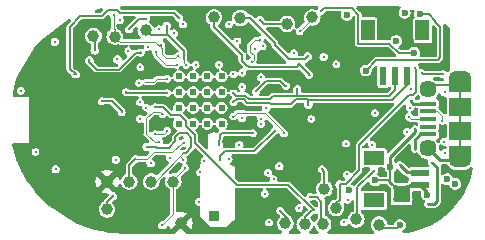
<source format=gbr>
G04 #@! TF.GenerationSoftware,KiCad,Pcbnew,7.0.10-7.0.10~ubuntu22.04.1*
G04 #@! TF.CreationDate,2024-02-23T20:42:25+01:00*
G04 #@! TF.ProjectId,dictofun,64696374-6f66-4756-9e2e-6b696361645f,rev?*
G04 #@! TF.SameCoordinates,Original*
G04 #@! TF.FileFunction,Copper,L4,Bot*
G04 #@! TF.FilePolarity,Positive*
%FSLAX45Y45*%
G04 Gerber Fmt 4.5, Leading zero omitted, Abs format (unit mm)*
G04 Created by KiCad (PCBNEW 7.0.10-7.0.10~ubuntu22.04.1) date 2024-02-23 20:42:25*
%MOMM*%
%LPD*%
G01*
G04 APERTURE LIST*
G04 #@! TA.AperFunction,ComponentPad*
%ADD10C,0.500000*%
G04 #@! TD*
G04 #@! TA.AperFunction,SMDPad,CuDef*
%ADD11R,1.450000X1.450000*%
G04 #@! TD*
G04 #@! TA.AperFunction,ComponentPad*
%ADD12R,0.850000X0.850000*%
G04 #@! TD*
G04 #@! TA.AperFunction,ComponentPad*
%ADD13C,0.610000*%
G04 #@! TD*
G04 #@! TA.AperFunction,SMDPad,CuDef*
%ADD14C,1.000000*%
G04 #@! TD*
G04 #@! TA.AperFunction,SMDPad,CuDef*
%ADD15R,1.350000X0.400000*%
G04 #@! TD*
G04 #@! TA.AperFunction,ComponentPad*
%ADD16O,1.900000X1.200000*%
G04 #@! TD*
G04 #@! TA.AperFunction,SMDPad,CuDef*
%ADD17R,1.900000X1.200000*%
G04 #@! TD*
G04 #@! TA.AperFunction,ComponentPad*
%ADD18C,1.450000*%
G04 #@! TD*
G04 #@! TA.AperFunction,SMDPad,CuDef*
%ADD19R,1.900000X1.500000*%
G04 #@! TD*
G04 #@! TA.AperFunction,SMDPad,CuDef*
%ADD20R,0.600000X1.550000*%
G04 #@! TD*
G04 #@! TA.AperFunction,SMDPad,CuDef*
%ADD21R,1.200000X1.800000*%
G04 #@! TD*
G04 #@! TA.AperFunction,SMDPad,CuDef*
%ADD22R,1.550000X0.600000*%
G04 #@! TD*
G04 #@! TA.AperFunction,SMDPad,CuDef*
%ADD23R,1.800000X1.200000*%
G04 #@! TD*
G04 #@! TA.AperFunction,ViaPad*
%ADD24C,0.250000*%
G04 #@! TD*
G04 #@! TA.AperFunction,ViaPad*
%ADD25C,0.300000*%
G04 #@! TD*
G04 #@! TA.AperFunction,ViaPad*
%ADD26C,0.600000*%
G04 #@! TD*
G04 #@! TA.AperFunction,Conductor*
%ADD27C,0.150000*%
G04 #@! TD*
G04 #@! TA.AperFunction,Conductor*
%ADD28C,0.254000*%
G04 #@! TD*
G04 #@! TA.AperFunction,Conductor*
%ADD29C,0.127000*%
G04 #@! TD*
G04 #@! TA.AperFunction,Conductor*
%ADD30C,0.200000*%
G04 #@! TD*
G04 #@! TA.AperFunction,Conductor*
%ADD31C,0.500000*%
G04 #@! TD*
G04 #@! TA.AperFunction,Conductor*
%ADD32C,0.090000*%
G04 #@! TD*
G04 APERTURE END LIST*
D10*
X14901500Y-10486500D03*
X14806500Y-10486500D03*
D11*
X14854000Y-10534000D03*
D10*
X14901500Y-10581500D03*
X14806500Y-10581500D03*
D12*
X13265000Y-10725000D03*
D13*
X12970000Y-9540000D03*
X12970000Y-9673300D03*
X12970000Y-9806700D03*
X12970000Y-9940000D03*
X13090000Y-9540000D03*
X13090000Y-9673300D03*
X13090000Y-9806700D03*
X13090000Y-9940000D03*
X13210000Y-9540000D03*
X13210000Y-9673300D03*
X13210000Y-9806700D03*
X13210000Y-9940000D03*
X13330000Y-9540000D03*
X13330000Y-9673300D03*
X13330000Y-9806700D03*
X13330000Y-9940000D03*
D14*
X13870000Y-10785000D03*
X14200000Y-10490000D03*
X14190000Y-10790000D03*
X12360000Y-10665000D03*
X14098000Y-9040000D03*
D15*
X15080000Y-9770000D03*
X15080000Y-9835000D03*
X15080000Y-9900000D03*
X15080000Y-9965000D03*
X15080000Y-10030000D03*
D16*
X15350000Y-9550000D03*
D17*
X15350000Y-9610000D03*
D18*
X15080000Y-9650000D03*
D19*
X15350000Y-9800000D03*
X15350000Y-10000000D03*
D18*
X15080000Y-10150000D03*
D17*
X15350000Y-10190000D03*
D16*
X15350000Y-10250000D03*
D14*
X13265000Y-9040000D03*
X12735000Y-10430000D03*
X13885000Y-9095000D03*
X12361667Y-10430000D03*
X12921667Y-10430000D03*
D20*
X14700000Y-9537500D03*
X14800000Y-9537500D03*
X14900000Y-9537500D03*
D21*
X14570000Y-9150000D03*
X15030000Y-9150000D03*
D14*
X12548333Y-10430000D03*
X12688000Y-9148000D03*
X14035000Y-10790000D03*
X14665000Y-10795000D03*
X12425000Y-9203000D03*
X14300000Y-10655000D03*
X12985000Y-10785000D03*
D22*
X15007500Y-10460000D03*
X15007500Y-10360000D03*
D23*
X14620000Y-10590000D03*
X14620000Y-10230000D03*
D14*
X14470000Y-10750000D03*
X12245532Y-9200000D03*
X13490000Y-9045000D03*
D24*
X14930000Y-9650000D03*
X13695000Y-10535000D03*
D25*
X13820000Y-10300000D03*
D24*
X14180000Y-10325000D03*
X13140000Y-10600000D03*
X13465000Y-9240000D03*
D26*
X15070000Y-10540000D03*
D24*
X13709000Y-9809000D03*
X13390000Y-10240000D03*
X12642000Y-9463000D03*
X12930000Y-9175000D03*
X12705000Y-9290000D03*
D26*
X14390000Y-9020000D03*
D24*
X13725000Y-10355000D03*
D26*
X14880000Y-9000000D03*
D24*
X12890000Y-10230000D03*
X15218000Y-10187000D03*
X13665000Y-9940000D03*
X13731000Y-10776000D03*
D26*
X15308000Y-10450000D03*
D25*
X11925000Y-10325000D03*
D24*
X13770000Y-10410000D03*
X12637368Y-9899251D03*
X13005000Y-9100000D03*
D25*
X14195000Y-9375000D03*
X15027000Y-9514000D03*
D24*
X13655000Y-9060000D03*
X13310000Y-9440000D03*
X13502181Y-9895903D03*
X14925000Y-9804000D03*
D26*
X14760000Y-10310000D03*
X15240000Y-10410000D03*
D24*
X12628000Y-9596000D03*
X13665000Y-9898000D03*
D26*
X14630000Y-10420000D03*
D24*
X14605000Y-10118000D03*
D25*
X12730000Y-10275000D03*
X12410000Y-10555000D03*
D24*
X13945000Y-9342000D03*
X14397000Y-10583000D03*
X13506000Y-9628000D03*
X14701000Y-9553000D03*
D26*
X14810000Y-9240000D03*
D25*
X11918000Y-9245000D03*
D24*
X12470000Y-9063000D03*
D25*
X15205000Y-9520000D03*
D24*
X12540000Y-9325000D03*
D25*
X12435000Y-10245000D03*
D24*
X14366000Y-10776000D03*
X11630000Y-9660000D03*
X11755000Y-10180000D03*
X14967000Y-9988000D03*
X13184000Y-10256000D03*
D25*
X13480000Y-10120000D03*
D24*
X13145000Y-10350000D03*
X12640000Y-9758000D03*
X13390000Y-9100000D03*
X14090000Y-9900000D03*
D25*
X11750000Y-10375000D03*
D24*
X13830000Y-9250000D03*
X12900000Y-9333000D03*
D26*
X15121482Y-9337722D03*
D24*
X12230000Y-9845000D03*
X11990000Y-9525000D03*
X13500000Y-9780000D03*
X13370000Y-10070000D03*
D25*
X13410000Y-9350000D03*
D24*
X12800000Y-9740000D03*
X12737000Y-9540000D03*
X13473000Y-9542000D03*
D26*
X14640000Y-9010000D03*
D25*
X12795000Y-10670000D03*
D24*
X13200000Y-10075000D03*
X12794000Y-9458000D03*
D25*
X12980000Y-10790000D03*
D24*
X12752000Y-9900000D03*
X12140000Y-9090000D03*
D25*
X12890000Y-10070000D03*
D24*
X13430000Y-9960000D03*
X12800000Y-9620000D03*
X14195000Y-9145000D03*
D26*
X14820000Y-9090000D03*
D24*
X13005000Y-10244000D03*
D25*
X12695000Y-10135000D03*
X12830000Y-10800000D03*
D24*
X13023000Y-10315000D03*
D25*
X15007500Y-10360000D03*
X14840000Y-10290000D03*
X14620000Y-10340000D03*
D24*
X12766000Y-10030000D03*
X12870000Y-10001000D03*
X12800000Y-10095000D03*
X12830000Y-9861000D03*
X12520000Y-9672000D03*
X12870000Y-9680000D03*
X13991000Y-9158000D03*
D25*
X15115000Y-10270000D03*
D24*
X14630000Y-9850000D03*
D25*
X15080000Y-10620000D03*
D24*
X14105000Y-9031000D03*
X13110000Y-9440000D03*
X14390000Y-10370000D03*
X14081000Y-10559000D03*
X12767000Y-9800000D03*
X14115000Y-10675000D03*
D25*
X12775000Y-9330000D03*
X12255000Y-9320000D03*
D24*
X12950000Y-9440000D03*
X12416000Y-9024000D03*
X12965000Y-9370000D03*
D25*
X12815000Y-9270000D03*
D24*
X13320000Y-10250000D03*
X13780000Y-10000000D03*
D25*
X12449000Y-9395000D03*
D24*
X12800000Y-9140000D03*
D26*
X15010000Y-9010000D03*
X14840000Y-10800000D03*
X14550000Y-9490000D03*
D24*
X14302500Y-9437500D03*
X13985000Y-10655000D03*
D26*
X14410000Y-10500000D03*
D24*
X13827000Y-10676000D03*
X12545000Y-9140000D03*
X12690000Y-9050000D03*
X15215000Y-10094000D03*
X14384023Y-10108542D03*
X12314000Y-9750000D03*
X12485000Y-9845000D03*
X14898000Y-10007000D03*
X15196000Y-9914000D03*
X13617000Y-9311000D03*
X13679000Y-9284000D03*
X14917000Y-9883000D03*
X13013000Y-10101000D03*
D25*
X12600000Y-10240000D03*
D24*
X12870000Y-9560000D03*
X12693753Y-9803728D03*
X13310000Y-10118000D03*
X13597000Y-10020000D03*
X13875000Y-9621000D03*
X13620000Y-9666000D03*
X13664000Y-9546000D03*
X13431000Y-9520000D03*
X13506000Y-9508000D03*
X13587000Y-9415000D03*
X13652000Y-9232000D03*
X14933000Y-9748000D03*
X13857500Y-10022500D03*
X13430000Y-9880000D03*
X12968000Y-9042000D03*
D25*
X12094000Y-9521000D03*
X14966647Y-9467129D03*
X15220000Y-9675000D03*
D26*
X14960000Y-9340000D03*
D24*
X14175000Y-8985000D03*
D25*
X14330000Y-10455000D03*
X14060000Y-9370000D03*
D24*
X13431000Y-9680000D03*
D25*
X13970000Y-9650000D03*
X14070000Y-9525000D03*
X14065000Y-9780000D03*
D24*
X13430000Y-9760000D03*
X14965000Y-10154000D03*
D25*
X12211000Y-9405000D03*
X12866000Y-9111300D03*
D24*
X12646000Y-9340000D03*
X13030000Y-9440000D03*
D27*
X14701000Y-9585000D02*
X14700000Y-9586000D01*
X14700000Y-9586000D02*
X14700000Y-9596000D01*
D28*
X15070000Y-10540000D02*
X15070000Y-10522500D01*
X15070000Y-10522500D02*
X15007500Y-10460000D01*
D27*
X14700000Y-9552000D02*
X14701000Y-9553000D01*
D28*
X15007500Y-10460000D02*
X14928000Y-10460000D01*
D27*
X14701000Y-9553000D02*
X14700000Y-9554000D01*
X14700000Y-9537500D02*
X14700000Y-9584000D01*
X13690000Y-9095000D02*
X13655000Y-9060000D01*
X14200000Y-10345000D02*
X14180000Y-10325000D01*
X14740000Y-10420000D02*
X14630000Y-10420000D01*
D29*
X15205000Y-9520000D02*
X15033000Y-9520000D01*
D28*
X14928000Y-10460000D02*
X14854000Y-10534000D01*
D29*
X15033000Y-9520000D02*
X15027000Y-9514000D01*
D30*
X12360000Y-10665000D02*
X12360000Y-10605000D01*
D27*
X13885000Y-9095000D02*
X13690000Y-9095000D01*
X14806500Y-10486500D02*
X14760000Y-10440000D01*
D30*
X12360000Y-10605000D02*
X12410000Y-10555000D01*
D27*
X14806500Y-10486500D02*
X14740000Y-10420000D01*
X14200000Y-10490000D02*
X14200000Y-10345000D01*
D28*
X14760000Y-10220236D02*
X14760000Y-10310000D01*
D27*
X14700000Y-9554000D02*
X14700000Y-9580000D01*
X14700000Y-9584000D02*
X14701000Y-9585000D01*
X14700000Y-9537500D02*
X14700000Y-9552000D01*
D28*
X14967000Y-9988000D02*
X14967000Y-10013236D01*
D27*
X14760000Y-10440000D02*
X14760000Y-10310000D01*
D28*
X14967000Y-10013236D02*
X14760000Y-10220236D01*
D29*
X14820000Y-9100000D02*
X14948650Y-9228650D01*
D31*
X12240833Y-9531000D02*
X12476369Y-9531000D01*
X12150000Y-9975000D02*
X11750000Y-10375000D01*
X12794000Y-9454000D02*
X12794000Y-9458000D01*
X12140000Y-9390000D02*
X12140000Y-9090000D01*
D30*
X12606667Y-10675000D02*
X12790000Y-10675000D01*
D31*
X12794000Y-9458000D02*
X12798000Y-9458000D01*
X12150000Y-9733000D02*
X11990000Y-9573000D01*
D30*
X12361667Y-10430000D02*
X12606667Y-10675000D01*
D29*
X14820000Y-9090000D02*
X14820000Y-9100000D01*
X15045110Y-9261350D02*
X15121482Y-9337722D01*
D31*
X12734500Y-9394500D02*
X12794000Y-9454000D01*
X12150000Y-9845000D02*
X12150000Y-9975000D01*
D28*
X14090000Y-9250000D02*
X13830000Y-9250000D01*
D31*
X12798000Y-9458000D02*
X12800000Y-9460000D01*
X12140000Y-9430167D02*
X12140000Y-9390000D01*
X12140000Y-9430167D02*
X12240833Y-9531000D01*
X12150000Y-9733000D02*
X12207000Y-9676000D01*
X11990000Y-9573000D02*
X11990000Y-9525000D01*
D29*
X14948650Y-9228650D02*
X14948650Y-9261350D01*
D31*
X12207000Y-9676000D02*
X12207000Y-9497167D01*
D28*
X14195000Y-9145000D02*
X14090000Y-9250000D01*
X12612869Y-9394500D02*
X12734500Y-9394500D01*
D31*
X12150000Y-9845000D02*
X12150000Y-9733000D01*
X12118000Y-9701000D02*
X12150000Y-9733000D01*
X12207000Y-9497167D02*
X12140000Y-9430167D01*
X12230000Y-9845000D02*
X12150000Y-9845000D01*
D29*
X14948650Y-9261350D02*
X15045110Y-9261350D01*
D28*
X12476369Y-9531000D02*
X12612869Y-9394500D01*
D30*
X12790000Y-10675000D02*
X12795000Y-10670000D01*
D29*
X12887941Y-10141850D02*
X12939350Y-10090442D01*
X12773744Y-10135000D02*
X12780594Y-10141850D01*
D32*
X12979000Y-10216000D02*
X12765000Y-10430000D01*
X13005000Y-10244000D02*
X13005000Y-10242000D01*
D29*
X13034000Y-10020000D02*
X13074000Y-10060000D01*
X12695000Y-10135000D02*
X12773744Y-10135000D01*
X12939350Y-10052650D02*
X12972000Y-10020000D01*
X12939350Y-10090442D02*
X12939350Y-10052650D01*
D32*
X13005000Y-10190000D02*
X12979000Y-10216000D01*
D29*
X12780594Y-10141850D02*
X12887941Y-10141850D01*
X13074000Y-10141000D02*
X13025000Y-10190000D01*
X13074000Y-10060000D02*
X13074000Y-10141000D01*
X13025000Y-10190000D02*
X13005000Y-10190000D01*
D32*
X13005000Y-10242000D02*
X12979000Y-10216000D01*
D29*
X12972000Y-10020000D02*
X13034000Y-10020000D01*
D32*
X12765000Y-10430000D02*
X12735000Y-10430000D01*
X13023000Y-10315000D02*
X12921667Y-10416333D01*
X12921667Y-10416333D02*
X12921667Y-10430000D01*
X12921667Y-10708333D02*
X12921667Y-10430000D01*
X12830000Y-10800000D02*
X12921667Y-10708333D01*
D27*
X14480000Y-10730000D02*
X14480000Y-10505000D01*
D28*
X15007500Y-10360000D02*
X14900000Y-10350000D01*
D27*
X14480000Y-10505000D02*
X14480000Y-10480000D01*
X14480000Y-10480000D02*
X14620000Y-10340000D01*
D28*
X14900000Y-10350000D02*
X14840000Y-10290000D01*
D27*
X14440000Y-10770000D02*
X14480000Y-10730000D01*
D32*
X12870000Y-10001000D02*
X12870000Y-10000000D01*
X12870000Y-10000000D02*
X12870000Y-10000000D01*
X12840000Y-10030000D02*
X12869000Y-10001000D01*
X12869000Y-10001000D02*
X12870000Y-10001000D01*
X12766000Y-10030000D02*
X12840000Y-10030000D01*
X12808000Y-9838000D02*
X12830000Y-9860000D01*
X12830000Y-9861000D02*
X12831000Y-9861000D01*
X12750000Y-9838000D02*
X12808000Y-9838000D01*
X12830000Y-9860000D02*
X12830000Y-9861000D01*
X12694000Y-10024000D02*
X12694000Y-9894000D01*
X12800000Y-10095000D02*
X12765000Y-10095000D01*
X12694000Y-9894000D02*
X12750000Y-9838000D01*
X12831000Y-9861000D02*
X12830000Y-9860000D01*
X12765000Y-10095000D02*
X12694000Y-10024000D01*
D29*
X12520000Y-9672000D02*
X12520000Y-9680000D01*
X12528000Y-9680000D02*
X12520000Y-9672000D01*
X12870000Y-9680000D02*
X12528000Y-9680000D01*
D32*
X14105000Y-9044000D02*
X13991000Y-9158000D01*
D28*
X15155000Y-10310000D02*
X15115000Y-10270000D01*
X15080000Y-10620000D02*
X15130000Y-10620000D01*
X15155000Y-10595000D02*
X15155000Y-10310000D01*
X15130000Y-10620000D02*
X15155000Y-10595000D01*
D32*
X14105000Y-9031000D02*
X14105000Y-9044000D01*
D27*
X14175000Y-10600000D02*
X14180000Y-10595000D01*
X14081000Y-10559000D02*
X14134000Y-10559000D01*
X14175000Y-10815000D02*
X14175000Y-10600000D01*
X14134000Y-10559000D02*
X14175000Y-10600000D01*
D29*
X13106000Y-10037000D02*
X13026850Y-9957850D01*
X12976398Y-9866000D02*
X12902000Y-9866000D01*
X13026850Y-9957850D02*
X13026850Y-9916452D01*
D27*
X14040000Y-10810000D02*
X14040000Y-10730000D01*
X14095000Y-10675000D02*
X14115000Y-10675000D01*
D29*
X13891850Y-10456850D02*
X13460594Y-10456850D01*
X13026850Y-9916452D02*
X12976398Y-9866000D01*
D27*
X14090000Y-10680000D02*
X14095000Y-10675000D01*
D29*
X12902000Y-9866000D02*
X12836000Y-9800000D01*
X14110000Y-10675000D02*
X13891850Y-10456850D01*
D27*
X14115000Y-10675000D02*
X14110000Y-10675000D01*
D29*
X12836000Y-9800000D02*
X12767000Y-9800000D01*
D27*
X14040000Y-10730000D02*
X14090000Y-10680000D01*
D29*
X13106000Y-10102256D02*
X13106000Y-10037000D01*
X13460594Y-10456850D02*
X13106000Y-10102256D01*
X12255000Y-9209468D02*
X12245532Y-9200000D01*
D32*
X12858000Y-9440000D02*
X12775000Y-9357000D01*
D29*
X12255000Y-9320000D02*
X12255000Y-9209468D01*
D32*
X12950000Y-9440000D02*
X12858000Y-9440000D01*
X12775000Y-9357000D02*
X12775000Y-9330000D01*
X12948640Y-9370000D02*
X12933640Y-9385000D01*
X12824569Y-9347569D02*
X12824569Y-9300431D01*
X12425000Y-9143000D02*
X12425000Y-9203000D01*
X12819138Y-9274139D02*
X12815000Y-9270000D01*
X12686360Y-9245000D02*
X12685360Y-9246000D01*
X12933640Y-9385000D02*
X12862000Y-9385000D01*
X12685360Y-9246000D02*
X12468000Y-9246000D01*
X12824569Y-9300431D02*
X12819138Y-9295000D01*
X12416000Y-9024000D02*
X12416000Y-9134000D01*
X12819138Y-9295000D02*
X12819138Y-9274139D01*
X12968640Y-9373640D02*
X12965000Y-9370000D01*
X12824569Y-9300431D02*
X12769138Y-9245000D01*
X12769138Y-9245000D02*
X12686360Y-9245000D01*
X12965000Y-9370000D02*
X12948640Y-9370000D01*
X12416000Y-9134000D02*
X12425000Y-9143000D01*
X12862000Y-9385000D02*
X12824569Y-9347569D01*
X12468000Y-9246000D02*
X12425000Y-9203000D01*
D29*
X13607000Y-10173000D02*
X13780000Y-10000000D01*
X13320000Y-10250000D02*
X13320000Y-10215000D01*
X13320000Y-10215000D02*
X13362000Y-10173000D01*
X13362000Y-10173000D02*
X13607000Y-10173000D01*
X15159000Y-9400000D02*
X14640000Y-9400000D01*
X15140000Y-9067300D02*
X15140000Y-9080000D01*
X15082700Y-9010000D02*
X15140000Y-9067300D01*
D27*
X14815000Y-10825000D02*
X14840000Y-10800000D01*
D29*
X15182000Y-9122000D02*
X15182000Y-9377000D01*
X15010000Y-9010000D02*
X15082700Y-9010000D01*
X14640000Y-9400000D02*
X14550000Y-9490000D01*
D27*
X14660000Y-10825000D02*
X14815000Y-10825000D01*
D29*
X15140000Y-9080000D02*
X15182000Y-9122000D01*
X15182000Y-9377000D02*
X15159000Y-9400000D01*
D27*
X13895000Y-10744000D02*
X13895000Y-10815000D01*
X13827000Y-10676000D02*
X13895000Y-10744000D01*
D29*
X12545000Y-9140000D02*
X12635000Y-9050000D01*
X12635000Y-9050000D02*
X12690000Y-9050000D01*
X12314000Y-9750000D02*
X12405000Y-9750000D01*
X12405000Y-9750000D02*
X12485000Y-9830000D01*
X12485000Y-9830000D02*
X12485000Y-9845000D01*
D32*
X15196000Y-9874500D02*
X15196000Y-9914000D01*
X15080000Y-9835000D02*
X15156500Y-9835000D01*
X15156500Y-9835000D02*
X15196000Y-9874500D01*
X14934000Y-9900000D02*
X14917000Y-9883000D01*
X15080000Y-9900000D02*
X14934000Y-9900000D01*
X13013000Y-10101000D02*
X13010000Y-10098000D01*
X12993000Y-10101000D02*
X12914000Y-10180000D01*
X12757825Y-10180000D02*
X12697825Y-10240000D01*
D29*
X12548333Y-10430000D02*
X12548333Y-10291667D01*
D32*
X12697825Y-10240000D02*
X12600000Y-10240000D01*
D29*
X12548333Y-10291667D02*
X12600000Y-10240000D01*
D32*
X12914000Y-10180000D02*
X12757825Y-10180000D01*
X13013000Y-10101000D02*
X12993000Y-10101000D01*
X12870000Y-9560000D02*
X12780640Y-9560000D01*
X12686000Y-9585000D02*
X12685000Y-9584000D01*
X12755640Y-9585000D02*
X12686000Y-9585000D01*
X12780640Y-9560000D02*
X12755640Y-9585000D01*
D29*
X13310000Y-10118000D02*
X13315000Y-10035000D01*
X13315000Y-10035000D02*
X13330000Y-10020000D01*
X13330000Y-10020000D02*
X13597000Y-10020000D01*
X13708000Y-9578000D02*
X13828000Y-9578000D01*
X13875000Y-9621000D02*
X13875000Y-9625000D01*
X13620000Y-9666000D02*
X13708000Y-9578000D01*
X13828000Y-9578000D02*
X13871000Y-9621000D01*
X13875000Y-9625000D02*
X13871000Y-9621000D01*
X13871000Y-9621000D02*
X13875000Y-9621000D01*
D32*
X13651000Y-9238000D02*
X13645000Y-9238000D01*
X13652000Y-9232000D02*
X13651000Y-9238000D01*
X13603000Y-9399000D02*
X13603000Y-9360640D01*
X13572000Y-9277000D02*
X13617000Y-9232000D01*
X13572000Y-9329640D02*
X13572000Y-9277000D01*
X13603000Y-9360640D02*
X13572000Y-9329640D01*
X13617000Y-9232000D02*
X13652000Y-9232000D01*
X13587000Y-9415000D02*
X13603000Y-9399000D01*
D28*
X14955000Y-9770000D02*
X14933000Y-9748000D01*
X15080000Y-9770000D02*
X14955000Y-9770000D01*
D30*
X15350000Y-9800000D02*
X15350000Y-9610000D01*
X15350000Y-9610000D02*
X15120000Y-9610000D01*
D28*
X15320000Y-10030000D02*
X15350000Y-10000000D01*
D30*
X15350000Y-10000000D02*
X15350000Y-9800000D01*
X15310000Y-10150000D02*
X15350000Y-10190000D01*
X15350000Y-10190000D02*
X15350000Y-10000000D01*
D28*
X15350000Y-10250000D02*
X15180000Y-10250000D01*
D30*
X15120000Y-9610000D02*
X15080000Y-9650000D01*
D28*
X15180000Y-10250000D02*
X15080000Y-10150000D01*
D32*
X13696640Y-9853000D02*
X13522918Y-9853000D01*
X13520821Y-9850903D02*
X13459097Y-9850903D01*
X13522918Y-9853000D02*
X13520821Y-9850903D01*
X13857500Y-10013860D02*
X13696640Y-9853000D01*
X13857500Y-10022500D02*
X13857500Y-10013860D01*
X13459097Y-9850903D02*
X13430000Y-9880000D01*
D29*
X12926000Y-9000000D02*
X12470256Y-9000000D01*
X14336350Y-10448650D02*
X14381659Y-10448650D01*
X12043000Y-9479000D02*
X12094000Y-9521000D01*
X12968000Y-9042000D02*
X12926000Y-9000000D01*
X14432000Y-8960000D02*
X14488650Y-9016650D01*
X14381659Y-10448650D02*
X14495000Y-10335309D01*
X12315000Y-9028000D02*
X12135744Y-9028000D01*
X14830309Y-9340000D02*
X14960000Y-9340000D01*
X14330000Y-10585000D02*
X14300000Y-10615000D01*
X14200000Y-8960000D02*
X14432000Y-8960000D01*
X14495000Y-10335309D02*
X14495000Y-10119744D01*
X14976850Y-9481850D02*
X14965000Y-9470000D01*
X12043000Y-9181000D02*
X12043000Y-9479000D01*
X14488650Y-9261350D02*
X14751659Y-9261350D01*
X14175000Y-8985000D02*
X14200000Y-8960000D01*
X12094000Y-9521000D02*
X12084000Y-9520000D01*
X12043000Y-9120744D02*
X12043000Y-9181000D01*
X14917894Y-9696850D02*
X14949406Y-9696850D01*
X14949406Y-9696850D02*
X14976850Y-9669406D01*
X14495000Y-10119744D02*
X14917894Y-9696850D01*
X14751659Y-9261350D02*
X14830309Y-9340000D01*
X14330000Y-10455000D02*
X14330000Y-10585000D01*
X12365850Y-8977150D02*
X12315000Y-9028000D01*
X14976850Y-9669406D02*
X14976850Y-9481850D01*
X12447406Y-8977150D02*
X12365850Y-8977150D01*
X12135744Y-9028000D02*
X12043000Y-9120744D01*
X12470256Y-9000000D02*
X12447406Y-8977150D01*
X14330000Y-10455000D02*
X14336350Y-10448650D01*
X14488650Y-9016650D02*
X14488650Y-9261350D01*
X14300000Y-10615000D02*
X14300000Y-10655000D01*
D27*
X13430000Y-9680000D02*
X13430000Y-9679000D01*
X13429000Y-9679000D02*
X13430000Y-9680000D01*
X13970000Y-9705000D02*
X13970000Y-9655000D01*
D30*
X13779500Y-9270918D02*
X13904582Y-9396000D01*
X13904582Y-9396000D02*
X14034000Y-9396000D01*
D27*
X14800000Y-9655000D02*
X14750000Y-9705000D01*
D30*
X13779500Y-9255918D02*
X13779500Y-9270918D01*
X13604500Y-9080500D02*
X13604500Y-9080918D01*
D27*
X13431000Y-9681000D02*
X13431000Y-9680000D01*
X14800000Y-9537500D02*
X14800000Y-9655000D01*
D30*
X13490000Y-9045000D02*
X13569000Y-9045000D01*
X13569000Y-9045000D02*
X13604500Y-9080500D01*
D27*
X14750000Y-9705000D02*
X13970000Y-9705000D01*
X13452000Y-9702000D02*
X13431000Y-9681000D01*
X13970000Y-9705000D02*
X13767309Y-9705000D01*
X13431000Y-9680000D02*
X13430000Y-9680000D01*
D30*
X13604500Y-9080918D02*
X13779500Y-9255918D01*
D27*
X13741309Y-9731000D02*
X13561309Y-9731000D01*
X13767309Y-9705000D02*
X13741309Y-9731000D01*
X13532309Y-9702000D02*
X13452000Y-9702000D01*
D30*
X14034000Y-9396000D02*
X14060000Y-9370000D01*
D27*
X13430000Y-9680000D02*
X13430000Y-9680000D01*
X13561309Y-9731000D02*
X13532309Y-9702000D01*
X13430000Y-9679000D02*
X13429000Y-9679000D01*
D30*
X14075000Y-9525000D02*
X14075000Y-9525000D01*
X14070000Y-9520000D02*
X14070000Y-9525000D01*
D29*
X13563850Y-9461850D02*
X13606406Y-9461850D01*
D27*
X13548882Y-9761000D02*
X13519882Y-9732000D01*
X14065000Y-9740000D02*
X14060000Y-9735000D01*
X13458000Y-9732000D02*
X13430000Y-9760000D01*
D29*
X13967000Y-9458000D02*
X13987500Y-9437500D01*
D30*
X14070000Y-9525000D02*
X14075000Y-9525000D01*
D27*
X14065000Y-9740000D02*
X14065000Y-9780000D01*
X13519882Y-9732000D02*
X13458000Y-9732000D01*
X14900000Y-9537500D02*
X14900000Y-9610000D01*
D29*
X13552000Y-9450000D02*
X13563850Y-9461850D01*
D30*
X13265000Y-9120000D02*
X13265000Y-9040000D01*
D27*
X13915574Y-9777000D02*
X13744882Y-9777000D01*
D29*
X13547000Y-9450000D02*
X13552000Y-9450000D01*
D27*
X13728882Y-9761000D02*
X13548882Y-9761000D01*
D30*
X13503500Y-9358500D02*
X13265000Y-9120000D01*
X13987500Y-9437500D02*
X14070000Y-9520000D01*
D27*
X14900000Y-9610000D02*
X14770000Y-9740000D01*
D29*
X13606406Y-9461850D02*
X13610256Y-9458000D01*
D27*
X13957574Y-9735000D02*
X13915574Y-9777000D01*
D30*
X13547000Y-9450000D02*
X13503500Y-9406500D01*
D27*
X14060000Y-9735000D02*
X13957574Y-9735000D01*
X13744882Y-9777000D02*
X13728882Y-9761000D01*
X14770000Y-9740000D02*
X14065000Y-9740000D01*
D30*
X13503500Y-9406500D02*
X13503500Y-9358500D01*
D29*
X13610256Y-9458000D02*
X13967000Y-9458000D01*
D28*
X15080000Y-10030000D02*
X15013000Y-10030000D01*
X14965000Y-10078000D02*
X14965000Y-10154000D01*
X15013000Y-10030000D02*
X14965000Y-10078000D01*
D29*
X13009500Y-9389500D02*
X13009500Y-9324500D01*
X12211000Y-9418000D02*
X12211000Y-9405000D01*
X12646000Y-9340000D02*
X12640000Y-9335000D01*
X12876500Y-9191500D02*
X12866000Y-9181000D01*
D32*
X13009500Y-9424500D02*
X13009500Y-9389500D01*
D29*
X12601820Y-9340000D02*
X12458820Y-9483000D01*
X13009500Y-9324500D02*
X12876500Y-9191500D01*
D32*
X13025000Y-9440000D02*
X13009500Y-9424500D01*
D29*
X12276000Y-9483000D02*
X12211000Y-9418000D01*
X12866000Y-9181000D02*
X12866000Y-9111300D01*
X12876500Y-9191500D02*
X12731500Y-9191500D01*
X12731500Y-9191500D02*
X12688000Y-9148000D01*
D32*
X13030000Y-9440000D02*
X13025000Y-9440000D01*
D29*
X12646000Y-9340000D02*
X12601820Y-9340000D01*
X12458820Y-9483000D02*
X12276000Y-9483000D01*
G04 #@! TA.AperFunction,Conductor*
G36*
X14337731Y-8988369D02*
G01*
X14342307Y-8993649D01*
X14343301Y-9000565D01*
X14342307Y-9003951D01*
X14341557Y-9005593D01*
X14341483Y-9005755D01*
X14339435Y-9020000D01*
X14341483Y-9034246D01*
X14346849Y-9045995D01*
X14347462Y-9047337D01*
X14356887Y-9058214D01*
X14368995Y-9065995D01*
X14368995Y-9065995D01*
X14368995Y-9065995D01*
X14379500Y-9069080D01*
X14380747Y-9069446D01*
X14382804Y-9070050D01*
X14382804Y-9070050D01*
X14382804Y-9070050D01*
X14397196Y-9070050D01*
X14397196Y-9070050D01*
X14411005Y-9065995D01*
X14423113Y-9058214D01*
X14432538Y-9047337D01*
X14438516Y-9034246D01*
X14438516Y-9034246D01*
X14438571Y-9034127D01*
X14443146Y-9028847D01*
X14449850Y-9026878D01*
X14456554Y-9028847D01*
X14461129Y-9034127D01*
X14462250Y-9039278D01*
X14462250Y-9257528D01*
X14462012Y-9259947D01*
X14461788Y-9261073D01*
X14461733Y-9261350D01*
X14461971Y-9262550D01*
X14462250Y-9263950D01*
X14462250Y-9263951D01*
X14463781Y-9271651D01*
X14463782Y-9271651D01*
X14463782Y-9271651D01*
X14463782Y-9271651D01*
X14469617Y-9280383D01*
X14478349Y-9286218D01*
X14488650Y-9288267D01*
X14490052Y-9287988D01*
X14492471Y-9287750D01*
X14735588Y-9287750D01*
X14742291Y-9289719D01*
X14744356Y-9291382D01*
X14805406Y-9352432D01*
X14808754Y-9358564D01*
X14808256Y-9365533D01*
X14804069Y-9371127D01*
X14797522Y-9373568D01*
X14796638Y-9373600D01*
X14643821Y-9373600D01*
X14641402Y-9373362D01*
X14640000Y-9373083D01*
X14640000Y-9373083D01*
X14640000Y-9373083D01*
X14637997Y-9373481D01*
X14637997Y-9373481D01*
X14637997Y-9373481D01*
X14637400Y-9373600D01*
X14637400Y-9373600D01*
X14634355Y-9374206D01*
X14629699Y-9375132D01*
X14620967Y-9380967D01*
X14620966Y-9380967D01*
X14620172Y-9382156D01*
X14618630Y-9384034D01*
X14566347Y-9436318D01*
X14560214Y-9439667D01*
X14557578Y-9439950D01*
X14542804Y-9439950D01*
X14528995Y-9444005D01*
X14516887Y-9451786D01*
X14507462Y-9462663D01*
X14507462Y-9462663D01*
X14501483Y-9475754D01*
X14499435Y-9490000D01*
X14501483Y-9504246D01*
X14507319Y-9517024D01*
X14507462Y-9517337D01*
X14516887Y-9528214D01*
X14528995Y-9535995D01*
X14528995Y-9535995D01*
X14528995Y-9535995D01*
X14537651Y-9538537D01*
X14542634Y-9540000D01*
X14542804Y-9540050D01*
X14542804Y-9540050D01*
X14542804Y-9540050D01*
X14557196Y-9540050D01*
X14557196Y-9540050D01*
X14571005Y-9535995D01*
X14583113Y-9528214D01*
X14592538Y-9517337D01*
X14598516Y-9504246D01*
X14600565Y-9490000D01*
X14599785Y-9484577D01*
X14600779Y-9477661D01*
X14603290Y-9474045D01*
X14628792Y-9448543D01*
X14634924Y-9445194D01*
X14641894Y-9445693D01*
X14647487Y-9449880D01*
X14649929Y-9456426D01*
X14649916Y-9457416D01*
X14649950Y-9457416D01*
X14649950Y-9616975D01*
X14651113Y-9622823D01*
X14651113Y-9622823D01*
X14655545Y-9629455D01*
X14662177Y-9633887D01*
X14662177Y-9633887D01*
X14668025Y-9635050D01*
X14668025Y-9635050D01*
X14668025Y-9635050D01*
X14731975Y-9635050D01*
X14731975Y-9635050D01*
X14733715Y-9634704D01*
X14737823Y-9633887D01*
X14737823Y-9633887D01*
X14741389Y-9631504D01*
X14743111Y-9630353D01*
X14749778Y-9628266D01*
X14756516Y-9630114D01*
X14756885Y-9630351D01*
X14761588Y-9633493D01*
X14766068Y-9638854D01*
X14766939Y-9645787D01*
X14763924Y-9652090D01*
X14763467Y-9652571D01*
X14742220Y-9673818D01*
X14736088Y-9677167D01*
X14733452Y-9677450D01*
X14015887Y-9677450D01*
X14009183Y-9675482D01*
X14004608Y-9670201D01*
X14003613Y-9663285D01*
X14004094Y-9661217D01*
X14004135Y-9661091D01*
X14005892Y-9650000D01*
X14005892Y-9650000D01*
X14004135Y-9638909D01*
X13999037Y-9628903D01*
X13991096Y-9620963D01*
X13981091Y-9615865D01*
X13970000Y-9614108D01*
X13970000Y-9614108D01*
X13958909Y-9615865D01*
X13948903Y-9620963D01*
X13940963Y-9628903D01*
X13935865Y-9638909D01*
X13934108Y-9650000D01*
X13934108Y-9650000D01*
X13935865Y-9661091D01*
X13935906Y-9661217D01*
X13935910Y-9661380D01*
X13936017Y-9662055D01*
X13935930Y-9662069D01*
X13936106Y-9668202D01*
X13932498Y-9674185D01*
X13926228Y-9677268D01*
X13924113Y-9677450D01*
X13886568Y-9677450D01*
X13879864Y-9675482D01*
X13875289Y-9670201D01*
X13874971Y-9667994D01*
X13874362Y-9670906D01*
X13869461Y-9675886D01*
X13863432Y-9677450D01*
X13771243Y-9677450D01*
X13768825Y-9677212D01*
X13767309Y-9676910D01*
X13767309Y-9676910D01*
X13756559Y-9679048D01*
X13749746Y-9683601D01*
X13749746Y-9683601D01*
X13749039Y-9684073D01*
X13747446Y-9685138D01*
X13746588Y-9686422D01*
X13745046Y-9688301D01*
X13733529Y-9699818D01*
X13727397Y-9703167D01*
X13724761Y-9703450D01*
X13657903Y-9703450D01*
X13651199Y-9701482D01*
X13646624Y-9696201D01*
X13645629Y-9689285D01*
X13647164Y-9684850D01*
X13651440Y-9677443D01*
X13651949Y-9674557D01*
X13655052Y-9668297D01*
X13655393Y-9667942D01*
X13715303Y-9608032D01*
X13721436Y-9604683D01*
X13724071Y-9604400D01*
X13811929Y-9604400D01*
X13818632Y-9606369D01*
X13820697Y-9608032D01*
X13840729Y-9628065D01*
X13842946Y-9631545D01*
X13843017Y-9631504D01*
X13849369Y-9642506D01*
X13849370Y-9642507D01*
X13850659Y-9643588D01*
X13858271Y-9649976D01*
X13867673Y-9653398D01*
X13873299Y-9657541D01*
X13874947Y-9661855D01*
X13877197Y-9656930D01*
X13882327Y-9653398D01*
X13891729Y-9649976D01*
X13900630Y-9642507D01*
X13906440Y-9632443D01*
X13908458Y-9621000D01*
X13908452Y-9620963D01*
X13907553Y-9615865D01*
X13906440Y-9609557D01*
X13900630Y-9599493D01*
X13900630Y-9599493D01*
X13900630Y-9599493D01*
X13891729Y-9592024D01*
X13891729Y-9592024D01*
X13880810Y-9588050D01*
X13880810Y-9588050D01*
X13880521Y-9588050D01*
X13880088Y-9587923D01*
X13879741Y-9587862D01*
X13879748Y-9587823D01*
X13873817Y-9586082D01*
X13871753Y-9584418D01*
X13849370Y-9562035D01*
X13847828Y-9560156D01*
X13847724Y-9560000D01*
X13847033Y-9558967D01*
X13844763Y-9557450D01*
X13844763Y-9557450D01*
X13838301Y-9553132D01*
X13838301Y-9553132D01*
X13833150Y-9552107D01*
X13828000Y-9551083D01*
X13828000Y-9551083D01*
X13828000Y-9551083D01*
X13826910Y-9551300D01*
X13826598Y-9551362D01*
X13824179Y-9551600D01*
X13711821Y-9551600D01*
X13709402Y-9551362D01*
X13708656Y-9551213D01*
X13706802Y-9550845D01*
X13706865Y-9550527D01*
X13702055Y-9549114D01*
X13697480Y-9543834D01*
X13696548Y-9540836D01*
X13696414Y-9540076D01*
X13695440Y-9534557D01*
X13690880Y-9526658D01*
X13689631Y-9524494D01*
X13689631Y-9524494D01*
X13689630Y-9524493D01*
X13689630Y-9524493D01*
X13689630Y-9524493D01*
X13680729Y-9517024D01*
X13680729Y-9517024D01*
X13669810Y-9513050D01*
X13658190Y-9513050D01*
X13647271Y-9517024D01*
X13638888Y-9524058D01*
X13638369Y-9524494D01*
X13638369Y-9524494D01*
X13632560Y-9534556D01*
X13632559Y-9534557D01*
X13630542Y-9546000D01*
X13630542Y-9546000D01*
X13632559Y-9557443D01*
X13632560Y-9557444D01*
X13638369Y-9567506D01*
X13638370Y-9567507D01*
X13642787Y-9571213D01*
X13647271Y-9574976D01*
X13648349Y-9575368D01*
X13653975Y-9579510D01*
X13656469Y-9586037D01*
X13655038Y-9592876D01*
X13652876Y-9595788D01*
X13618374Y-9630291D01*
X13613847Y-9633175D01*
X13603271Y-9637024D01*
X13601025Y-9638909D01*
X13595448Y-9643588D01*
X13594369Y-9644494D01*
X13594369Y-9644494D01*
X13588560Y-9654556D01*
X13588559Y-9654557D01*
X13586542Y-9666000D01*
X13586542Y-9666000D01*
X13588559Y-9677443D01*
X13588560Y-9677444D01*
X13592836Y-9684850D01*
X13594483Y-9691640D01*
X13592198Y-9698243D01*
X13586706Y-9702562D01*
X13582097Y-9703450D01*
X13577856Y-9703450D01*
X13571153Y-9701482D01*
X13569088Y-9699818D01*
X13554571Y-9685301D01*
X13553029Y-9683422D01*
X13552762Y-9683022D01*
X13552171Y-9682138D01*
X13552171Y-9682137D01*
X13550378Y-9680939D01*
X13550377Y-9680939D01*
X13548972Y-9680000D01*
X13546913Y-9678624D01*
X13543058Y-9676049D01*
X13543058Y-9676048D01*
X13543058Y-9676048D01*
X13543058Y-9676048D01*
X13534426Y-9674331D01*
X13534424Y-9674331D01*
X13533605Y-9674168D01*
X13527414Y-9670930D01*
X13523957Y-9664858D01*
X13524331Y-9657881D01*
X13528054Y-9652508D01*
X13531630Y-9649507D01*
X13537440Y-9639443D01*
X13539458Y-9628000D01*
X13537440Y-9616557D01*
X13533399Y-9609557D01*
X13531631Y-9606494D01*
X13531631Y-9606494D01*
X13531630Y-9606493D01*
X13531630Y-9606493D01*
X13531630Y-9606493D01*
X13522729Y-9599024D01*
X13522729Y-9599024D01*
X13511810Y-9595050D01*
X13500190Y-9595050D01*
X13489271Y-9599024D01*
X13482864Y-9604400D01*
X13480369Y-9606494D01*
X13480369Y-9606494D01*
X13474560Y-9616556D01*
X13474559Y-9616557D01*
X13472542Y-9628000D01*
X13472542Y-9628000D01*
X13474559Y-9639443D01*
X13474560Y-9639444D01*
X13480369Y-9649506D01*
X13480369Y-9649506D01*
X13480369Y-9649507D01*
X13483409Y-9652057D01*
X13483998Y-9652551D01*
X13487868Y-9658368D01*
X13487979Y-9665354D01*
X13484295Y-9671291D01*
X13477986Y-9674294D01*
X13476027Y-9674450D01*
X13473002Y-9674450D01*
X13466298Y-9672482D01*
X13462263Y-9668250D01*
X13456631Y-9658494D01*
X13456631Y-9658494D01*
X13456630Y-9658493D01*
X13456630Y-9658493D01*
X13456630Y-9658493D01*
X13447729Y-9651024D01*
X13447729Y-9651024D01*
X13436810Y-9647050D01*
X13425190Y-9647050D01*
X13414271Y-9651024D01*
X13407178Y-9656976D01*
X13405369Y-9658494D01*
X13402124Y-9664115D01*
X13397067Y-9668936D01*
X13390206Y-9670259D01*
X13383720Y-9667662D01*
X13379667Y-9661970D01*
X13379111Y-9659680D01*
X13379001Y-9658912D01*
X13378096Y-9656930D01*
X13372963Y-9645690D01*
X13372962Y-9645690D01*
X13363444Y-9634704D01*
X13351215Y-9626845D01*
X13337517Y-9622823D01*
X13337268Y-9622750D01*
X13337268Y-9622750D01*
X13322732Y-9622750D01*
X13322732Y-9622750D01*
X13317976Y-9624146D01*
X13308785Y-9626845D01*
X13308785Y-9626845D01*
X13308785Y-9626845D01*
X13296556Y-9634704D01*
X13287037Y-9645690D01*
X13287037Y-9645690D01*
X13281279Y-9658298D01*
X13276704Y-9663578D01*
X13270000Y-9665547D01*
X13263296Y-9663578D01*
X13258721Y-9658298D01*
X13258721Y-9658298D01*
X13252963Y-9645690D01*
X13252962Y-9645690D01*
X13243444Y-9634704D01*
X13231215Y-9626845D01*
X13217517Y-9622823D01*
X13217268Y-9622750D01*
X13217268Y-9622750D01*
X13202732Y-9622750D01*
X13202732Y-9622750D01*
X13197976Y-9624146D01*
X13188785Y-9626845D01*
X13188785Y-9626845D01*
X13188785Y-9626845D01*
X13176556Y-9634704D01*
X13167037Y-9645690D01*
X13167037Y-9645690D01*
X13161279Y-9658298D01*
X13156704Y-9663578D01*
X13150000Y-9665547D01*
X13143296Y-9663578D01*
X13138721Y-9658298D01*
X13138721Y-9658298D01*
X13132963Y-9645690D01*
X13132962Y-9645690D01*
X13123444Y-9634704D01*
X13111215Y-9626845D01*
X13097517Y-9622823D01*
X13097268Y-9622750D01*
X13097268Y-9622750D01*
X13082732Y-9622750D01*
X13082732Y-9622750D01*
X13077976Y-9624146D01*
X13068785Y-9626845D01*
X13068785Y-9626845D01*
X13068785Y-9626845D01*
X13056556Y-9634704D01*
X13047037Y-9645690D01*
X13047037Y-9645690D01*
X13041279Y-9658298D01*
X13036704Y-9663578D01*
X13030000Y-9665547D01*
X13023296Y-9663578D01*
X13018721Y-9658298D01*
X13018721Y-9658298D01*
X13012963Y-9645690D01*
X13012962Y-9645690D01*
X13003444Y-9634704D01*
X12991215Y-9626845D01*
X12977517Y-9622823D01*
X12977268Y-9622750D01*
X12977268Y-9622750D01*
X12962732Y-9622750D01*
X12962732Y-9622750D01*
X12957976Y-9624146D01*
X12948785Y-9626845D01*
X12948785Y-9626845D01*
X12948785Y-9626845D01*
X12936556Y-9634704D01*
X12927037Y-9645690D01*
X12927037Y-9645690D01*
X12920999Y-9658912D01*
X12920749Y-9659764D01*
X12920456Y-9659678D01*
X12918185Y-9664649D01*
X12912307Y-9668426D01*
X12905320Y-9668426D01*
X12899442Y-9664648D01*
X12898075Y-9662728D01*
X12895631Y-9658494D01*
X12895631Y-9658494D01*
X12895630Y-9658493D01*
X12895630Y-9658493D01*
X12895630Y-9658493D01*
X12886729Y-9651024D01*
X12886729Y-9651024D01*
X12875810Y-9647050D01*
X12864190Y-9647050D01*
X12860052Y-9648556D01*
X12853270Y-9651024D01*
X12852331Y-9651567D01*
X12852199Y-9651338D01*
X12847258Y-9653500D01*
X12845688Y-9653600D01*
X12635745Y-9653600D01*
X12629042Y-9651632D01*
X12628192Y-9650651D01*
X12628073Y-9650824D01*
X12621629Y-9653524D01*
X12620254Y-9653600D01*
X12553846Y-9653600D01*
X12547142Y-9651632D01*
X12545875Y-9650699D01*
X12543419Y-9648637D01*
X12536729Y-9643024D01*
X12525810Y-9639050D01*
X12514190Y-9639050D01*
X12504693Y-9642507D01*
X12503271Y-9643024D01*
X12494369Y-9650494D01*
X12494369Y-9650494D01*
X12488560Y-9660556D01*
X12488559Y-9660557D01*
X12486542Y-9672000D01*
X12486542Y-9672000D01*
X12488559Y-9683443D01*
X12488560Y-9683444D01*
X12494369Y-9693506D01*
X12494370Y-9693507D01*
X12503271Y-9700976D01*
X12503433Y-9701070D01*
X12505838Y-9702288D01*
X12509699Y-9704868D01*
X12520000Y-9706917D01*
X12521581Y-9706603D01*
X12526419Y-9706603D01*
X12528000Y-9706917D01*
X12529402Y-9706638D01*
X12531821Y-9706400D01*
X12616180Y-9706400D01*
X12622884Y-9708369D01*
X12627459Y-9713649D01*
X12628454Y-9720565D01*
X12625551Y-9726920D01*
X12623998Y-9728203D01*
X12624102Y-9728327D01*
X12623271Y-9729024D01*
X12623271Y-9729024D01*
X12615500Y-9735545D01*
X12614369Y-9736494D01*
X12614369Y-9736494D01*
X12608560Y-9746556D01*
X12608559Y-9746557D01*
X12606542Y-9758000D01*
X12606542Y-9758000D01*
X12608559Y-9769443D01*
X12608560Y-9769444D01*
X12614369Y-9779506D01*
X12614370Y-9779507D01*
X12618473Y-9782950D01*
X12623271Y-9786976D01*
X12634190Y-9790950D01*
X12634190Y-9790950D01*
X12646895Y-9790950D01*
X12646895Y-9791091D01*
X12652685Y-9791736D01*
X12658108Y-9796142D01*
X12660288Y-9802780D01*
X12660295Y-9803174D01*
X12660295Y-9803728D01*
X12662312Y-9815171D01*
X12662312Y-9815171D01*
X12668122Y-9825234D01*
X12668123Y-9825234D01*
X12671276Y-9827880D01*
X12677024Y-9832703D01*
X12687943Y-9836678D01*
X12687944Y-9836678D01*
X12688849Y-9836837D01*
X12695109Y-9839940D01*
X12698698Y-9845935D01*
X12698477Y-9852918D01*
X12695464Y-9857817D01*
X12679214Y-9874067D01*
X12677335Y-9875609D01*
X12675672Y-9876720D01*
X12669004Y-9878808D01*
X12662266Y-9876960D01*
X12660812Y-9875909D01*
X12660454Y-9875609D01*
X12654098Y-9870275D01*
X12643178Y-9866301D01*
X12631558Y-9866301D01*
X12620639Y-9870275D01*
X12611962Y-9877556D01*
X12611738Y-9877744D01*
X12611738Y-9877744D01*
X12605928Y-9887807D01*
X12605928Y-9887808D01*
X12603910Y-9899251D01*
X12603910Y-9899251D01*
X12605928Y-9910694D01*
X12605928Y-9910694D01*
X12611738Y-9920757D01*
X12611738Y-9920758D01*
X12612631Y-9921507D01*
X12620639Y-9928226D01*
X12631558Y-9932201D01*
X12631559Y-9932201D01*
X12643178Y-9932201D01*
X12643178Y-9932201D01*
X12652809Y-9928695D01*
X12659782Y-9928252D01*
X12665887Y-9931649D01*
X12669187Y-9937808D01*
X12669450Y-9940348D01*
X12669450Y-10020361D01*
X12669212Y-10022780D01*
X12668969Y-10024000D01*
X12668969Y-10024000D01*
X12670874Y-10033579D01*
X12670874Y-10033579D01*
X12670874Y-10033579D01*
X12673160Y-10037000D01*
X12673160Y-10037000D01*
X12676300Y-10041700D01*
X12677335Y-10042391D01*
X12679214Y-10043933D01*
X12714816Y-10079535D01*
X12718165Y-10085668D01*
X12717666Y-10092637D01*
X12713479Y-10098230D01*
X12706933Y-10100672D01*
X12704108Y-10100551D01*
X12698798Y-10099710D01*
X12695000Y-10099108D01*
X12695000Y-10099108D01*
X12695000Y-10099108D01*
X12683909Y-10100865D01*
X12673903Y-10105963D01*
X12665963Y-10113903D01*
X12660865Y-10123909D01*
X12659108Y-10135000D01*
X12659108Y-10135000D01*
X12660865Y-10146091D01*
X12665963Y-10156097D01*
X12673903Y-10164037D01*
X12683909Y-10169135D01*
X12695000Y-10170892D01*
X12695000Y-10170892D01*
X12695000Y-10170892D01*
X12698245Y-10170378D01*
X12701524Y-10169859D01*
X12708453Y-10170754D01*
X12713798Y-10175254D01*
X12715862Y-10181929D01*
X12713990Y-10188660D01*
X12712232Y-10190874D01*
X12691288Y-10211818D01*
X12685155Y-10215167D01*
X12682520Y-10215450D01*
X12630720Y-10215450D01*
X12624016Y-10213482D01*
X12621952Y-10211818D01*
X12621096Y-10210963D01*
X12611091Y-10205865D01*
X12600000Y-10204108D01*
X12600000Y-10204108D01*
X12588909Y-10205865D01*
X12578903Y-10210963D01*
X12570963Y-10218903D01*
X12565865Y-10228909D01*
X12565010Y-10234306D01*
X12562017Y-10240619D01*
X12561531Y-10241134D01*
X12532368Y-10270297D01*
X12530489Y-10271839D01*
X12529300Y-10272633D01*
X12526805Y-10276366D01*
X12526805Y-10276367D01*
X12523465Y-10281366D01*
X12521416Y-10291667D01*
X12521695Y-10293069D01*
X12521933Y-10295488D01*
X12521933Y-10357248D01*
X12519965Y-10363952D01*
X12515296Y-10368227D01*
X12508248Y-10371927D01*
X12495881Y-10382883D01*
X12495515Y-10383207D01*
X12485852Y-10397207D01*
X12482288Y-10406604D01*
X12478070Y-10412174D01*
X12471510Y-10414580D01*
X12464691Y-10413057D01*
X12459778Y-10408090D01*
X12458827Y-10405807D01*
X12454502Y-10391546D01*
X12447874Y-10379148D01*
X12397022Y-10430000D01*
X12397022Y-10430000D01*
X12447874Y-10480852D01*
X12447874Y-10480852D01*
X12454502Y-10468454D01*
X12458827Y-10454193D01*
X12462657Y-10448350D01*
X12469038Y-10445504D01*
X12475945Y-10446560D01*
X12481184Y-10451182D01*
X12482288Y-10453396D01*
X12485852Y-10462793D01*
X12485852Y-10462793D01*
X12488128Y-10466091D01*
X12495515Y-10476793D01*
X12502938Y-10483369D01*
X12508248Y-10488074D01*
X12521027Y-10494780D01*
X12523311Y-10495979D01*
X12539828Y-10500050D01*
X12556839Y-10500050D01*
X12573356Y-10495979D01*
X12582668Y-10491092D01*
X12588418Y-10488074D01*
X12588418Y-10488073D01*
X12588419Y-10488073D01*
X12601152Y-10476793D01*
X12610815Y-10462793D01*
X12616847Y-10446887D01*
X12618898Y-10430000D01*
X12616847Y-10413113D01*
X12615667Y-10410000D01*
X12612676Y-10402115D01*
X12610815Y-10397207D01*
X12610272Y-10396420D01*
X12604800Y-10388493D01*
X12601152Y-10383207D01*
X12588419Y-10371927D01*
X12581371Y-10368227D01*
X12576349Y-10363369D01*
X12574733Y-10357248D01*
X12574733Y-10307738D01*
X12576702Y-10301034D01*
X12578365Y-10298970D01*
X12598866Y-10278469D01*
X12604998Y-10275121D01*
X12605690Y-10274991D01*
X12611091Y-10274135D01*
X12621097Y-10269037D01*
X12621952Y-10268182D01*
X12628084Y-10264833D01*
X12630720Y-10264550D01*
X12681862Y-10264550D01*
X12688566Y-10266519D01*
X12693142Y-10271799D01*
X12694110Y-10275010D01*
X12695865Y-10286091D01*
X12700963Y-10296097D01*
X12708903Y-10304037D01*
X12718909Y-10309135D01*
X12730000Y-10310892D01*
X12730000Y-10310892D01*
X12730000Y-10310892D01*
X12741091Y-10309135D01*
X12741091Y-10309135D01*
X12741091Y-10309135D01*
X12751097Y-10304037D01*
X12759037Y-10296097D01*
X12764135Y-10286091D01*
X12764135Y-10286091D01*
X12764135Y-10286091D01*
X12765892Y-10275000D01*
X12765892Y-10275000D01*
X12764135Y-10263909D01*
X12759037Y-10253903D01*
X12751097Y-10245963D01*
X12750063Y-10245436D01*
X12744983Y-10240639D01*
X12743304Y-10233857D01*
X12745557Y-10227243D01*
X12746924Y-10225619D01*
X12753162Y-10219381D01*
X12764362Y-10208182D01*
X12770494Y-10204833D01*
X12773130Y-10204550D01*
X12846251Y-10204550D01*
X12852955Y-10206519D01*
X12857531Y-10211799D01*
X12858525Y-10218715D01*
X12858463Y-10219103D01*
X12856542Y-10230000D01*
X12856542Y-10230000D01*
X12858559Y-10241443D01*
X12858560Y-10241444D01*
X12864369Y-10251506D01*
X12864370Y-10251507D01*
X12867226Y-10253903D01*
X12873271Y-10258976D01*
X12875534Y-10259799D01*
X12881160Y-10263942D01*
X12883654Y-10270469D01*
X12882223Y-10277308D01*
X12880061Y-10280220D01*
X12790239Y-10370042D01*
X12784107Y-10373391D01*
X12777137Y-10372892D01*
X12775708Y-10372254D01*
X12760023Y-10364021D01*
X12743506Y-10359950D01*
X12726494Y-10359950D01*
X12709977Y-10364021D01*
X12694915Y-10371926D01*
X12684172Y-10381443D01*
X12682548Y-10382883D01*
X12682182Y-10383207D01*
X12672518Y-10397207D01*
X12666486Y-10413113D01*
X12666486Y-10413113D01*
X12664435Y-10430000D01*
X12666486Y-10446887D01*
X12666486Y-10446887D01*
X12672518Y-10462793D01*
X12674795Y-10466091D01*
X12682182Y-10476793D01*
X12689604Y-10483369D01*
X12694915Y-10488074D01*
X12707693Y-10494780D01*
X12709977Y-10495979D01*
X12726494Y-10500050D01*
X12743506Y-10500050D01*
X12760022Y-10495979D01*
X12769335Y-10491092D01*
X12775085Y-10488074D01*
X12775085Y-10488073D01*
X12775085Y-10488073D01*
X12787818Y-10476793D01*
X12797482Y-10462793D01*
X12803514Y-10446887D01*
X12805564Y-10430000D01*
X12805564Y-10430000D01*
X12805564Y-10429291D01*
X12807533Y-10422587D01*
X12809196Y-10420522D01*
X12821629Y-10408090D01*
X12834635Y-10395083D01*
X12840767Y-10391735D01*
X12847736Y-10392234D01*
X12853330Y-10396421D01*
X12855772Y-10402967D01*
X12854997Y-10408249D01*
X12853153Y-10413113D01*
X12853153Y-10413113D01*
X12851102Y-10430000D01*
X12853153Y-10446887D01*
X12853153Y-10446887D01*
X12859185Y-10462793D01*
X12861462Y-10466091D01*
X12868848Y-10476793D01*
X12881582Y-10488073D01*
X12881582Y-10488074D01*
X12890479Y-10492743D01*
X12895501Y-10497602D01*
X12897117Y-10503723D01*
X12897117Y-10693028D01*
X12895148Y-10699732D01*
X12893485Y-10701796D01*
X12834243Y-10761038D01*
X12828110Y-10764387D01*
X12827414Y-10764518D01*
X12818909Y-10765865D01*
X12808903Y-10770963D01*
X12800963Y-10778903D01*
X12795865Y-10788909D01*
X12794108Y-10800000D01*
X12794108Y-10800000D01*
X12795865Y-10811091D01*
X12800963Y-10821097D01*
X12808903Y-10829037D01*
X12818909Y-10834135D01*
X12830000Y-10835892D01*
X12830000Y-10835892D01*
X12830000Y-10835892D01*
X12841091Y-10834135D01*
X12841091Y-10834135D01*
X12841091Y-10834135D01*
X12851097Y-10829037D01*
X12859037Y-10821097D01*
X12864135Y-10811091D01*
X12864135Y-10811091D01*
X12864437Y-10810163D01*
X12864757Y-10810267D01*
X12867011Y-10805509D01*
X12872942Y-10801815D01*
X12879928Y-10801914D01*
X12885752Y-10805774D01*
X12888133Y-10810162D01*
X12892165Y-10823454D01*
X12898792Y-10835852D01*
X12949645Y-10785000D01*
X13020355Y-10785000D01*
X13071207Y-10835852D01*
X13071208Y-10835852D01*
X13077835Y-10823454D01*
X13083553Y-10804603D01*
X13085484Y-10785000D01*
X13083553Y-10765397D01*
X13077835Y-10746546D01*
X13071207Y-10734148D01*
X13020355Y-10785000D01*
X13020355Y-10785000D01*
X12949645Y-10785000D01*
X12985000Y-10749645D01*
X13035852Y-10698792D01*
X13023454Y-10692165D01*
X13004603Y-10686447D01*
X13004603Y-10686447D01*
X12985000Y-10684516D01*
X12965396Y-10686447D01*
X12962216Y-10687412D01*
X12955229Y-10687474D01*
X12949318Y-10683749D01*
X12946359Y-10677420D01*
X12946217Y-10675546D01*
X12946217Y-10503723D01*
X12948185Y-10497019D01*
X12952854Y-10492743D01*
X12955475Y-10491368D01*
X12961752Y-10488073D01*
X12974485Y-10476793D01*
X12984149Y-10462793D01*
X12990181Y-10446887D01*
X12992231Y-10430000D01*
X12990181Y-10413113D01*
X12984616Y-10398441D01*
X12984080Y-10391475D01*
X12987395Y-10385324D01*
X12987424Y-10385295D01*
X13021139Y-10351580D01*
X13027271Y-10348231D01*
X13027754Y-10348136D01*
X13028810Y-10347950D01*
X13028810Y-10347950D01*
X13039729Y-10343976D01*
X13048630Y-10336507D01*
X13054440Y-10326443D01*
X13056458Y-10315000D01*
X13056164Y-10313332D01*
X13055289Y-10308368D01*
X13054440Y-10303557D01*
X13050056Y-10295963D01*
X13048631Y-10293494D01*
X13048630Y-10293493D01*
X13039729Y-10286024D01*
X13036211Y-10284744D01*
X13030585Y-10280601D01*
X13028092Y-10274074D01*
X13029523Y-10267236D01*
X13030268Y-10266135D01*
X13030630Y-10265507D01*
X13030630Y-10265507D01*
X13036440Y-10255443D01*
X13038458Y-10244000D01*
X13038226Y-10242685D01*
X13036789Y-10234533D01*
X13036440Y-10232557D01*
X13034561Y-10229301D01*
X13032913Y-10222511D01*
X13035199Y-10215908D01*
X13038410Y-10212791D01*
X13041829Y-10210506D01*
X13041829Y-10210506D01*
X13043921Y-10209108D01*
X13044033Y-10209033D01*
X13044828Y-10207845D01*
X13046369Y-10205966D01*
X13089966Y-10162369D01*
X13091844Y-10160828D01*
X13093033Y-10160033D01*
X13093922Y-10158703D01*
X13093923Y-10158702D01*
X13094506Y-10157829D01*
X13094506Y-10157829D01*
X13098021Y-10152569D01*
X13103382Y-10148089D01*
X13110314Y-10147218D01*
X13116617Y-10150233D01*
X13117099Y-10150690D01*
X13172689Y-10206280D01*
X13176037Y-10212412D01*
X13175539Y-10219381D01*
X13171351Y-10224975D01*
X13168162Y-10226700D01*
X13167271Y-10227024D01*
X13158369Y-10234494D01*
X13158369Y-10234494D01*
X13152560Y-10244556D01*
X13152559Y-10244557D01*
X13150542Y-10256000D01*
X13150542Y-10256000D01*
X13152415Y-10266625D01*
X13152559Y-10267443D01*
X13153105Y-10268388D01*
X13153251Y-10268641D01*
X13154898Y-10275431D01*
X13152613Y-10282033D01*
X13151599Y-10283278D01*
X13150000Y-10285000D01*
X13150000Y-10304739D01*
X13148031Y-10311443D01*
X13142751Y-10316018D01*
X13139754Y-10316951D01*
X13139190Y-10317050D01*
X13128271Y-10321024D01*
X13119369Y-10328494D01*
X13119369Y-10328494D01*
X13113560Y-10338556D01*
X13113559Y-10338557D01*
X13111542Y-10350000D01*
X13111542Y-10350000D01*
X13113559Y-10361443D01*
X13113560Y-10361444D01*
X13119369Y-10371506D01*
X13119370Y-10371507D01*
X13122347Y-10374005D01*
X13128271Y-10378976D01*
X13139190Y-10382950D01*
X13139190Y-10382950D01*
X13139753Y-10383049D01*
X13146013Y-10386152D01*
X13149603Y-10392147D01*
X13150000Y-10395261D01*
X13150000Y-10554650D01*
X13148031Y-10561354D01*
X13142751Y-10565929D01*
X13137600Y-10567050D01*
X13134190Y-10567050D01*
X13123271Y-10571024D01*
X13117226Y-10576097D01*
X13114369Y-10578494D01*
X13114369Y-10578494D01*
X13108560Y-10588556D01*
X13108559Y-10588557D01*
X13106542Y-10600000D01*
X13106542Y-10600000D01*
X13108559Y-10611443D01*
X13108560Y-10611444D01*
X13114369Y-10621506D01*
X13114370Y-10621507D01*
X13115204Y-10622207D01*
X13123271Y-10628976D01*
X13134190Y-10632950D01*
X13134190Y-10632950D01*
X13137600Y-10632950D01*
X13144304Y-10634919D01*
X13148879Y-10640199D01*
X13150000Y-10645350D01*
X13150000Y-10725000D01*
X13240000Y-10815000D01*
X13365000Y-10815000D01*
X13365000Y-10815000D01*
X13413750Y-10776000D01*
X13697542Y-10776000D01*
X13699559Y-10787443D01*
X13699560Y-10787444D01*
X13705369Y-10797506D01*
X13705370Y-10797507D01*
X13708341Y-10800000D01*
X13714271Y-10804976D01*
X13725190Y-10808950D01*
X13725190Y-10808950D01*
X13736810Y-10808950D01*
X13736810Y-10808950D01*
X13747729Y-10804976D01*
X13756630Y-10797507D01*
X13762440Y-10787443D01*
X13764458Y-10776000D01*
X13762440Y-10764557D01*
X13756923Y-10755000D01*
X13756631Y-10754494D01*
X13756631Y-10754494D01*
X13756630Y-10754493D01*
X13756630Y-10754493D01*
X13756630Y-10754493D01*
X13747729Y-10747024D01*
X13747729Y-10747024D01*
X13736810Y-10743050D01*
X13725190Y-10743050D01*
X13714271Y-10747024D01*
X13706836Y-10753263D01*
X13705369Y-10754494D01*
X13705369Y-10754494D01*
X13699560Y-10764556D01*
X13699559Y-10764557D01*
X13697542Y-10776000D01*
X13697542Y-10776000D01*
X13413750Y-10776000D01*
X13440000Y-10755000D01*
X13440000Y-10494780D01*
X13441968Y-10488076D01*
X13447249Y-10483501D01*
X13454165Y-10482506D01*
X13454817Y-10482618D01*
X13457994Y-10483250D01*
X13457994Y-10483250D01*
X13458590Y-10483369D01*
X13458591Y-10483369D01*
X13460594Y-10483767D01*
X13461996Y-10483488D01*
X13464415Y-10483250D01*
X13671440Y-10483250D01*
X13678144Y-10485219D01*
X13682719Y-10490499D01*
X13683713Y-10497415D01*
X13680811Y-10503770D01*
X13679030Y-10505241D01*
X13679102Y-10505327D01*
X13678271Y-10506024D01*
X13678271Y-10506024D01*
X13670359Y-10512663D01*
X13669369Y-10513494D01*
X13669369Y-10513494D01*
X13663560Y-10523556D01*
X13663559Y-10523557D01*
X13661542Y-10535000D01*
X13661542Y-10535000D01*
X13663559Y-10546443D01*
X13663560Y-10546444D01*
X13669369Y-10556506D01*
X13669370Y-10556507D01*
X13672341Y-10559000D01*
X13678271Y-10563976D01*
X13689190Y-10567950D01*
X13689190Y-10567950D01*
X13700810Y-10567950D01*
X13700810Y-10567950D01*
X13711729Y-10563976D01*
X13720630Y-10556507D01*
X13726440Y-10546443D01*
X13728458Y-10535000D01*
X13728265Y-10533903D01*
X13727646Y-10530395D01*
X13726440Y-10523557D01*
X13721300Y-10514653D01*
X13720631Y-10513494D01*
X13720631Y-10513494D01*
X13720630Y-10513493D01*
X13720630Y-10513493D01*
X13720630Y-10513493D01*
X13710898Y-10505327D01*
X13711109Y-10505076D01*
X13707539Y-10501332D01*
X13706217Y-10494471D01*
X13708813Y-10487985D01*
X13714505Y-10483932D01*
X13718560Y-10483250D01*
X13875779Y-10483250D01*
X13882482Y-10485219D01*
X13884547Y-10486882D01*
X13998547Y-10600882D01*
X14001895Y-10607014D01*
X14001397Y-10613983D01*
X13997210Y-10619577D01*
X13990663Y-10622018D01*
X13989779Y-10622050D01*
X13979190Y-10622050D01*
X13978759Y-10622207D01*
X13968271Y-10626024D01*
X13959369Y-10633494D01*
X13959369Y-10633494D01*
X13953560Y-10643556D01*
X13953559Y-10643557D01*
X13951542Y-10655000D01*
X13951542Y-10655000D01*
X13953559Y-10666443D01*
X13953560Y-10666444D01*
X13959369Y-10676506D01*
X13959369Y-10676506D01*
X13959369Y-10676507D01*
X13968271Y-10683976D01*
X13979190Y-10687950D01*
X13979190Y-10687950D01*
X13990810Y-10687950D01*
X13990810Y-10687950D01*
X14001729Y-10683976D01*
X14010630Y-10676507D01*
X14016440Y-10666443D01*
X14018458Y-10655000D01*
X14017965Y-10652201D01*
X14018739Y-10645257D01*
X14023145Y-10639834D01*
X14029783Y-10637654D01*
X14036546Y-10639409D01*
X14038944Y-10641280D01*
X14055583Y-10657919D01*
X14058932Y-10664051D01*
X14058433Y-10671020D01*
X14055583Y-10675455D01*
X14023301Y-10707737D01*
X14021422Y-10709279D01*
X14020138Y-10710137D01*
X14020137Y-10710138D01*
X14013370Y-10720266D01*
X14013080Y-10720072D01*
X14009986Y-10723910D01*
X14008679Y-10724702D01*
X13994915Y-10731927D01*
X13982182Y-10743207D01*
X13972518Y-10757207D01*
X13966486Y-10773113D01*
X13966486Y-10773113D01*
X13965113Y-10784419D01*
X13963510Y-10788143D01*
X13964428Y-10790042D01*
X13964506Y-10790581D01*
X13966486Y-10806887D01*
X13966486Y-10806887D01*
X13972518Y-10822793D01*
X13978730Y-10831793D01*
X13982182Y-10836793D01*
X13994915Y-10848073D01*
X13994915Y-10848074D01*
X13995135Y-10848268D01*
X13998848Y-10854187D01*
X13998771Y-10861174D01*
X13994929Y-10867010D01*
X13988542Y-10869842D01*
X13986912Y-10869950D01*
X13909185Y-10869950D01*
X13902481Y-10867982D01*
X13897906Y-10862701D01*
X13896911Y-10855785D01*
X13899814Y-10849430D01*
X13903422Y-10846570D01*
X13910085Y-10843074D01*
X13910085Y-10843073D01*
X13910085Y-10843073D01*
X13922818Y-10831793D01*
X13932482Y-10817793D01*
X13938514Y-10801887D01*
X13939887Y-10790581D01*
X13941489Y-10786857D01*
X13940571Y-10784958D01*
X13940494Y-10784421D01*
X13938514Y-10768113D01*
X13937802Y-10766236D01*
X13934378Y-10757207D01*
X13932482Y-10752207D01*
X13930713Y-10749645D01*
X13923037Y-10738524D01*
X13921080Y-10733899D01*
X13920951Y-10733251D01*
X13920951Y-10733250D01*
X13920951Y-10733250D01*
X13916062Y-10725933D01*
X13916061Y-10725932D01*
X13914862Y-10724138D01*
X13914862Y-10724137D01*
X13914862Y-10724137D01*
X13913577Y-10723279D01*
X13911698Y-10721737D01*
X13862045Y-10672083D01*
X13858696Y-10665951D01*
X13858601Y-10665468D01*
X13858440Y-10664557D01*
X13858440Y-10664556D01*
X13852631Y-10654494D01*
X13852631Y-10654494D01*
X13852630Y-10654493D01*
X13852630Y-10654493D01*
X13852630Y-10654493D01*
X13845026Y-10648113D01*
X13843729Y-10647024D01*
X13832810Y-10643050D01*
X13821190Y-10643050D01*
X13810271Y-10647024D01*
X13802996Y-10653129D01*
X13801369Y-10654494D01*
X13801369Y-10654494D01*
X13795560Y-10664556D01*
X13795559Y-10664557D01*
X13793542Y-10676000D01*
X13793542Y-10676000D01*
X13795559Y-10687443D01*
X13795560Y-10687444D01*
X13801369Y-10697506D01*
X13801370Y-10697507D01*
X13801711Y-10697793D01*
X13810271Y-10704976D01*
X13818290Y-10707894D01*
X13822817Y-10710779D01*
X13825399Y-10713361D01*
X13828747Y-10719493D01*
X13828249Y-10726462D01*
X13824854Y-10731410D01*
X13817182Y-10738207D01*
X13807518Y-10752207D01*
X13801486Y-10768113D01*
X13801486Y-10768113D01*
X13799435Y-10785000D01*
X13801486Y-10801887D01*
X13801486Y-10801887D01*
X13807518Y-10817793D01*
X13811659Y-10823792D01*
X13817182Y-10831793D01*
X13822826Y-10836793D01*
X13829915Y-10843074D01*
X13836578Y-10846570D01*
X13841599Y-10851429D01*
X13843196Y-10858231D01*
X13840863Y-10864817D01*
X13835339Y-10869095D01*
X13830815Y-10869950D01*
X13039731Y-10869950D01*
X13033027Y-10867982D01*
X13030963Y-10866318D01*
X12985000Y-10820355D01*
X12939037Y-10866318D01*
X12932905Y-10869667D01*
X12930269Y-10869950D01*
X12500195Y-10869950D01*
X12499806Y-10869944D01*
X12439486Y-10868048D01*
X12438708Y-10867999D01*
X12378820Y-10862338D01*
X12378047Y-10862241D01*
X12318635Y-10852831D01*
X12317870Y-10852685D01*
X12259162Y-10839562D01*
X12258408Y-10839368D01*
X12200644Y-10822586D01*
X12199903Y-10822345D01*
X12143305Y-10801969D01*
X12142580Y-10801682D01*
X12111289Y-10788141D01*
X12109642Y-10787276D01*
X11991377Y-10713361D01*
X11914000Y-10665000D01*
X12289435Y-10665000D01*
X12291486Y-10681887D01*
X12291486Y-10681887D01*
X12297518Y-10697793D01*
X12303747Y-10706818D01*
X12307182Y-10711793D01*
X12316170Y-10719756D01*
X12319915Y-10723074D01*
X12334977Y-10730979D01*
X12334977Y-10730979D01*
X12351494Y-10735050D01*
X12368506Y-10735050D01*
X12385022Y-10730979D01*
X12394642Y-10725930D01*
X12400085Y-10723074D01*
X12400085Y-10723073D01*
X12400085Y-10723073D01*
X12412818Y-10711793D01*
X12422482Y-10697793D01*
X12428514Y-10681887D01*
X12430564Y-10665000D01*
X12428514Y-10648113D01*
X12428228Y-10647359D01*
X12422970Y-10633494D01*
X12422482Y-10632207D01*
X12420251Y-10628976D01*
X12412818Y-10618207D01*
X12410202Y-10615889D01*
X12406490Y-10609971D01*
X12406566Y-10602984D01*
X12409657Y-10597840D01*
X12414999Y-10592498D01*
X12420230Y-10589642D01*
X12420163Y-10589437D01*
X12421091Y-10589135D01*
X12421091Y-10589135D01*
X12421091Y-10589135D01*
X12421092Y-10589135D01*
X12431096Y-10584037D01*
X12431096Y-10584037D01*
X12431097Y-10584037D01*
X12439037Y-10576097D01*
X12444135Y-10566091D01*
X12444135Y-10566091D01*
X12444135Y-10566091D01*
X12445892Y-10555000D01*
X12445892Y-10555000D01*
X12444135Y-10543909D01*
X12439037Y-10533903D01*
X12431096Y-10525963D01*
X12424202Y-10522450D01*
X12421091Y-10520865D01*
X12421091Y-10520865D01*
X12421091Y-10520865D01*
X12420419Y-10520758D01*
X12414105Y-10517765D01*
X12413590Y-10517279D01*
X12361667Y-10465355D01*
X12361667Y-10465355D01*
X12310814Y-10516208D01*
X12323213Y-10522835D01*
X12342064Y-10528553D01*
X12342063Y-10528553D01*
X12361667Y-10530484D01*
X12362083Y-10530484D01*
X12368787Y-10532452D01*
X12373362Y-10537733D01*
X12374356Y-10544649D01*
X12371454Y-10551004D01*
X12370851Y-10551652D01*
X12343499Y-10579004D01*
X12342203Y-10580131D01*
X12341577Y-10580604D01*
X12338452Y-10584032D01*
X12338057Y-10584445D01*
X12336783Y-10585720D01*
X12336475Y-10586091D01*
X12335808Y-10586932D01*
X12334008Y-10588907D01*
X12334008Y-10588907D01*
X12333758Y-10589553D01*
X12332426Y-10592080D01*
X12332034Y-10592652D01*
X12332034Y-10592652D01*
X12331423Y-10595252D01*
X12330915Y-10596892D01*
X12330523Y-10597903D01*
X12326266Y-10603443D01*
X12324723Y-10604403D01*
X12319915Y-10606926D01*
X12319915Y-10606927D01*
X12307182Y-10618207D01*
X12307182Y-10618207D01*
X12297518Y-10632207D01*
X12291486Y-10648113D01*
X12291486Y-10648113D01*
X12289435Y-10665000D01*
X11914000Y-10665000D01*
X11872744Y-10639215D01*
X11871117Y-10638002D01*
X11836315Y-10607320D01*
X11835747Y-10606787D01*
X11793213Y-10564253D01*
X11792680Y-10563685D01*
X11752897Y-10518561D01*
X11752401Y-10517960D01*
X11752249Y-10517765D01*
X11742806Y-10505591D01*
X11742504Y-10505185D01*
X11739762Y-10501332D01*
X11688983Y-10430000D01*
X12261183Y-10430000D01*
X12263114Y-10449603D01*
X12268832Y-10468454D01*
X12275459Y-10480852D01*
X12326311Y-10430000D01*
X12275459Y-10379148D01*
X12268832Y-10391547D01*
X12263114Y-10410397D01*
X12261183Y-10430000D01*
X11688983Y-10430000D01*
X11678281Y-10414966D01*
X11677711Y-10414089D01*
X11651637Y-10370000D01*
X11650225Y-10367613D01*
X11649850Y-10366930D01*
X11636128Y-10340000D01*
X11628485Y-10325000D01*
X11889108Y-10325000D01*
X11890865Y-10336091D01*
X11895963Y-10346097D01*
X11903903Y-10354037D01*
X11913909Y-10359135D01*
X11925000Y-10360892D01*
X11925000Y-10360892D01*
X11925000Y-10360892D01*
X11936091Y-10359135D01*
X11936091Y-10359135D01*
X11936091Y-10359135D01*
X11946097Y-10354037D01*
X11954037Y-10346097D01*
X11955211Y-10343792D01*
X12310814Y-10343792D01*
X12361667Y-10394645D01*
X12361667Y-10394645D01*
X12412519Y-10343792D01*
X12400120Y-10337165D01*
X12381270Y-10331447D01*
X12381270Y-10331447D01*
X12361667Y-10329516D01*
X12342063Y-10331447D01*
X12323213Y-10337165D01*
X12310814Y-10343792D01*
X11955211Y-10343792D01*
X11959135Y-10336091D01*
X11959135Y-10336091D01*
X11959135Y-10336091D01*
X11960892Y-10325000D01*
X11960892Y-10325000D01*
X11959135Y-10313909D01*
X11954037Y-10303903D01*
X11946096Y-10295963D01*
X11936091Y-10290865D01*
X11925000Y-10289108D01*
X11925000Y-10289108D01*
X11913909Y-10290865D01*
X11903903Y-10295963D01*
X11895963Y-10303903D01*
X11890865Y-10313909D01*
X11889108Y-10325000D01*
X11889108Y-10325000D01*
X11628485Y-10325000D01*
X11622540Y-10313332D01*
X11622208Y-10312627D01*
X11621546Y-10311097D01*
X11598317Y-10257419D01*
X11598031Y-10256695D01*
X11593821Y-10245000D01*
X12399108Y-10245000D01*
X12400865Y-10256091D01*
X12405963Y-10266097D01*
X12413903Y-10274037D01*
X12423909Y-10279135D01*
X12435000Y-10280892D01*
X12435000Y-10280892D01*
X12435000Y-10280892D01*
X12446091Y-10279135D01*
X12446091Y-10279135D01*
X12446091Y-10279135D01*
X12456097Y-10274037D01*
X12464037Y-10266097D01*
X12469135Y-10256091D01*
X12469135Y-10256091D01*
X12469135Y-10256091D01*
X12470892Y-10245000D01*
X12470892Y-10245000D01*
X12469135Y-10233909D01*
X12464037Y-10223903D01*
X12456096Y-10215963D01*
X12446091Y-10210865D01*
X12435000Y-10209108D01*
X12435000Y-10209108D01*
X12423909Y-10210865D01*
X12413903Y-10215963D01*
X12405963Y-10223903D01*
X12400865Y-10233909D01*
X12399108Y-10245000D01*
X12399108Y-10245000D01*
X11593821Y-10245000D01*
X11577654Y-10200097D01*
X11577414Y-10199356D01*
X11575714Y-10193506D01*
X11573738Y-10186704D01*
X11573541Y-10185935D01*
X11572222Y-10180000D01*
X11721542Y-10180000D01*
X11723559Y-10191443D01*
X11723560Y-10191444D01*
X11729369Y-10201506D01*
X11729369Y-10201506D01*
X11729369Y-10201507D01*
X11738271Y-10208976D01*
X11749190Y-10212950D01*
X11749190Y-10212950D01*
X11760810Y-10212950D01*
X11760810Y-10212950D01*
X11771729Y-10208976D01*
X11780630Y-10201507D01*
X11786440Y-10191443D01*
X11788458Y-10180000D01*
X11786440Y-10168557D01*
X11782309Y-10161400D01*
X11780631Y-10158494D01*
X11780631Y-10158494D01*
X11780630Y-10158493D01*
X11780630Y-10158493D01*
X11780630Y-10158493D01*
X11772059Y-10151301D01*
X11771729Y-10151024D01*
X11760810Y-10147050D01*
X11749190Y-10147050D01*
X11738271Y-10151024D01*
X11729708Y-10158210D01*
X11729369Y-10158494D01*
X11729369Y-10158494D01*
X11723560Y-10168556D01*
X11723559Y-10168557D01*
X11721542Y-10180000D01*
X11721542Y-10180000D01*
X11572222Y-10180000D01*
X11558445Y-10118001D01*
X11558912Y-10111030D01*
X11563074Y-10105418D01*
X11569609Y-10102947D01*
X11570458Y-10102912D01*
X11699000Y-10102000D01*
X11699910Y-9750000D01*
X12280542Y-9750000D01*
X12282559Y-9761443D01*
X12282560Y-9761444D01*
X12288369Y-9771506D01*
X12288370Y-9771507D01*
X12290580Y-9773362D01*
X12297271Y-9778976D01*
X12308190Y-9782950D01*
X12308190Y-9782950D01*
X12319810Y-9782950D01*
X12319810Y-9782950D01*
X12330729Y-9778976D01*
X12330730Y-9778975D01*
X12331669Y-9778433D01*
X12331801Y-9778662D01*
X12336742Y-9776500D01*
X12338312Y-9776400D01*
X12388929Y-9776400D01*
X12395632Y-9778369D01*
X12397697Y-9780032D01*
X12448645Y-9830980D01*
X12451993Y-9837112D01*
X12452088Y-9841901D01*
X12451542Y-9845000D01*
X12451542Y-9845000D01*
X12453559Y-9856443D01*
X12453560Y-9856444D01*
X12459369Y-9866506D01*
X12459369Y-9866506D01*
X12459369Y-9866507D01*
X12468271Y-9873976D01*
X12479190Y-9877950D01*
X12479190Y-9877950D01*
X12490810Y-9877950D01*
X12490810Y-9877950D01*
X12501729Y-9873976D01*
X12510630Y-9866507D01*
X12516440Y-9856443D01*
X12518458Y-9845000D01*
X12516440Y-9833557D01*
X12511642Y-9825246D01*
X12510219Y-9821465D01*
X12509868Y-9819699D01*
X12506363Y-9814453D01*
X12505168Y-9812665D01*
X12505168Y-9812664D01*
X12504033Y-9810967D01*
X12504033Y-9810967D01*
X12504033Y-9810967D01*
X12502844Y-9810172D01*
X12500965Y-9808630D01*
X12426370Y-9734035D01*
X12424828Y-9732156D01*
X12424033Y-9730967D01*
X12424033Y-9730967D01*
X12415301Y-9725132D01*
X12415300Y-9725132D01*
X12407601Y-9723600D01*
X12407600Y-9723600D01*
X12405000Y-9723083D01*
X12405000Y-9723083D01*
X12404109Y-9723260D01*
X12403598Y-9723362D01*
X12401179Y-9723600D01*
X12338312Y-9723600D01*
X12331608Y-9721632D01*
X12330980Y-9721169D01*
X12330729Y-9721025D01*
X12330729Y-9721024D01*
X12330729Y-9721024D01*
X12319810Y-9717050D01*
X12308190Y-9717050D01*
X12297271Y-9721024D01*
X12288945Y-9728011D01*
X12288369Y-9728494D01*
X12288369Y-9728494D01*
X12282560Y-9738556D01*
X12282559Y-9738557D01*
X12280542Y-9750000D01*
X12280542Y-9750000D01*
X11699910Y-9750000D01*
X11700000Y-9715000D01*
X11645552Y-9715000D01*
X11638848Y-9713032D01*
X11634272Y-9707751D01*
X11633278Y-9700835D01*
X11636181Y-9694480D01*
X11641311Y-9690948D01*
X11646729Y-9688976D01*
X11655630Y-9681507D01*
X11661440Y-9671443D01*
X11663458Y-9660000D01*
X11663401Y-9659678D01*
X11662145Y-9652551D01*
X11661440Y-9648557D01*
X11655952Y-9639050D01*
X11655631Y-9638494D01*
X11655631Y-9638494D01*
X11655630Y-9638493D01*
X11655630Y-9638493D01*
X11655630Y-9638493D01*
X11648954Y-9632892D01*
X11646729Y-9631024D01*
X11635810Y-9627050D01*
X11624190Y-9627050D01*
X11613271Y-9631024D01*
X11606120Y-9637024D01*
X11604369Y-9638494D01*
X11604369Y-9638494D01*
X11598560Y-9648556D01*
X11598559Y-9648557D01*
X11596542Y-9660000D01*
X11596542Y-9660000D01*
X11598559Y-9671443D01*
X11598560Y-9671444D01*
X11604369Y-9681506D01*
X11604370Y-9681507D01*
X11608354Y-9684850D01*
X11613271Y-9688976D01*
X11618689Y-9690948D01*
X11624316Y-9695091D01*
X11626809Y-9701617D01*
X11625378Y-9708456D01*
X11620477Y-9713436D01*
X11614448Y-9715000D01*
X11575008Y-9715000D01*
X11568305Y-9713032D01*
X11563729Y-9707751D01*
X11562735Y-9700835D01*
X11562794Y-9700463D01*
X11566822Y-9677443D01*
X11582797Y-9586160D01*
X11583343Y-9584102D01*
X11598032Y-9543303D01*
X11598317Y-9542582D01*
X11613084Y-9508458D01*
X11613957Y-9506798D01*
X11760628Y-9272917D01*
X11761831Y-9271307D01*
X11785023Y-9245000D01*
X11882108Y-9245000D01*
X11883865Y-9256091D01*
X11888963Y-9266097D01*
X11896903Y-9274037D01*
X11906909Y-9279135D01*
X11918000Y-9280892D01*
X11918000Y-9280892D01*
X11918000Y-9280892D01*
X11929091Y-9279135D01*
X11929091Y-9279135D01*
X11929091Y-9279135D01*
X11939097Y-9274037D01*
X11947037Y-9266097D01*
X11952135Y-9256091D01*
X11952135Y-9256091D01*
X11952135Y-9256091D01*
X11953892Y-9245000D01*
X11953892Y-9245000D01*
X11952135Y-9233909D01*
X11947037Y-9223903D01*
X11939096Y-9215963D01*
X11929091Y-9210865D01*
X11918000Y-9209108D01*
X11918000Y-9209108D01*
X11906909Y-9210865D01*
X11896903Y-9215963D01*
X11888963Y-9223903D01*
X11883865Y-9233909D01*
X11882108Y-9245000D01*
X11882108Y-9245000D01*
X11785023Y-9245000D01*
X11790527Y-9238757D01*
X11792414Y-9237018D01*
X12036328Y-9055192D01*
X12042879Y-9052763D01*
X12049704Y-9054262D01*
X12054634Y-9059213D01*
X12056106Y-9066043D01*
X12053651Y-9072584D01*
X12052507Y-9073902D01*
X12027034Y-9099374D01*
X12025156Y-9100916D01*
X12023967Y-9101711D01*
X12021472Y-9105444D01*
X12021472Y-9105444D01*
X12018132Y-9110443D01*
X12016083Y-9120744D01*
X12016362Y-9122146D01*
X12016600Y-9124565D01*
X12016600Y-9477061D01*
X12016538Y-9478297D01*
X12016208Y-9481593D01*
X12017183Y-9484827D01*
X12017472Y-9485987D01*
X12018131Y-9489300D01*
X12018599Y-9490429D01*
X12018580Y-9490437D01*
X12018648Y-9490580D01*
X12018666Y-9490570D01*
X12019239Y-9491648D01*
X12021378Y-9494264D01*
X12022090Y-9495225D01*
X12023967Y-9498033D01*
X12026721Y-9499874D01*
X12027714Y-9500611D01*
X12050582Y-9519444D01*
X12054511Y-9522680D01*
X12057349Y-9526861D01*
X12057656Y-9526697D01*
X12058606Y-9528481D01*
X12059510Y-9531180D01*
X12059563Y-9531163D01*
X12059865Y-9532092D01*
X12064963Y-9542097D01*
X12072903Y-9550037D01*
X12082909Y-9555135D01*
X12094000Y-9556892D01*
X12094000Y-9556892D01*
X12094000Y-9556892D01*
X12105091Y-9555135D01*
X12105091Y-9555135D01*
X12105091Y-9555135D01*
X12115097Y-9550037D01*
X12123037Y-9542097D01*
X12128135Y-9532091D01*
X12128135Y-9532091D01*
X12128135Y-9532091D01*
X12129892Y-9521000D01*
X12129892Y-9521000D01*
X12128135Y-9509909D01*
X12123037Y-9499903D01*
X12115096Y-9491963D01*
X12106566Y-9487616D01*
X12105091Y-9486865D01*
X12105091Y-9486865D01*
X12105091Y-9486865D01*
X12094792Y-9485233D01*
X12088849Y-9482558D01*
X12073917Y-9470261D01*
X12069994Y-9464480D01*
X12069400Y-9460689D01*
X12069400Y-9200000D01*
X12174968Y-9200000D01*
X12177018Y-9216887D01*
X12177018Y-9216887D01*
X12183050Y-9232793D01*
X12187939Y-9239876D01*
X12192714Y-9246793D01*
X12205447Y-9258073D01*
X12220510Y-9265979D01*
X12220510Y-9265979D01*
X12220597Y-9266012D01*
X12220652Y-9266054D01*
X12221174Y-9266328D01*
X12221128Y-9266414D01*
X12226167Y-9270230D01*
X12228573Y-9276789D01*
X12228600Y-9277606D01*
X12228600Y-9291245D01*
X12226631Y-9297948D01*
X12226232Y-9298533D01*
X12225962Y-9298904D01*
X12220865Y-9308909D01*
X12219108Y-9320000D01*
X12219108Y-9320000D01*
X12220865Y-9331091D01*
X12225963Y-9341097D01*
X12233903Y-9349037D01*
X12243909Y-9354135D01*
X12255000Y-9355892D01*
X12255000Y-9355892D01*
X12255000Y-9355892D01*
X12266091Y-9354135D01*
X12266091Y-9354135D01*
X12266091Y-9354135D01*
X12276097Y-9349037D01*
X12284037Y-9341097D01*
X12289135Y-9331091D01*
X12289135Y-9331091D01*
X12289135Y-9331091D01*
X12290892Y-9320000D01*
X12290892Y-9320000D01*
X12289135Y-9308909D01*
X12284037Y-9298904D01*
X12283768Y-9298533D01*
X12281420Y-9291953D01*
X12281400Y-9291245D01*
X12281400Y-9267391D01*
X12283368Y-9260687D01*
X12285577Y-9258109D01*
X12293101Y-9251444D01*
X12298350Y-9246793D01*
X12308014Y-9232793D01*
X12314046Y-9216887D01*
X12316097Y-9200000D01*
X12314046Y-9183113D01*
X12308014Y-9167207D01*
X12306560Y-9165100D01*
X12303715Y-9160979D01*
X12298350Y-9153207D01*
X12288271Y-9144277D01*
X12285617Y-9141926D01*
X12270555Y-9134021D01*
X12254038Y-9129950D01*
X12237027Y-9129950D01*
X12220509Y-9134021D01*
X12205447Y-9141926D01*
X12192714Y-9153207D01*
X12183050Y-9167207D01*
X12177018Y-9183113D01*
X12177018Y-9183113D01*
X12174968Y-9200000D01*
X12069400Y-9200000D01*
X12069400Y-9136815D01*
X12071368Y-9130112D01*
X12073032Y-9128047D01*
X12143047Y-9058032D01*
X12149180Y-9054683D01*
X12151815Y-9054400D01*
X12311179Y-9054400D01*
X12313598Y-9054638D01*
X12315000Y-9054917D01*
X12325301Y-9052868D01*
X12331829Y-9048506D01*
X12331830Y-9048505D01*
X12332032Y-9048371D01*
X12332875Y-9047807D01*
X12334033Y-9047033D01*
X12334828Y-9045845D01*
X12336369Y-9043966D01*
X12361770Y-9018565D01*
X12367902Y-9015217D01*
X12374871Y-9015715D01*
X12380465Y-9019902D01*
X12382750Y-9025180D01*
X12384559Y-9035443D01*
X12384559Y-9035443D01*
X12389789Y-9044501D01*
X12391450Y-9050701D01*
X12391450Y-9130361D01*
X12391212Y-9132780D01*
X12390969Y-9134000D01*
X12390969Y-9134253D01*
X12390813Y-9134785D01*
X12390731Y-9135198D01*
X12390694Y-9135191D01*
X12389000Y-9140957D01*
X12385378Y-9144277D01*
X12385532Y-9144501D01*
X12384915Y-9144927D01*
X12375245Y-9153493D01*
X12372182Y-9156207D01*
X12362518Y-9170207D01*
X12356486Y-9186113D01*
X12356486Y-9186113D01*
X12354435Y-9203000D01*
X12356486Y-9219887D01*
X12356486Y-9219887D01*
X12362518Y-9235793D01*
X12366785Y-9241975D01*
X12372182Y-9249793D01*
X12380392Y-9257067D01*
X12384915Y-9261074D01*
X12399635Y-9268800D01*
X12399977Y-9268979D01*
X12416494Y-9273050D01*
X12433506Y-9273050D01*
X12450751Y-9268800D01*
X12450810Y-9269040D01*
X12456586Y-9268593D01*
X12458098Y-9269061D01*
X12468000Y-9271031D01*
X12468000Y-9271031D01*
X12468000Y-9271031D01*
X12468000Y-9271031D01*
X12469220Y-9270788D01*
X12471639Y-9270550D01*
X12522937Y-9270550D01*
X12529641Y-9272519D01*
X12534216Y-9277799D01*
X12535211Y-9284715D01*
X12532308Y-9291070D01*
X12527178Y-9294602D01*
X12523271Y-9296024D01*
X12516565Y-9301651D01*
X12514369Y-9303494D01*
X12514369Y-9303494D01*
X12508560Y-9313556D01*
X12508559Y-9313557D01*
X12506542Y-9325000D01*
X12506542Y-9325000D01*
X12508559Y-9336443D01*
X12508560Y-9336444D01*
X12514369Y-9346506D01*
X12514370Y-9346507D01*
X12517998Y-9349551D01*
X12523271Y-9353976D01*
X12524951Y-9354587D01*
X12530577Y-9358730D01*
X12533070Y-9365257D01*
X12531639Y-9372095D01*
X12529477Y-9375007D01*
X12505463Y-9399022D01*
X12499330Y-9402371D01*
X12492361Y-9401872D01*
X12486768Y-9397685D01*
X12484447Y-9392194D01*
X12483135Y-9383909D01*
X12478037Y-9373903D01*
X12470096Y-9365963D01*
X12460091Y-9360865D01*
X12449000Y-9359108D01*
X12449000Y-9359108D01*
X12437909Y-9360865D01*
X12427903Y-9365963D01*
X12419963Y-9373903D01*
X12414865Y-9383909D01*
X12413108Y-9395000D01*
X12413108Y-9395000D01*
X12414865Y-9406091D01*
X12419963Y-9416097D01*
X12427903Y-9424037D01*
X12431945Y-9426097D01*
X12437909Y-9429135D01*
X12446194Y-9430447D01*
X12452507Y-9433440D01*
X12456200Y-9439371D01*
X12456101Y-9446358D01*
X12453022Y-9451463D01*
X12451517Y-9452968D01*
X12445385Y-9456317D01*
X12442749Y-9456600D01*
X12292071Y-9456600D01*
X12285368Y-9454632D01*
X12283303Y-9452968D01*
X12249779Y-9419444D01*
X12246431Y-9413312D01*
X12246300Y-9408736D01*
X12246325Y-9408579D01*
X12246892Y-9405000D01*
X12246836Y-9404649D01*
X12245135Y-9393909D01*
X12240037Y-9383903D01*
X12232096Y-9375963D01*
X12222091Y-9370865D01*
X12211000Y-9369108D01*
X12211000Y-9369108D01*
X12199909Y-9370865D01*
X12189903Y-9375963D01*
X12181963Y-9383903D01*
X12176865Y-9393909D01*
X12175108Y-9405000D01*
X12175108Y-9405000D01*
X12176865Y-9416091D01*
X12181962Y-9426096D01*
X12181963Y-9426096D01*
X12181963Y-9426097D01*
X12185698Y-9429832D01*
X12189225Y-9433359D01*
X12190767Y-9435237D01*
X12191967Y-9437033D01*
X12192665Y-9437500D01*
X12193155Y-9437828D01*
X12195034Y-9439370D01*
X12254630Y-9498965D01*
X12256172Y-9500844D01*
X12256966Y-9502033D01*
X12256967Y-9502033D01*
X12256967Y-9502033D01*
X12258278Y-9502910D01*
X12258663Y-9503167D01*
X12258665Y-9503168D01*
X12259171Y-9503506D01*
X12259171Y-9503506D01*
X12265699Y-9507868D01*
X12276000Y-9509917D01*
X12277402Y-9509638D01*
X12279821Y-9509400D01*
X12454999Y-9509400D01*
X12457418Y-9509638D01*
X12458820Y-9509917D01*
X12469121Y-9507868D01*
X12475649Y-9503506D01*
X12475649Y-9503506D01*
X12476747Y-9502772D01*
X12477853Y-9502033D01*
X12478648Y-9500844D01*
X12480190Y-9498965D01*
X12516155Y-9463000D01*
X12608542Y-9463000D01*
X12610559Y-9474443D01*
X12610560Y-9474444D01*
X12616369Y-9484506D01*
X12616370Y-9484507D01*
X12619363Y-9487018D01*
X12625271Y-9491976D01*
X12636190Y-9495950D01*
X12636190Y-9495950D01*
X12647810Y-9495950D01*
X12647810Y-9495950D01*
X12658729Y-9491976D01*
X12667630Y-9484507D01*
X12673440Y-9474443D01*
X12675458Y-9463000D01*
X12675399Y-9462663D01*
X12674280Y-9456317D01*
X12673440Y-9451557D01*
X12667630Y-9441493D01*
X12667630Y-9441493D01*
X12667630Y-9441493D01*
X12660175Y-9435237D01*
X12658729Y-9434024D01*
X12647810Y-9430050D01*
X12636190Y-9430050D01*
X12625271Y-9434024D01*
X12618900Y-9439370D01*
X12616369Y-9441494D01*
X12616369Y-9441494D01*
X12610560Y-9451556D01*
X12610559Y-9451557D01*
X12608542Y-9463000D01*
X12608542Y-9463000D01*
X12516155Y-9463000D01*
X12609123Y-9370032D01*
X12615256Y-9366683D01*
X12617892Y-9366400D01*
X12621688Y-9366400D01*
X12628392Y-9368369D01*
X12629020Y-9368831D01*
X12629270Y-9368975D01*
X12629271Y-9368976D01*
X12640190Y-9372950D01*
X12640190Y-9372950D01*
X12651810Y-9372950D01*
X12651810Y-9372950D01*
X12662729Y-9368976D01*
X12671630Y-9361507D01*
X12677440Y-9351443D01*
X12679458Y-9340000D01*
X12678622Y-9335257D01*
X12679396Y-9328314D01*
X12683802Y-9322891D01*
X12690440Y-9320710D01*
X12695074Y-9321452D01*
X12699190Y-9322950D01*
X12699190Y-9322950D01*
X12710810Y-9322950D01*
X12710810Y-9322950D01*
X12721729Y-9318976D01*
X12721729Y-9318976D01*
X12722467Y-9318707D01*
X12729440Y-9318264D01*
X12735545Y-9321661D01*
X12738845Y-9327820D01*
X12739001Y-9329323D01*
X12740865Y-9341091D01*
X12745963Y-9351097D01*
X12746838Y-9351972D01*
X12750187Y-9358104D01*
X12750232Y-9358321D01*
X12751874Y-9366579D01*
X12751874Y-9366579D01*
X12751874Y-9366579D01*
X12751874Y-9366579D01*
X12753564Y-9369108D01*
X12754160Y-9370000D01*
X12757300Y-9374700D01*
X12758335Y-9375391D01*
X12760214Y-9376933D01*
X12838067Y-9454786D01*
X12839609Y-9456665D01*
X12840300Y-9457699D01*
X12840300Y-9457699D01*
X12840300Y-9457700D01*
X12843293Y-9459699D01*
X12848421Y-9463126D01*
X12848421Y-9463126D01*
X12848421Y-9463126D01*
X12848421Y-9463126D01*
X12858000Y-9465031D01*
X12858000Y-9465031D01*
X12858000Y-9465031D01*
X12858000Y-9465031D01*
X12859220Y-9464788D01*
X12861639Y-9464550D01*
X12923483Y-9464550D01*
X12930187Y-9466519D01*
X12931454Y-9467451D01*
X12933270Y-9468975D01*
X12933270Y-9468975D01*
X12933271Y-9468976D01*
X12944073Y-9472907D01*
X12949699Y-9477050D01*
X12952192Y-9483577D01*
X12950761Y-9490415D01*
X12946535Y-9494991D01*
X12936557Y-9501404D01*
X12936556Y-9501404D01*
X12936556Y-9501404D01*
X12934735Y-9503506D01*
X12927037Y-9512390D01*
X12927037Y-9512390D01*
X12920999Y-9525612D01*
X12920999Y-9525612D01*
X12919557Y-9535641D01*
X12916654Y-9541997D01*
X12910777Y-9545774D01*
X12903790Y-9545774D01*
X12897912Y-9541997D01*
X12896544Y-9540076D01*
X12895631Y-9538494D01*
X12895630Y-9538493D01*
X12887981Y-9532075D01*
X12886729Y-9531024D01*
X12875810Y-9527050D01*
X12864190Y-9527050D01*
X12853271Y-9531024D01*
X12853271Y-9531024D01*
X12853271Y-9531024D01*
X12851454Y-9532549D01*
X12845053Y-9535350D01*
X12843483Y-9535450D01*
X12784279Y-9535450D01*
X12781860Y-9535212D01*
X12780640Y-9534969D01*
X12778819Y-9535331D01*
X12778819Y-9535331D01*
X12778819Y-9535331D01*
X12771061Y-9536874D01*
X12762940Y-9542300D01*
X12762940Y-9542301D01*
X12762248Y-9543336D01*
X12760707Y-9545214D01*
X12749103Y-9556818D01*
X12742970Y-9560167D01*
X12740334Y-9560450D01*
X12693666Y-9560450D01*
X12691247Y-9560212D01*
X12688132Y-9559592D01*
X12685000Y-9558969D01*
X12685000Y-9558969D01*
X12675421Y-9560874D01*
X12675421Y-9560874D01*
X12667300Y-9566300D01*
X12666566Y-9567399D01*
X12661205Y-9571879D01*
X12654272Y-9572750D01*
X12648286Y-9570009D01*
X12644729Y-9567024D01*
X12644729Y-9567024D01*
X12633810Y-9563050D01*
X12622190Y-9563050D01*
X12611271Y-9567024D01*
X12604447Y-9572750D01*
X12602369Y-9574494D01*
X12602369Y-9574494D01*
X12596560Y-9584556D01*
X12596559Y-9584557D01*
X12594542Y-9596000D01*
X12594542Y-9596000D01*
X12596559Y-9607443D01*
X12596560Y-9607444D01*
X12602369Y-9617506D01*
X12602369Y-9617506D01*
X12602369Y-9617507D01*
X12611271Y-9624976D01*
X12622190Y-9628950D01*
X12622191Y-9628950D01*
X12622408Y-9628988D01*
X12622718Y-9629142D01*
X12623209Y-9629321D01*
X12623189Y-9629376D01*
X12628241Y-9631880D01*
X12632252Y-9629302D01*
X12633592Y-9628988D01*
X12633809Y-9628950D01*
X12633810Y-9628950D01*
X12644729Y-9624976D01*
X12653630Y-9617507D01*
X12657264Y-9611213D01*
X12662320Y-9606392D01*
X12669181Y-9605070D01*
X12674891Y-9607103D01*
X12676281Y-9608032D01*
X12676421Y-9608126D01*
X12676421Y-9608126D01*
X12686000Y-9610031D01*
X12686000Y-9610031D01*
X12686000Y-9610031D01*
X12686000Y-9610031D01*
X12687220Y-9609788D01*
X12689639Y-9609550D01*
X12752000Y-9609550D01*
X12754419Y-9609788D01*
X12755640Y-9610031D01*
X12755640Y-9610031D01*
X12755640Y-9610031D01*
X12755640Y-9610031D01*
X12765218Y-9608126D01*
X12765218Y-9608126D01*
X12765219Y-9608126D01*
X12770820Y-9604383D01*
X12773339Y-9602700D01*
X12774031Y-9601665D01*
X12775573Y-9599786D01*
X12787177Y-9588182D01*
X12793309Y-9584833D01*
X12795945Y-9584550D01*
X12843483Y-9584550D01*
X12850187Y-9586519D01*
X12851454Y-9587451D01*
X12853270Y-9588975D01*
X12853270Y-9588975D01*
X12853271Y-9588976D01*
X12864190Y-9592950D01*
X12864190Y-9592950D01*
X12875810Y-9592950D01*
X12875810Y-9592950D01*
X12886729Y-9588976D01*
X12895630Y-9581507D01*
X12901440Y-9571443D01*
X12902133Y-9567514D01*
X12905236Y-9561254D01*
X12911231Y-9557665D01*
X12918214Y-9557887D01*
X12923969Y-9561849D01*
X12925624Y-9564516D01*
X12927037Y-9567610D01*
X12936556Y-9578596D01*
X12948785Y-9586455D01*
X12960332Y-9589845D01*
X12962732Y-9590550D01*
X12962732Y-9590550D01*
X12977268Y-9590550D01*
X12979316Y-9589949D01*
X12991215Y-9586455D01*
X13003444Y-9578596D01*
X13012963Y-9567610D01*
X13018721Y-9555002D01*
X13023296Y-9549722D01*
X13030000Y-9547753D01*
X13036704Y-9549722D01*
X13041279Y-9555002D01*
X13047037Y-9567610D01*
X13056556Y-9578596D01*
X13068785Y-9586455D01*
X13080332Y-9589845D01*
X13082732Y-9590550D01*
X13082732Y-9590550D01*
X13097268Y-9590550D01*
X13099316Y-9589949D01*
X13111215Y-9586455D01*
X13123444Y-9578596D01*
X13132963Y-9567610D01*
X13138721Y-9555002D01*
X13143296Y-9549722D01*
X13150000Y-9547753D01*
X13156704Y-9549722D01*
X13161279Y-9555002D01*
X13167037Y-9567610D01*
X13176556Y-9578596D01*
X13188785Y-9586455D01*
X13200332Y-9589845D01*
X13202732Y-9590550D01*
X13202732Y-9590550D01*
X13217268Y-9590550D01*
X13219316Y-9589949D01*
X13231215Y-9586455D01*
X13243444Y-9578596D01*
X13252963Y-9567610D01*
X13258721Y-9555002D01*
X13263296Y-9549722D01*
X13270000Y-9547753D01*
X13276704Y-9549722D01*
X13281279Y-9555002D01*
X13287037Y-9567610D01*
X13296556Y-9578596D01*
X13308785Y-9586455D01*
X13320332Y-9589845D01*
X13322732Y-9590550D01*
X13322732Y-9590550D01*
X13337268Y-9590550D01*
X13339316Y-9589949D01*
X13351215Y-9586455D01*
X13363444Y-9578596D01*
X13372963Y-9567610D01*
X13379001Y-9554388D01*
X13380642Y-9542972D01*
X13383545Y-9536617D01*
X13389423Y-9532839D01*
X13396410Y-9532839D01*
X13402287Y-9536617D01*
X13403655Y-9538537D01*
X13405369Y-9541506D01*
X13405370Y-9541507D01*
X13408759Y-9544351D01*
X13414271Y-9548976D01*
X13425190Y-9552950D01*
X13425190Y-9552950D01*
X13436810Y-9552950D01*
X13436810Y-9552950D01*
X13447729Y-9548976D01*
X13456630Y-9541507D01*
X13461656Y-9532802D01*
X13466713Y-9527981D01*
X13473573Y-9526658D01*
X13480060Y-9529255D01*
X13480365Y-9529503D01*
X13483635Y-9532247D01*
X13489271Y-9536976D01*
X13500190Y-9540950D01*
X13500190Y-9540950D01*
X13511810Y-9540950D01*
X13511810Y-9540950D01*
X13522729Y-9536976D01*
X13531630Y-9529507D01*
X13537440Y-9519443D01*
X13539458Y-9508000D01*
X13538205Y-9500891D01*
X13538979Y-9493947D01*
X13543385Y-9488525D01*
X13550023Y-9486344D01*
X13552836Y-9486576D01*
X13553549Y-9486718D01*
X13553549Y-9486718D01*
X13561250Y-9488250D01*
X13561846Y-9488369D01*
X13561847Y-9488369D01*
X13563850Y-9488767D01*
X13565252Y-9488488D01*
X13567671Y-9488250D01*
X13602585Y-9488250D01*
X13605004Y-9488488D01*
X13606406Y-9488767D01*
X13616707Y-9486718D01*
X13616919Y-9486576D01*
X13617049Y-9486490D01*
X13623716Y-9484402D01*
X13623938Y-9484400D01*
X13963179Y-9484400D01*
X13965598Y-9484638D01*
X13967000Y-9484917D01*
X13977301Y-9482868D01*
X13977301Y-9482868D01*
X13977301Y-9482868D01*
X13978429Y-9482401D01*
X13978553Y-9482699D01*
X13983340Y-9481199D01*
X13990078Y-9483046D01*
X13992332Y-9484829D01*
X14031561Y-9524058D01*
X14034910Y-9530191D01*
X14035040Y-9530886D01*
X14035865Y-9536091D01*
X14035865Y-9536091D01*
X14035865Y-9536091D01*
X14040963Y-9546097D01*
X14048903Y-9554037D01*
X14058909Y-9559135D01*
X14070000Y-9560892D01*
X14070000Y-9560892D01*
X14070000Y-9560892D01*
X14081091Y-9559135D01*
X14081091Y-9559135D01*
X14081091Y-9559135D01*
X14091097Y-9554037D01*
X14099037Y-9546097D01*
X14104135Y-9536091D01*
X14104135Y-9536091D01*
X14104135Y-9536091D01*
X14105892Y-9525000D01*
X14105892Y-9525000D01*
X14104135Y-9513909D01*
X14099037Y-9503904D01*
X14099037Y-9503904D01*
X14099037Y-9503903D01*
X14091097Y-9495963D01*
X14089595Y-9495198D01*
X14087470Y-9494115D01*
X14084332Y-9491835D01*
X14038054Y-9445557D01*
X14034705Y-9439424D01*
X14034843Y-9437500D01*
X14269042Y-9437500D01*
X14271059Y-9448943D01*
X14271060Y-9448944D01*
X14276869Y-9459006D01*
X14276870Y-9459007D01*
X14279848Y-9461506D01*
X14285771Y-9466476D01*
X14296690Y-9470450D01*
X14296690Y-9470450D01*
X14308310Y-9470450D01*
X14308310Y-9470450D01*
X14319229Y-9466476D01*
X14328130Y-9459007D01*
X14333940Y-9448943D01*
X14335958Y-9437500D01*
X14333940Y-9426057D01*
X14329841Y-9418956D01*
X14328131Y-9415994D01*
X14328131Y-9415994D01*
X14328130Y-9415993D01*
X14328130Y-9415993D01*
X14328130Y-9415993D01*
X14320135Y-9409284D01*
X14319229Y-9408524D01*
X14308310Y-9404550D01*
X14296690Y-9404550D01*
X14285771Y-9408524D01*
X14277519Y-9415449D01*
X14276869Y-9415994D01*
X14276869Y-9415994D01*
X14271060Y-9426056D01*
X14271059Y-9426057D01*
X14269042Y-9437500D01*
X14269042Y-9437500D01*
X14034843Y-9437500D01*
X14035203Y-9432455D01*
X14039391Y-9426862D01*
X14044543Y-9424600D01*
X14045043Y-9424506D01*
X14045043Y-9424506D01*
X14045044Y-9424506D01*
X14047314Y-9423100D01*
X14048832Y-9422300D01*
X14051276Y-9421221D01*
X14051766Y-9420731D01*
X14054007Y-9418956D01*
X14054595Y-9418592D01*
X14056205Y-9416460D01*
X14057332Y-9415165D01*
X14062065Y-9410432D01*
X14064999Y-9407498D01*
X14070230Y-9404642D01*
X14070163Y-9404437D01*
X14071091Y-9404135D01*
X14071091Y-9404135D01*
X14081097Y-9399037D01*
X14089037Y-9391097D01*
X14094135Y-9381091D01*
X14094135Y-9381091D01*
X14094135Y-9381091D01*
X14095100Y-9375000D01*
X14159108Y-9375000D01*
X14160865Y-9386091D01*
X14165963Y-9396097D01*
X14173903Y-9404037D01*
X14183909Y-9409135D01*
X14195000Y-9410892D01*
X14195000Y-9410892D01*
X14195000Y-9410892D01*
X14206091Y-9409135D01*
X14206091Y-9409135D01*
X14206091Y-9409135D01*
X14216097Y-9404037D01*
X14224037Y-9396097D01*
X14229135Y-9386091D01*
X14229135Y-9386091D01*
X14229135Y-9386091D01*
X14230892Y-9375000D01*
X14230892Y-9375000D01*
X14229135Y-9363909D01*
X14224037Y-9353903D01*
X14216096Y-9345963D01*
X14206091Y-9340865D01*
X14195000Y-9339108D01*
X14195000Y-9339108D01*
X14183909Y-9340865D01*
X14173903Y-9345963D01*
X14165963Y-9353903D01*
X14160865Y-9363909D01*
X14159108Y-9375000D01*
X14159108Y-9375000D01*
X14095100Y-9375000D01*
X14095892Y-9370000D01*
X14095892Y-9370000D01*
X14094135Y-9358909D01*
X14089037Y-9348903D01*
X14081096Y-9340963D01*
X14071091Y-9335865D01*
X14060000Y-9334108D01*
X14060000Y-9334108D01*
X14048909Y-9335865D01*
X14038903Y-9340963D01*
X14030963Y-9348903D01*
X14025727Y-9359179D01*
X14020929Y-9364259D01*
X14014678Y-9365950D01*
X13989013Y-9365950D01*
X13982309Y-9363982D01*
X13977734Y-9358701D01*
X13976739Y-9351785D01*
X13976801Y-9351397D01*
X13978458Y-9342000D01*
X13978458Y-9342000D01*
X13977376Y-9335865D01*
X13976440Y-9330557D01*
X13971851Y-9322608D01*
X13970631Y-9320494D01*
X13970631Y-9320494D01*
X13970630Y-9320493D01*
X13970630Y-9320493D01*
X13970630Y-9320493D01*
X13961729Y-9313024D01*
X13961729Y-9313024D01*
X13950810Y-9309050D01*
X13939190Y-9309050D01*
X13928271Y-9313024D01*
X13921022Y-9319107D01*
X13919369Y-9320494D01*
X13919369Y-9320494D01*
X13913560Y-9330556D01*
X13913559Y-9330557D01*
X13912911Y-9334237D01*
X13909808Y-9340497D01*
X13903813Y-9344086D01*
X13896830Y-9343864D01*
X13891931Y-9340852D01*
X13813182Y-9262103D01*
X13809833Y-9255970D01*
X13809550Y-9253334D01*
X13809550Y-9253134D01*
X13809505Y-9252644D01*
X13809382Y-9251586D01*
X13809258Y-9248919D01*
X13808979Y-9248285D01*
X13808133Y-9245555D01*
X13808006Y-9244875D01*
X13806600Y-9242604D01*
X13805799Y-9241085D01*
X13804721Y-9238642D01*
X13804721Y-9238641D01*
X13804721Y-9238641D01*
X13804231Y-9238152D01*
X13802456Y-9235911D01*
X13802383Y-9235793D01*
X13802092Y-9235323D01*
X13802092Y-9235323D01*
X13802092Y-9235322D01*
X13799960Y-9233713D01*
X13798665Y-9232586D01*
X13709797Y-9143718D01*
X13706449Y-9137586D01*
X13706947Y-9130617D01*
X13711134Y-9125023D01*
X13717681Y-9122582D01*
X13718565Y-9122550D01*
X13812391Y-9122550D01*
X13819095Y-9124519D01*
X13822596Y-9127906D01*
X13832182Y-9141793D01*
X13842350Y-9150801D01*
X13844915Y-9153074D01*
X13859977Y-9160979D01*
X13859977Y-9160979D01*
X13876494Y-9165050D01*
X13893506Y-9165050D01*
X13910022Y-9160979D01*
X13925085Y-9153073D01*
X13937818Y-9141793D01*
X13937818Y-9141793D01*
X13937973Y-9141656D01*
X13944296Y-9138684D01*
X13951223Y-9139602D01*
X13956553Y-9144119D01*
X13958595Y-9150801D01*
X13958407Y-9153090D01*
X13957542Y-9158000D01*
X13957542Y-9158000D01*
X13959559Y-9169443D01*
X13959560Y-9169444D01*
X13965369Y-9179506D01*
X13965370Y-9179507D01*
X13966903Y-9180793D01*
X13974271Y-9186976D01*
X13985190Y-9190950D01*
X13985190Y-9190950D01*
X13996810Y-9190950D01*
X13996810Y-9190950D01*
X14007729Y-9186976D01*
X14016630Y-9179507D01*
X14022440Y-9169443D01*
X14023509Y-9163381D01*
X14026612Y-9157121D01*
X14026950Y-9156768D01*
X14071853Y-9111866D01*
X14077985Y-9108517D01*
X14083588Y-9108594D01*
X14089494Y-9110050D01*
X14106506Y-9110050D01*
X14123022Y-9105979D01*
X14132653Y-9100924D01*
X14138085Y-9098074D01*
X14138085Y-9098073D01*
X14138085Y-9098073D01*
X14150818Y-9086793D01*
X14160482Y-9072793D01*
X14166514Y-9056887D01*
X14168564Y-9040000D01*
X14168564Y-9040000D01*
X14167574Y-9031845D01*
X14168720Y-9024952D01*
X14173411Y-9019774D01*
X14179884Y-9017950D01*
X14180810Y-9017950D01*
X14180810Y-9017950D01*
X14191729Y-9013976D01*
X14200630Y-9006507D01*
X14206440Y-8996443D01*
X14206441Y-8996443D01*
X14206811Y-8995424D01*
X14206980Y-8995486D01*
X14209507Y-8990387D01*
X14215502Y-8986798D01*
X14218616Y-8986400D01*
X14331028Y-8986400D01*
X14337731Y-8988369D01*
G37*
G04 #@! TD.AperFunction*
G04 #@! TA.AperFunction,Conductor*
G36*
X13276704Y-9949722D02*
G01*
X13281279Y-9955002D01*
X13287037Y-9967610D01*
X13296556Y-9978596D01*
X13306448Y-9984953D01*
X13311023Y-9990233D01*
X13312018Y-9997149D01*
X13309115Y-10003505D01*
X13308512Y-10004153D01*
X13299870Y-10012794D01*
X13297360Y-10014731D01*
X13297146Y-10014856D01*
X13296232Y-10015667D01*
X13295978Y-10015380D01*
X13292106Y-10018236D01*
X13285134Y-10018686D01*
X13282818Y-10017919D01*
X13265000Y-10010000D01*
X13215000Y-10025000D01*
X13215000Y-10143985D01*
X13213031Y-10150689D01*
X13207751Y-10155264D01*
X13200835Y-10156258D01*
X13194480Y-10153356D01*
X13193832Y-10152753D01*
X13136032Y-10094953D01*
X13132683Y-10088820D01*
X13132400Y-10086185D01*
X13132400Y-10040821D01*
X13132638Y-10038402D01*
X13132917Y-10037000D01*
X13132400Y-10034400D01*
X13132400Y-10034400D01*
X13130868Y-10026699D01*
X13125033Y-10017967D01*
X13125033Y-10017967D01*
X13123844Y-10017172D01*
X13121965Y-10015630D01*
X13110879Y-10004544D01*
X13107530Y-9998412D01*
X13108029Y-9991442D01*
X13112216Y-9985849D01*
X13112941Y-9985345D01*
X13123444Y-9978596D01*
X13132963Y-9967610D01*
X13138721Y-9955002D01*
X13143296Y-9949722D01*
X13150000Y-9947753D01*
X13156704Y-9949722D01*
X13161279Y-9955002D01*
X13167037Y-9967610D01*
X13176556Y-9978596D01*
X13188785Y-9986455D01*
X13199349Y-9989557D01*
X13202732Y-9990550D01*
X13202732Y-9990550D01*
X13217268Y-9990550D01*
X13219316Y-9989949D01*
X13231215Y-9986455D01*
X13243444Y-9978596D01*
X13252963Y-9967610D01*
X13258721Y-9955002D01*
X13263296Y-9949722D01*
X13270000Y-9947753D01*
X13276704Y-9949722D01*
G37*
G04 #@! TD.AperFunction*
G04 #@! TA.AperFunction,Conductor*
G36*
X13276704Y-9683022D02*
G01*
X13281279Y-9688302D01*
X13287037Y-9700910D01*
X13296556Y-9711896D01*
X13308785Y-9719755D01*
X13319923Y-9723025D01*
X13322732Y-9723850D01*
X13322732Y-9723850D01*
X13337268Y-9723850D01*
X13339881Y-9723083D01*
X13351215Y-9719755D01*
X13363444Y-9711896D01*
X13372963Y-9700910D01*
X13377131Y-9691782D01*
X13381707Y-9686502D01*
X13388411Y-9684533D01*
X13395115Y-9686502D01*
X13399149Y-9690733D01*
X13405369Y-9701506D01*
X13405370Y-9701507D01*
X13406344Y-9702324D01*
X13414271Y-9708976D01*
X13414271Y-9708976D01*
X13414277Y-9708979D01*
X13414286Y-9708988D01*
X13415102Y-9709673D01*
X13415025Y-9709764D01*
X13419099Y-9714036D01*
X13420422Y-9720896D01*
X13417825Y-9727383D01*
X13414015Y-9730144D01*
X13414210Y-9730482D01*
X13413271Y-9731024D01*
X13413165Y-9731113D01*
X13405851Y-9737250D01*
X13404369Y-9738494D01*
X13404369Y-9738494D01*
X13398560Y-9748556D01*
X13398559Y-9748557D01*
X13396542Y-9760000D01*
X13396542Y-9760000D01*
X13398559Y-9771443D01*
X13398560Y-9771444D01*
X13404369Y-9781506D01*
X13404370Y-9781507D01*
X13406353Y-9783171D01*
X13413271Y-9788976D01*
X13424190Y-9792950D01*
X13424190Y-9792950D01*
X13435810Y-9792950D01*
X13435810Y-9792950D01*
X13446729Y-9788976D01*
X13455630Y-9781507D01*
X13460195Y-9773600D01*
X13461440Y-9771444D01*
X13461440Y-9771444D01*
X13461440Y-9771444D01*
X13461440Y-9771443D01*
X13461601Y-9770532D01*
X13464703Y-9764272D01*
X13465045Y-9763916D01*
X13465780Y-9763181D01*
X13471913Y-9759833D01*
X13474548Y-9759550D01*
X13503334Y-9759550D01*
X13510038Y-9761519D01*
X13512103Y-9763182D01*
X13526619Y-9777699D01*
X13528161Y-9779578D01*
X13529020Y-9780862D01*
X13530814Y-9782061D01*
X13530815Y-9782062D01*
X13531320Y-9782399D01*
X13531320Y-9782399D01*
X13533575Y-9783906D01*
X13533576Y-9783907D01*
X13533576Y-9783907D01*
X13538133Y-9786952D01*
X13538133Y-9786952D01*
X13538133Y-9786952D01*
X13538133Y-9786952D01*
X13546765Y-9788669D01*
X13546766Y-9788669D01*
X13548882Y-9789090D01*
X13550398Y-9788788D01*
X13552817Y-9788550D01*
X13664370Y-9788550D01*
X13671074Y-9790519D01*
X13675649Y-9795799D01*
X13676644Y-9802715D01*
X13676582Y-9803101D01*
X13676256Y-9804947D01*
X13675542Y-9809000D01*
X13675542Y-9809000D01*
X13676405Y-9813897D01*
X13675631Y-9820841D01*
X13671225Y-9826264D01*
X13664587Y-9828444D01*
X13664193Y-9828450D01*
X13534489Y-9828450D01*
X13531625Y-9827880D01*
X13531598Y-9828016D01*
X13520821Y-9825872D01*
X13520821Y-9825872D01*
X13520821Y-9825872D01*
X13519601Y-9826115D01*
X13517182Y-9826353D01*
X13462736Y-9826353D01*
X13460317Y-9826115D01*
X13459097Y-9825872D01*
X13459096Y-9825872D01*
X13459096Y-9825872D01*
X13449518Y-9827778D01*
X13449518Y-9827778D01*
X13447085Y-9829403D01*
X13447085Y-9829404D01*
X13441397Y-9833204D01*
X13440705Y-9834239D01*
X13439164Y-9836117D01*
X13431861Y-9843420D01*
X13425728Y-9846769D01*
X13425246Y-9846864D01*
X13424190Y-9847050D01*
X13413271Y-9851024D01*
X13405851Y-9857250D01*
X13404369Y-9858494D01*
X13404369Y-9858494D01*
X13398560Y-9868556D01*
X13398559Y-9868557D01*
X13396542Y-9880000D01*
X13396542Y-9880000D01*
X13398559Y-9891443D01*
X13398560Y-9891444D01*
X13404369Y-9901506D01*
X13404370Y-9901507D01*
X13407945Y-9904507D01*
X13413271Y-9908976D01*
X13424190Y-9912950D01*
X13424190Y-9912950D01*
X13435810Y-9912950D01*
X13435810Y-9912950D01*
X13446729Y-9908976D01*
X13452218Y-9904370D01*
X13458618Y-9901569D01*
X13465518Y-9902673D01*
X13470725Y-9907331D01*
X13470926Y-9907668D01*
X13471871Y-9909305D01*
X13476551Y-9917410D01*
X13476551Y-9917410D01*
X13477743Y-9918410D01*
X13485452Y-9924879D01*
X13496371Y-9928853D01*
X13496372Y-9928853D01*
X13507991Y-9928853D01*
X13507991Y-9928853D01*
X13518911Y-9924879D01*
X13527812Y-9917410D01*
X13533622Y-9907347D01*
X13535640Y-9895903D01*
X13534970Y-9892103D01*
X13535744Y-9885159D01*
X13540150Y-9879737D01*
X13546788Y-9877556D01*
X13547181Y-9877550D01*
X13620370Y-9877550D01*
X13627074Y-9879519D01*
X13631649Y-9884799D01*
X13632644Y-9891715D01*
X13632582Y-9892101D01*
X13632169Y-9894443D01*
X13631542Y-9898000D01*
X13631542Y-9898000D01*
X13633559Y-9909443D01*
X13633559Y-9909443D01*
X13635497Y-9912800D01*
X13637145Y-9919590D01*
X13635497Y-9925200D01*
X13633559Y-9928557D01*
X13633559Y-9928557D01*
X13631542Y-9940000D01*
X13631542Y-9940000D01*
X13633559Y-9951443D01*
X13633560Y-9951444D01*
X13639369Y-9961506D01*
X13639369Y-9961506D01*
X13639369Y-9961507D01*
X13648271Y-9968976D01*
X13659190Y-9972950D01*
X13659190Y-9972950D01*
X13670810Y-9972950D01*
X13670810Y-9972950D01*
X13681729Y-9968976D01*
X13690630Y-9961507D01*
X13696440Y-9951443D01*
X13698458Y-9940000D01*
X13696440Y-9928557D01*
X13694502Y-9925200D01*
X13692855Y-9918410D01*
X13694502Y-9912800D01*
X13696385Y-9909539D01*
X13701442Y-9904718D01*
X13708302Y-9903395D01*
X13714789Y-9905992D01*
X13715892Y-9906971D01*
X13762769Y-9953848D01*
X13766117Y-9959980D01*
X13765619Y-9966949D01*
X13761971Y-9972115D01*
X13754370Y-9978493D01*
X13754369Y-9978494D01*
X13748559Y-9988557D01*
X13748050Y-9991443D01*
X13744948Y-9997703D01*
X13744607Y-9998058D01*
X13599697Y-10142968D01*
X13593564Y-10146317D01*
X13590929Y-10146600D01*
X13526163Y-10146600D01*
X13519459Y-10144632D01*
X13514884Y-10139351D01*
X13513889Y-10132435D01*
X13513993Y-10131991D01*
X13514200Y-10130679D01*
X13515892Y-10120000D01*
X13515890Y-10119985D01*
X13514135Y-10108909D01*
X13509037Y-10098903D01*
X13501096Y-10090963D01*
X13491091Y-10085865D01*
X13480000Y-10084108D01*
X13480000Y-10084108D01*
X13468909Y-10085865D01*
X13458903Y-10090963D01*
X13450963Y-10098903D01*
X13445865Y-10108909D01*
X13444108Y-10120000D01*
X13444108Y-10120000D01*
X13446017Y-10132055D01*
X13445679Y-10132109D01*
X13445830Y-10137349D01*
X13442224Y-10143333D01*
X13435954Y-10146418D01*
X13433837Y-10146600D01*
X13365821Y-10146600D01*
X13363402Y-10146362D01*
X13362891Y-10146260D01*
X13362000Y-10146083D01*
X13362000Y-10146083D01*
X13360316Y-10146418D01*
X13354761Y-10147523D01*
X13347802Y-10146900D01*
X13342284Y-10142613D01*
X13339960Y-10136024D01*
X13341258Y-10130532D01*
X13341069Y-10130463D01*
X13341440Y-10129444D01*
X13341440Y-10129443D01*
X13343458Y-10118000D01*
X13343458Y-10118000D01*
X13342422Y-10112121D01*
X13341440Y-10106557D01*
X13339407Y-10103034D01*
X13337759Y-10096244D01*
X13337768Y-10096088D01*
X13337815Y-10095301D01*
X13340059Y-10058054D01*
X13342427Y-10051481D01*
X13347973Y-10047231D01*
X13352437Y-10046400D01*
X13572688Y-10046400D01*
X13579392Y-10048369D01*
X13580020Y-10048831D01*
X13580270Y-10048975D01*
X13580271Y-10048976D01*
X13591190Y-10052950D01*
X13591190Y-10052950D01*
X13602810Y-10052950D01*
X13602810Y-10052950D01*
X13613729Y-10048976D01*
X13622630Y-10041507D01*
X13628440Y-10031443D01*
X13630458Y-10020000D01*
X13630400Y-10019672D01*
X13629126Y-10012444D01*
X13628440Y-10008557D01*
X13624058Y-10000967D01*
X13622631Y-9998494D01*
X13622630Y-9998493D01*
X13614228Y-9991443D01*
X13613729Y-9991024D01*
X13602810Y-9987050D01*
X13591190Y-9987050D01*
X13587051Y-9988557D01*
X13580270Y-9991024D01*
X13579331Y-9991567D01*
X13579199Y-9991338D01*
X13574258Y-9993500D01*
X13572688Y-9993600D01*
X13377595Y-9993600D01*
X13370891Y-9991632D01*
X13366315Y-9986351D01*
X13365321Y-9979435D01*
X13368223Y-9973080D01*
X13372963Y-9967610D01*
X13379001Y-9954388D01*
X13381070Y-9940000D01*
X13379001Y-9925612D01*
X13374589Y-9915950D01*
X13372963Y-9912390D01*
X13372962Y-9912390D01*
X13363444Y-9901404D01*
X13351215Y-9893545D01*
X13339058Y-9889976D01*
X13337268Y-9889450D01*
X13337268Y-9889450D01*
X13322732Y-9889450D01*
X13322732Y-9889450D01*
X13316934Y-9891152D01*
X13308785Y-9893545D01*
X13308785Y-9893545D01*
X13308785Y-9893545D01*
X13296556Y-9901404D01*
X13296556Y-9901404D01*
X13296556Y-9901404D01*
X13296467Y-9901507D01*
X13287037Y-9912390D01*
X13287037Y-9912390D01*
X13281279Y-9924998D01*
X13276704Y-9930278D01*
X13270000Y-9932247D01*
X13263296Y-9930278D01*
X13258721Y-9924998D01*
X13258721Y-9924998D01*
X13252963Y-9912390D01*
X13252962Y-9912390D01*
X13243444Y-9901404D01*
X13231215Y-9893545D01*
X13219058Y-9889976D01*
X13217268Y-9889450D01*
X13217268Y-9889450D01*
X13202732Y-9889450D01*
X13202732Y-9889450D01*
X13196934Y-9891152D01*
X13188785Y-9893545D01*
X13188785Y-9893545D01*
X13188785Y-9893545D01*
X13176556Y-9901404D01*
X13176556Y-9901404D01*
X13176556Y-9901404D01*
X13176467Y-9901507D01*
X13167037Y-9912390D01*
X13167037Y-9912390D01*
X13161279Y-9924998D01*
X13156704Y-9930278D01*
X13150000Y-9932247D01*
X13143296Y-9930278D01*
X13138721Y-9924998D01*
X13138721Y-9924998D01*
X13132963Y-9912390D01*
X13132962Y-9912390D01*
X13123444Y-9901404D01*
X13111215Y-9893545D01*
X13099058Y-9889976D01*
X13097268Y-9889450D01*
X13097268Y-9889450D01*
X13082732Y-9889450D01*
X13082732Y-9889450D01*
X13076934Y-9891152D01*
X13068785Y-9893545D01*
X13068785Y-9893545D01*
X13068785Y-9893545D01*
X13060891Y-9898618D01*
X13054187Y-9900587D01*
X13047483Y-9898618D01*
X13046538Y-9897856D01*
X13044694Y-9896624D01*
X13042815Y-9895082D01*
X13006772Y-9859039D01*
X13003424Y-9852907D01*
X13003922Y-9845937D01*
X13006169Y-9842151D01*
X13012963Y-9834310D01*
X13018721Y-9821702D01*
X13023296Y-9816422D01*
X13030000Y-9814453D01*
X13036704Y-9816422D01*
X13041279Y-9821702D01*
X13047037Y-9834310D01*
X13056556Y-9845296D01*
X13068785Y-9853155D01*
X13078845Y-9856109D01*
X13082732Y-9857250D01*
X13082732Y-9857250D01*
X13097268Y-9857250D01*
X13100016Y-9856443D01*
X13111215Y-9853155D01*
X13123444Y-9845296D01*
X13132963Y-9834310D01*
X13138721Y-9821702D01*
X13143296Y-9816422D01*
X13150000Y-9814453D01*
X13156704Y-9816422D01*
X13161279Y-9821702D01*
X13167037Y-9834310D01*
X13176556Y-9845296D01*
X13188785Y-9853155D01*
X13198845Y-9856109D01*
X13202732Y-9857250D01*
X13202732Y-9857250D01*
X13217268Y-9857250D01*
X13220016Y-9856443D01*
X13231215Y-9853155D01*
X13243444Y-9845296D01*
X13252963Y-9834310D01*
X13258721Y-9821702D01*
X13263296Y-9816422D01*
X13270000Y-9814453D01*
X13276704Y-9816422D01*
X13281279Y-9821702D01*
X13287037Y-9834310D01*
X13296556Y-9845296D01*
X13308785Y-9853155D01*
X13318845Y-9856109D01*
X13322732Y-9857250D01*
X13322732Y-9857250D01*
X13337268Y-9857250D01*
X13340016Y-9856443D01*
X13351215Y-9853155D01*
X13363444Y-9845296D01*
X13372963Y-9834310D01*
X13373091Y-9834029D01*
X13375203Y-9829404D01*
X13379001Y-9821088D01*
X13381070Y-9806700D01*
X13379001Y-9792312D01*
X13374726Y-9782950D01*
X13372963Y-9779090D01*
X13372962Y-9779090D01*
X13372864Y-9778975D01*
X13363444Y-9768104D01*
X13351215Y-9760245D01*
X13341363Y-9757353D01*
X13337268Y-9756150D01*
X13337268Y-9756150D01*
X13322732Y-9756150D01*
X13322732Y-9756150D01*
X13317922Y-9757562D01*
X13308785Y-9760245D01*
X13308785Y-9760245D01*
X13308785Y-9760245D01*
X13296556Y-9768104D01*
X13296556Y-9768104D01*
X13296556Y-9768104D01*
X13295286Y-9769571D01*
X13287037Y-9779090D01*
X13287037Y-9779090D01*
X13281279Y-9791698D01*
X13276704Y-9796978D01*
X13270000Y-9798947D01*
X13263296Y-9796978D01*
X13258721Y-9791698D01*
X13258721Y-9791698D01*
X13252963Y-9779090D01*
X13252962Y-9779090D01*
X13252864Y-9778975D01*
X13243444Y-9768104D01*
X13231215Y-9760245D01*
X13221363Y-9757353D01*
X13217268Y-9756150D01*
X13217268Y-9756150D01*
X13202732Y-9756150D01*
X13202732Y-9756150D01*
X13197922Y-9757562D01*
X13188785Y-9760245D01*
X13188785Y-9760245D01*
X13188785Y-9760245D01*
X13176556Y-9768104D01*
X13176556Y-9768104D01*
X13176556Y-9768104D01*
X13175286Y-9769571D01*
X13167037Y-9779090D01*
X13167037Y-9779090D01*
X13161279Y-9791698D01*
X13156704Y-9796978D01*
X13150000Y-9798947D01*
X13143296Y-9796978D01*
X13138721Y-9791698D01*
X13138721Y-9791698D01*
X13132963Y-9779090D01*
X13132962Y-9779090D01*
X13132864Y-9778975D01*
X13123444Y-9768104D01*
X13111215Y-9760245D01*
X13101363Y-9757353D01*
X13097268Y-9756150D01*
X13097268Y-9756150D01*
X13082732Y-9756150D01*
X13082732Y-9756150D01*
X13077922Y-9757562D01*
X13068785Y-9760245D01*
X13068785Y-9760245D01*
X13068785Y-9760245D01*
X13056556Y-9768104D01*
X13056556Y-9768104D01*
X13056556Y-9768104D01*
X13055286Y-9769571D01*
X13047037Y-9779090D01*
X13047037Y-9779090D01*
X13041279Y-9791698D01*
X13036704Y-9796978D01*
X13030000Y-9798947D01*
X13023296Y-9796978D01*
X13018721Y-9791698D01*
X13018721Y-9791698D01*
X13012963Y-9779090D01*
X13012962Y-9779090D01*
X13012864Y-9778975D01*
X13003444Y-9768104D01*
X12991215Y-9760245D01*
X12981363Y-9757353D01*
X12977268Y-9756150D01*
X12977268Y-9756150D01*
X12962732Y-9756150D01*
X12962732Y-9756150D01*
X12957922Y-9757562D01*
X12948785Y-9760245D01*
X12948785Y-9760245D01*
X12948785Y-9760245D01*
X12936556Y-9768104D01*
X12936556Y-9768104D01*
X12936556Y-9768104D01*
X12935286Y-9769571D01*
X12927037Y-9779090D01*
X12927037Y-9779090D01*
X12920999Y-9792312D01*
X12920999Y-9792312D01*
X12918930Y-9806700D01*
X12920159Y-9815250D01*
X12919165Y-9822165D01*
X12914589Y-9827446D01*
X12907885Y-9829414D01*
X12901182Y-9827446D01*
X12899117Y-9825782D01*
X12857370Y-9784035D01*
X12855828Y-9782156D01*
X12855033Y-9780967D01*
X12846301Y-9775132D01*
X12846300Y-9775132D01*
X12838601Y-9773600D01*
X12838600Y-9773600D01*
X12836000Y-9773083D01*
X12836000Y-9773083D01*
X12835179Y-9773246D01*
X12834598Y-9773362D01*
X12832179Y-9773600D01*
X12791312Y-9773600D01*
X12784608Y-9771632D01*
X12783980Y-9771169D01*
X12783729Y-9771025D01*
X12783729Y-9771024D01*
X12783729Y-9771024D01*
X12772810Y-9767050D01*
X12761190Y-9767050D01*
X12750271Y-9771024D01*
X12741441Y-9778433D01*
X12741369Y-9778494D01*
X12739987Y-9780887D01*
X12734931Y-9785709D01*
X12728070Y-9787031D01*
X12721584Y-9784434D01*
X12719750Y-9782658D01*
X12719383Y-9782221D01*
X12710935Y-9775132D01*
X12710482Y-9774752D01*
X12699563Y-9770778D01*
X12687943Y-9770778D01*
X12686858Y-9770778D01*
X12686858Y-9770637D01*
X12681067Y-9769991D01*
X12675644Y-9765585D01*
X12673464Y-9758946D01*
X12673458Y-9758554D01*
X12673458Y-9758000D01*
X12672048Y-9750000D01*
X12671440Y-9746557D01*
X12665630Y-9736493D01*
X12665630Y-9736493D01*
X12665630Y-9736493D01*
X12655898Y-9728327D01*
X12656163Y-9728011D01*
X12652799Y-9724482D01*
X12651476Y-9717622D01*
X12654073Y-9711135D01*
X12659764Y-9707082D01*
X12663820Y-9706400D01*
X12845688Y-9706400D01*
X12852392Y-9708369D01*
X12853020Y-9708831D01*
X12853270Y-9708975D01*
X12853271Y-9708976D01*
X12864190Y-9712950D01*
X12864190Y-9712950D01*
X12875810Y-9712950D01*
X12875810Y-9712950D01*
X12886729Y-9708976D01*
X12895630Y-9701507D01*
X12901292Y-9691700D01*
X12906349Y-9686879D01*
X12913209Y-9685556D01*
X12919696Y-9688153D01*
X12923310Y-9692749D01*
X12927037Y-9700910D01*
X12936556Y-9711896D01*
X12948785Y-9719755D01*
X12959923Y-9723025D01*
X12962732Y-9723850D01*
X12962732Y-9723850D01*
X12977268Y-9723850D01*
X12979881Y-9723083D01*
X12991215Y-9719755D01*
X13003444Y-9711896D01*
X13012963Y-9700910D01*
X13018721Y-9688302D01*
X13023296Y-9683022D01*
X13030000Y-9681053D01*
X13036704Y-9683022D01*
X13041279Y-9688302D01*
X13047037Y-9700910D01*
X13056556Y-9711896D01*
X13068785Y-9719755D01*
X13079923Y-9723025D01*
X13082732Y-9723850D01*
X13082732Y-9723850D01*
X13097268Y-9723850D01*
X13099881Y-9723083D01*
X13111215Y-9719755D01*
X13123444Y-9711896D01*
X13132963Y-9700910D01*
X13138721Y-9688302D01*
X13143296Y-9683022D01*
X13150000Y-9681053D01*
X13156704Y-9683022D01*
X13161279Y-9688302D01*
X13167037Y-9700910D01*
X13176556Y-9711896D01*
X13188785Y-9719755D01*
X13199923Y-9723025D01*
X13202732Y-9723850D01*
X13202732Y-9723850D01*
X13217268Y-9723850D01*
X13219881Y-9723083D01*
X13231215Y-9719755D01*
X13243444Y-9711896D01*
X13252963Y-9700910D01*
X13258721Y-9688302D01*
X13263296Y-9683022D01*
X13270000Y-9681053D01*
X13276704Y-9683022D01*
G37*
G04 #@! TD.AperFunction*
G04 #@! TA.AperFunction,Conductor*
G36*
X12793114Y-9864519D02*
G01*
X12797690Y-9869799D01*
X12798233Y-9871545D01*
X12798560Y-9872444D01*
X12804369Y-9882506D01*
X12804370Y-9882507D01*
X12807381Y-9885033D01*
X12813271Y-9889976D01*
X12824190Y-9893950D01*
X12824190Y-9893950D01*
X12835810Y-9893950D01*
X12835810Y-9893950D01*
X12846729Y-9889976D01*
X12855630Y-9882507D01*
X12856899Y-9880309D01*
X12861956Y-9875488D01*
X12868816Y-9874165D01*
X12875303Y-9876762D01*
X12876406Y-9877741D01*
X12880630Y-9881965D01*
X12882172Y-9883844D01*
X12882966Y-9885033D01*
X12882967Y-9885033D01*
X12882967Y-9885033D01*
X12884665Y-9886168D01*
X12884665Y-9886168D01*
X12891699Y-9890868D01*
X12891699Y-9890868D01*
X12891699Y-9890868D01*
X12902000Y-9892917D01*
X12903402Y-9892638D01*
X12905821Y-9892400D01*
X12917206Y-9892400D01*
X12923910Y-9894369D01*
X12928486Y-9899649D01*
X12929480Y-9906565D01*
X12927241Y-9911467D01*
X12927517Y-9911644D01*
X12927037Y-9912390D01*
X12920999Y-9925612D01*
X12920999Y-9925612D01*
X12918930Y-9940000D01*
X12920999Y-9954388D01*
X12920999Y-9954388D01*
X12922084Y-9956763D01*
X12927037Y-9967610D01*
X12927037Y-9967610D01*
X12936556Y-9978596D01*
X12947666Y-9985735D01*
X12952241Y-9991016D01*
X12953235Y-9997931D01*
X12950333Y-10004287D01*
X12949730Y-10004935D01*
X12923384Y-10031280D01*
X12921506Y-10032822D01*
X12920317Y-10033617D01*
X12917822Y-10037350D01*
X12917822Y-10037350D01*
X12914482Y-10042349D01*
X12913676Y-10046400D01*
X12912665Y-10051481D01*
X12912433Y-10052650D01*
X12912712Y-10054052D01*
X12912950Y-10056471D01*
X12912950Y-10074370D01*
X12910981Y-10081074D01*
X12909318Y-10083138D01*
X12880638Y-10111818D01*
X12874506Y-10115167D01*
X12871870Y-10115450D01*
X12844630Y-10115450D01*
X12837926Y-10113482D01*
X12833351Y-10108201D01*
X12832356Y-10101285D01*
X12832418Y-10100897D01*
X12832424Y-10100865D01*
X12833458Y-10095000D01*
X12833370Y-10094498D01*
X12832405Y-10089024D01*
X12831440Y-10083557D01*
X12831293Y-10083300D01*
X12825432Y-10073150D01*
X12823785Y-10066360D01*
X12826070Y-10059757D01*
X12831562Y-10055438D01*
X12836171Y-10054550D01*
X12836361Y-10054550D01*
X12838780Y-10054788D01*
X12840000Y-10055031D01*
X12840000Y-10055031D01*
X12840000Y-10055031D01*
X12840000Y-10055031D01*
X12849579Y-10053126D01*
X12849579Y-10053126D01*
X12849579Y-10053126D01*
X12854707Y-10049699D01*
X12857700Y-10047700D01*
X12858391Y-10046665D01*
X12859933Y-10044786D01*
X12867137Y-10037582D01*
X12873270Y-10034233D01*
X12875661Y-10033976D01*
X12875809Y-10033950D01*
X12875810Y-10033950D01*
X12886729Y-10029976D01*
X12895630Y-10022507D01*
X12901440Y-10012443D01*
X12903458Y-10001000D01*
X12903457Y-10000993D01*
X12902452Y-9995293D01*
X12901440Y-9989557D01*
X12895630Y-9979493D01*
X12895630Y-9979493D01*
X12895630Y-9979493D01*
X12887832Y-9972950D01*
X12886729Y-9972024D01*
X12875810Y-9968050D01*
X12864190Y-9968050D01*
X12853271Y-9972024D01*
X12844439Y-9979435D01*
X12844369Y-9979494D01*
X12844369Y-9979494D01*
X12838559Y-9989557D01*
X12837704Y-9994405D01*
X12834602Y-10000665D01*
X12834262Y-10001019D01*
X12833463Y-10001818D01*
X12827331Y-10005167D01*
X12824695Y-10005450D01*
X12792517Y-10005450D01*
X12785813Y-10003482D01*
X12784546Y-10002549D01*
X12782730Y-10001025D01*
X12782729Y-10001024D01*
X12782729Y-10001024D01*
X12771810Y-9997050D01*
X12760190Y-9997050D01*
X12749271Y-10001024D01*
X12740369Y-10008493D01*
X12740369Y-10008494D01*
X12739538Y-10009191D01*
X12739438Y-10009071D01*
X12734631Y-10012269D01*
X12727645Y-10012380D01*
X12721708Y-10008696D01*
X12718706Y-10002387D01*
X12718550Y-10000428D01*
X12718550Y-9909305D01*
X12720518Y-9902601D01*
X12722182Y-9900537D01*
X12756537Y-9866182D01*
X12762669Y-9862833D01*
X12765305Y-9862550D01*
X12786410Y-9862550D01*
X12793114Y-9864519D01*
G37*
G04 #@! TD.AperFunction*
G04 #@! TA.AperFunction,Conductor*
G36*
X14145273Y-8946969D02*
G01*
X14149849Y-8952249D01*
X14150843Y-8959165D01*
X14149308Y-8963600D01*
X14144533Y-8971870D01*
X14139476Y-8976692D01*
X14132616Y-8978014D01*
X14128032Y-8976650D01*
X14123023Y-8974021D01*
X14106506Y-8969950D01*
X14089494Y-8969950D01*
X14072977Y-8974021D01*
X14057915Y-8981926D01*
X14045182Y-8993207D01*
X14035518Y-9007207D01*
X14029486Y-9023113D01*
X14029486Y-9023113D01*
X14027435Y-9040000D01*
X14029486Y-9056887D01*
X14029486Y-9056887D01*
X14032114Y-9063818D01*
X14034157Y-9069203D01*
X14034317Y-9069625D01*
X14034853Y-9076591D01*
X14031539Y-9082742D01*
X14031491Y-9082790D01*
X13992861Y-9121420D01*
X13986728Y-9124769D01*
X13986247Y-9124864D01*
X13985190Y-9125050D01*
X13980550Y-9126739D01*
X13974271Y-9129024D01*
X13974271Y-9129024D01*
X13974271Y-9129024D01*
X13970719Y-9132004D01*
X13964318Y-9134806D01*
X13957419Y-9133702D01*
X13952212Y-9129043D01*
X13950350Y-9122308D01*
X13951154Y-9118109D01*
X13953514Y-9111887D01*
X13955564Y-9095000D01*
X13953514Y-9078113D01*
X13952836Y-9076325D01*
X13950295Y-9069625D01*
X13947482Y-9062207D01*
X13946955Y-9061443D01*
X13942289Y-9054683D01*
X13937818Y-9048207D01*
X13928332Y-9039803D01*
X13925085Y-9036926D01*
X13910023Y-9029021D01*
X13893506Y-9024950D01*
X13876494Y-9024950D01*
X13859977Y-9029021D01*
X13844915Y-9036926D01*
X13833264Y-9047248D01*
X13832293Y-9048109D01*
X13832182Y-9048207D01*
X13822596Y-9062094D01*
X13817168Y-9066493D01*
X13812391Y-9067450D01*
X13706548Y-9067450D01*
X13699844Y-9065482D01*
X13697780Y-9063818D01*
X13690045Y-9056083D01*
X13686696Y-9049951D01*
X13686601Y-9049468D01*
X13686440Y-9048557D01*
X13686440Y-9048556D01*
X13680631Y-9038494D01*
X13680631Y-9038494D01*
X13680630Y-9038493D01*
X13680630Y-9038493D01*
X13680630Y-9038493D01*
X13671729Y-9031024D01*
X13671729Y-9031024D01*
X13660810Y-9027050D01*
X13649190Y-9027050D01*
X13638271Y-9031024D01*
X13629707Y-9038210D01*
X13629369Y-9038494D01*
X13629369Y-9038494D01*
X13628526Y-9039954D01*
X13623469Y-9044776D01*
X13616608Y-9046098D01*
X13610122Y-9043501D01*
X13609019Y-9042522D01*
X13594996Y-9028499D01*
X13593869Y-9027204D01*
X13593395Y-9026577D01*
X13589968Y-9023453D01*
X13589556Y-9023059D01*
X13588280Y-9021783D01*
X13588280Y-9021783D01*
X13588279Y-9021782D01*
X13587908Y-9021474D01*
X13587068Y-9020808D01*
X13585093Y-9019008D01*
X13584447Y-9018758D01*
X13581919Y-9017426D01*
X13581348Y-9017034D01*
X13581348Y-9017034D01*
X13581348Y-9017034D01*
X13578748Y-9016423D01*
X13577109Y-9015915D01*
X13574617Y-9014950D01*
X13574617Y-9014950D01*
X13573925Y-9014950D01*
X13571086Y-9014621D01*
X13570412Y-9014462D01*
X13567767Y-9014831D01*
X13566054Y-9014950D01*
X13560883Y-9014950D01*
X13554179Y-9012982D01*
X13550678Y-9009594D01*
X13542818Y-8998207D01*
X13530085Y-8986927D01*
X13530085Y-8986926D01*
X13515023Y-8979021D01*
X13498506Y-8974950D01*
X13481494Y-8974950D01*
X13464977Y-8979021D01*
X13449915Y-8986926D01*
X13439950Y-8995754D01*
X13437231Y-8998163D01*
X13437182Y-8998207D01*
X13427518Y-9012207D01*
X13421486Y-9028113D01*
X13421486Y-9028113D01*
X13419435Y-9045000D01*
X13420894Y-9057009D01*
X13419747Y-9063901D01*
X13415057Y-9069080D01*
X13408312Y-9070901D01*
X13404343Y-9070156D01*
X13395810Y-9067050D01*
X13384190Y-9067050D01*
X13373271Y-9071024D01*
X13364823Y-9078113D01*
X13364369Y-9078494D01*
X13364369Y-9078494D01*
X13358560Y-9088556D01*
X13358559Y-9088557D01*
X13356542Y-9100000D01*
X13356542Y-9100000D01*
X13358559Y-9111443D01*
X13358560Y-9111444D01*
X13364369Y-9121506D01*
X13364370Y-9121507D01*
X13366711Y-9123471D01*
X13373271Y-9128976D01*
X13384190Y-9132950D01*
X13384190Y-9132950D01*
X13395810Y-9132950D01*
X13395810Y-9132950D01*
X13406729Y-9128976D01*
X13415630Y-9121507D01*
X13421440Y-9111443D01*
X13422716Y-9104209D01*
X13425819Y-9097949D01*
X13431813Y-9094360D01*
X13438797Y-9094581D01*
X13443150Y-9097081D01*
X13449915Y-9103073D01*
X13449915Y-9103074D01*
X13463918Y-9110423D01*
X13464977Y-9110979D01*
X13481494Y-9115050D01*
X13498506Y-9115050D01*
X13515022Y-9110979D01*
X13525568Y-9105444D01*
X13530085Y-9103074D01*
X13530085Y-9103073D01*
X13530085Y-9103073D01*
X13542818Y-9091793D01*
X13546812Y-9086007D01*
X13552241Y-9081608D01*
X13559185Y-9080842D01*
X13565442Y-9083952D01*
X13565785Y-9084283D01*
X13577558Y-9096055D01*
X13579020Y-9097815D01*
X13579279Y-9098194D01*
X13579769Y-9098684D01*
X13581543Y-9100924D01*
X13581908Y-9101513D01*
X13581908Y-9101513D01*
X13581908Y-9101513D01*
X13583974Y-9103073D01*
X13584040Y-9103123D01*
X13585335Y-9104250D01*
X13658967Y-9177882D01*
X13662315Y-9184014D01*
X13661817Y-9190983D01*
X13657630Y-9196577D01*
X13651083Y-9199018D01*
X13650199Y-9199050D01*
X13646190Y-9199050D01*
X13635271Y-9203024D01*
X13635271Y-9203024D01*
X13635271Y-9203024D01*
X13633454Y-9204549D01*
X13627053Y-9207350D01*
X13625483Y-9207450D01*
X13620639Y-9207450D01*
X13618220Y-9207212D01*
X13617000Y-9206969D01*
X13617000Y-9206969D01*
X13617000Y-9206969D01*
X13607421Y-9208874D01*
X13607421Y-9208874D01*
X13607421Y-9208874D01*
X13604998Y-9210493D01*
X13604938Y-9210533D01*
X13599300Y-9214300D01*
X13598609Y-9215336D01*
X13597067Y-9217214D01*
X13557214Y-9257067D01*
X13555335Y-9258609D01*
X13554300Y-9259300D01*
X13554300Y-9259300D01*
X13552129Y-9262550D01*
X13552129Y-9262550D01*
X13548874Y-9267421D01*
X13548874Y-9267421D01*
X13546969Y-9277000D01*
X13546969Y-9277000D01*
X13546969Y-9277000D01*
X13547210Y-9278214D01*
X13547212Y-9278220D01*
X13547450Y-9280639D01*
X13547450Y-9326000D01*
X13547212Y-9328420D01*
X13546731Y-9330838D01*
X13546390Y-9330770D01*
X13545000Y-9335502D01*
X13539720Y-9340077D01*
X13532804Y-9341072D01*
X13527105Y-9338469D01*
X13527009Y-9338597D01*
X13526092Y-9337905D01*
X13523961Y-9336295D01*
X13522665Y-9335168D01*
X13476976Y-9289478D01*
X13473627Y-9283346D01*
X13474125Y-9276377D01*
X13478313Y-9270784D01*
X13481502Y-9269058D01*
X13481729Y-9268976D01*
X13490630Y-9261507D01*
X13496440Y-9251443D01*
X13498458Y-9240000D01*
X13496440Y-9228557D01*
X13491822Y-9220557D01*
X13490631Y-9218494D01*
X13490631Y-9218494D01*
X13490630Y-9218493D01*
X13490630Y-9218493D01*
X13490630Y-9218493D01*
X13481729Y-9211024D01*
X13481729Y-9211024D01*
X13470810Y-9207050D01*
X13459190Y-9207050D01*
X13448271Y-9211024D01*
X13441473Y-9216728D01*
X13439369Y-9218494D01*
X13435232Y-9225660D01*
X13430175Y-9230481D01*
X13423314Y-9231804D01*
X13416828Y-9229207D01*
X13415725Y-9228228D01*
X13304052Y-9116555D01*
X13300704Y-9110423D01*
X13301202Y-9103454D01*
X13304598Y-9098505D01*
X13305085Y-9098074D01*
X13305085Y-9098073D01*
X13317818Y-9086793D01*
X13327482Y-9072793D01*
X13333514Y-9056887D01*
X13335564Y-9040000D01*
X13333514Y-9023113D01*
X13333230Y-9022363D01*
X13331131Y-9016829D01*
X13327482Y-9007207D01*
X13326998Y-9006507D01*
X13321270Y-8998207D01*
X13317818Y-8993207D01*
X13306974Y-8983600D01*
X13305085Y-8981926D01*
X13290023Y-8974021D01*
X13273506Y-8969950D01*
X13256494Y-8969950D01*
X13239977Y-8974021D01*
X13224915Y-8981926D01*
X13212182Y-8993207D01*
X13202518Y-9007207D01*
X13196486Y-9023113D01*
X13196486Y-9023113D01*
X13194435Y-9040000D01*
X13196486Y-9056887D01*
X13196486Y-9056887D01*
X13202518Y-9072793D01*
X13206453Y-9078493D01*
X13212182Y-9086793D01*
X13224915Y-9098073D01*
X13228313Y-9099857D01*
X13233334Y-9104715D01*
X13234950Y-9110836D01*
X13234950Y-9113286D01*
X13234831Y-9114999D01*
X13234723Y-9115777D01*
X13234937Y-9120408D01*
X13234950Y-9120980D01*
X13234950Y-9122784D01*
X13234995Y-9123267D01*
X13235118Y-9124331D01*
X13235241Y-9126999D01*
X13235242Y-9127000D01*
X13235521Y-9127633D01*
X13236366Y-9130362D01*
X13236494Y-9131043D01*
X13236494Y-9131043D01*
X13236494Y-9131043D01*
X13237900Y-9133315D01*
X13238700Y-9134832D01*
X13239779Y-9137277D01*
X13239779Y-9137277D01*
X13239780Y-9137277D01*
X13240269Y-9137766D01*
X13242043Y-9140007D01*
X13242408Y-9140595D01*
X13242408Y-9140595D01*
X13242408Y-9140595D01*
X13242408Y-9140595D01*
X13244171Y-9141926D01*
X13244540Y-9142205D01*
X13245835Y-9143332D01*
X13469818Y-9367315D01*
X13473167Y-9373448D01*
X13473450Y-9376083D01*
X13473450Y-9399786D01*
X13473331Y-9401499D01*
X13473223Y-9402277D01*
X13473437Y-9406908D01*
X13473450Y-9407480D01*
X13473450Y-9409284D01*
X13473495Y-9409767D01*
X13473618Y-9410831D01*
X13473741Y-9413499D01*
X13473742Y-9413500D01*
X13474021Y-9414133D01*
X13474866Y-9416862D01*
X13474994Y-9417543D01*
X13474994Y-9417543D01*
X13475180Y-9417845D01*
X13476400Y-9419815D01*
X13477200Y-9421332D01*
X13478279Y-9423777D01*
X13478279Y-9423777D01*
X13478280Y-9423777D01*
X13478769Y-9424266D01*
X13480543Y-9426507D01*
X13480908Y-9427095D01*
X13480908Y-9427095D01*
X13480908Y-9427095D01*
X13480908Y-9427095D01*
X13482844Y-9428557D01*
X13483040Y-9428705D01*
X13484335Y-9429832D01*
X13508385Y-9453882D01*
X13511733Y-9460014D01*
X13511235Y-9466983D01*
X13507048Y-9472577D01*
X13501238Y-9474744D01*
X13501258Y-9474862D01*
X13500619Y-9474974D01*
X13500501Y-9475018D01*
X13500336Y-9475024D01*
X13500190Y-9475050D01*
X13490695Y-9478506D01*
X13489271Y-9479024D01*
X13480973Y-9485987D01*
X13480369Y-9486494D01*
X13480369Y-9486494D01*
X13475344Y-9495198D01*
X13470287Y-9500020D01*
X13463426Y-9501342D01*
X13456940Y-9498745D01*
X13456635Y-9498497D01*
X13448863Y-9491976D01*
X13447729Y-9491024D01*
X13436810Y-9487050D01*
X13425190Y-9487050D01*
X13414271Y-9491024D01*
X13411225Y-9493580D01*
X13405369Y-9498494D01*
X13405369Y-9498494D01*
X13399560Y-9508556D01*
X13399559Y-9508557D01*
X13398588Y-9514066D01*
X13395485Y-9520326D01*
X13389491Y-9523915D01*
X13382507Y-9523693D01*
X13376752Y-9519731D01*
X13375097Y-9517063D01*
X13372963Y-9512390D01*
X13372962Y-9512390D01*
X13363444Y-9501404D01*
X13351215Y-9493545D01*
X13340475Y-9490392D01*
X13337268Y-9489450D01*
X13337268Y-9489450D01*
X13336398Y-9489450D01*
X13329694Y-9487482D01*
X13325118Y-9482201D01*
X13324124Y-9475285D01*
X13327026Y-9468930D01*
X13328427Y-9467551D01*
X13333701Y-9463126D01*
X13335630Y-9461507D01*
X13341440Y-9451443D01*
X13343458Y-9440000D01*
X13343075Y-9437828D01*
X13342415Y-9434085D01*
X13341440Y-9428557D01*
X13336793Y-9420506D01*
X13335631Y-9418494D01*
X13335631Y-9418494D01*
X13335630Y-9418493D01*
X13335630Y-9418493D01*
X13335630Y-9418493D01*
X13326729Y-9411024D01*
X13326729Y-9411024D01*
X13315810Y-9407050D01*
X13304190Y-9407050D01*
X13293271Y-9411024D01*
X13285143Y-9417845D01*
X13284369Y-9418494D01*
X13284369Y-9418494D01*
X13278560Y-9428556D01*
X13278559Y-9428557D01*
X13276542Y-9440000D01*
X13276542Y-9440000D01*
X13278559Y-9451443D01*
X13278560Y-9451444D01*
X13284369Y-9461506D01*
X13284370Y-9461507D01*
X13293271Y-9468976D01*
X13293271Y-9468976D01*
X13293271Y-9468976D01*
X13304073Y-9472907D01*
X13309699Y-9477050D01*
X13312192Y-9483577D01*
X13310761Y-9490415D01*
X13306535Y-9494991D01*
X13296557Y-9501404D01*
X13296556Y-9501404D01*
X13296556Y-9501404D01*
X13294735Y-9503506D01*
X13287037Y-9512390D01*
X13287037Y-9512390D01*
X13281279Y-9524998D01*
X13276704Y-9530278D01*
X13270000Y-9532247D01*
X13263296Y-9530278D01*
X13258721Y-9524998D01*
X13258721Y-9524998D01*
X13252963Y-9512390D01*
X13252962Y-9512390D01*
X13243444Y-9501404D01*
X13231215Y-9493545D01*
X13220475Y-9490392D01*
X13217268Y-9489450D01*
X13217268Y-9489450D01*
X13202732Y-9489450D01*
X13202732Y-9489450D01*
X13199398Y-9490429D01*
X13188785Y-9493545D01*
X13188785Y-9493545D01*
X13188785Y-9493545D01*
X13176556Y-9501404D01*
X13176556Y-9501404D01*
X13176556Y-9501404D01*
X13175286Y-9502871D01*
X13167037Y-9512390D01*
X13167037Y-9512390D01*
X13161279Y-9524998D01*
X13156704Y-9530278D01*
X13150000Y-9532247D01*
X13143296Y-9530278D01*
X13138721Y-9524998D01*
X13138721Y-9524998D01*
X13132963Y-9512390D01*
X13132962Y-9512390D01*
X13123444Y-9501404D01*
X13123443Y-9501404D01*
X13123443Y-9501404D01*
X13113465Y-9494991D01*
X13108889Y-9489710D01*
X13107895Y-9482795D01*
X13110797Y-9476439D01*
X13115927Y-9472907D01*
X13126729Y-9468976D01*
X13135630Y-9461507D01*
X13141440Y-9451443D01*
X13143458Y-9440000D01*
X13143075Y-9437828D01*
X13142415Y-9434085D01*
X13141440Y-9428557D01*
X13136793Y-9420506D01*
X13135631Y-9418494D01*
X13135631Y-9418494D01*
X13135630Y-9418493D01*
X13135630Y-9418493D01*
X13135630Y-9418493D01*
X13126729Y-9411024D01*
X13126729Y-9411024D01*
X13115810Y-9407050D01*
X13104190Y-9407050D01*
X13093271Y-9411024D01*
X13085143Y-9417845D01*
X13084369Y-9418494D01*
X13084369Y-9418494D01*
X13080739Y-9424782D01*
X13075682Y-9429604D01*
X13068821Y-9430926D01*
X13062335Y-9428329D01*
X13059261Y-9424782D01*
X13055631Y-9418494D01*
X13055631Y-9418494D01*
X13055630Y-9418493D01*
X13055630Y-9418493D01*
X13055630Y-9418493D01*
X13046729Y-9411024D01*
X13043117Y-9409709D01*
X13037490Y-9405567D01*
X13034997Y-9399040D01*
X13035196Y-9395638D01*
X13035900Y-9392101D01*
X13035900Y-9392100D01*
X13035900Y-9328321D01*
X13036138Y-9325902D01*
X13036168Y-9325754D01*
X13036417Y-9324500D01*
X13035900Y-9321900D01*
X13035900Y-9321900D01*
X13034368Y-9314199D01*
X13028533Y-9305467D01*
X13028533Y-9305467D01*
X13027344Y-9304672D01*
X13025465Y-9303130D01*
X12945195Y-9222860D01*
X12941847Y-9216728D01*
X12942345Y-9209759D01*
X12945993Y-9204593D01*
X12946729Y-9203976D01*
X12946729Y-9203976D01*
X12955630Y-9196507D01*
X12961440Y-9186443D01*
X12963458Y-9175000D01*
X12961440Y-9163557D01*
X12955630Y-9153493D01*
X12955630Y-9153493D01*
X12955630Y-9153493D01*
X12947364Y-9146557D01*
X12946729Y-9146024D01*
X12935810Y-9142050D01*
X12924190Y-9142050D01*
X12913271Y-9146024D01*
X12913271Y-9146024D01*
X12912251Y-9146395D01*
X12912145Y-9146103D01*
X12907060Y-9147335D01*
X12900458Y-9145048D01*
X12896140Y-9139555D01*
X12895478Y-9132600D01*
X12896605Y-9129320D01*
X12896746Y-9129043D01*
X12900135Y-9122391D01*
X12900135Y-9122391D01*
X12900135Y-9122391D01*
X12901892Y-9111300D01*
X12901892Y-9111300D01*
X12900135Y-9100209D01*
X12895037Y-9090203D01*
X12887096Y-9082263D01*
X12877091Y-9077165D01*
X12866000Y-9075408D01*
X12866000Y-9075408D01*
X12854909Y-9077165D01*
X12844903Y-9082263D01*
X12836963Y-9090203D01*
X12831865Y-9100209D01*
X12831864Y-9100209D01*
X12831773Y-9100787D01*
X12828780Y-9107100D01*
X12822848Y-9110793D01*
X12815862Y-9110693D01*
X12815285Y-9110499D01*
X12805810Y-9107050D01*
X12794190Y-9107050D01*
X12783271Y-9111024D01*
X12775668Y-9117404D01*
X12774369Y-9118494D01*
X12774369Y-9118494D01*
X12773770Y-9119531D01*
X12768714Y-9124352D01*
X12761853Y-9125674D01*
X12755366Y-9123078D01*
X12751438Y-9117728D01*
X12750482Y-9115207D01*
X12740818Y-9101207D01*
X12728085Y-9089927D01*
X12725475Y-9088557D01*
X12721796Y-9086626D01*
X12716775Y-9081767D01*
X12715177Y-9074965D01*
X12716820Y-9069447D01*
X12721440Y-9061443D01*
X12723458Y-9050000D01*
X12723125Y-9048109D01*
X12722048Y-9042000D01*
X12721863Y-9040953D01*
X12722637Y-9034009D01*
X12727043Y-9028586D01*
X12733681Y-9026406D01*
X12734075Y-9026400D01*
X12909929Y-9026400D01*
X12916632Y-9028369D01*
X12918696Y-9030031D01*
X12932607Y-9043942D01*
X12935955Y-9050075D01*
X12936050Y-9050557D01*
X12936559Y-9053443D01*
X12942369Y-9063506D01*
X12942370Y-9063507D01*
X12944246Y-9065082D01*
X12951271Y-9070976D01*
X12962190Y-9074950D01*
X12962191Y-9074950D01*
X12963259Y-9075138D01*
X12963188Y-9075539D01*
X12967885Y-9076919D01*
X12972460Y-9082199D01*
X12973455Y-9089115D01*
X12973393Y-9089501D01*
X12972705Y-9093403D01*
X12971542Y-9100000D01*
X12971542Y-9100000D01*
X12973559Y-9111443D01*
X12973560Y-9111444D01*
X12979369Y-9121506D01*
X12979370Y-9121507D01*
X12981711Y-9123471D01*
X12988271Y-9128976D01*
X12999190Y-9132950D01*
X12999190Y-9132950D01*
X13010810Y-9132950D01*
X13010810Y-9132950D01*
X13021729Y-9128976D01*
X13030630Y-9121507D01*
X13036440Y-9111443D01*
X13038458Y-9100000D01*
X13038288Y-9099033D01*
X13037744Y-9095950D01*
X13036440Y-9088557D01*
X13032428Y-9081608D01*
X13030631Y-9078494D01*
X13030631Y-9078494D01*
X13030630Y-9078493D01*
X13030630Y-9078493D01*
X13030630Y-9078493D01*
X13021729Y-9071024D01*
X13021729Y-9071024D01*
X13010810Y-9067050D01*
X13010810Y-9067050D01*
X13009741Y-9066862D01*
X13009812Y-9066461D01*
X13005115Y-9065082D01*
X13000540Y-9059801D01*
X12999545Y-9052885D01*
X12999607Y-9052497D01*
X12999773Y-9051557D01*
X13001458Y-9042000D01*
X13001317Y-9041197D01*
X13000070Y-9034127D01*
X12999440Y-9030557D01*
X12995655Y-9024000D01*
X12993631Y-9020494D01*
X12993630Y-9020493D01*
X12984729Y-9013024D01*
X12984729Y-9013024D01*
X12974153Y-9009175D01*
X12969626Y-9006291D01*
X12947370Y-8984035D01*
X12945828Y-8982156D01*
X12945033Y-8980967D01*
X12936301Y-8975132D01*
X12936300Y-8975132D01*
X12928601Y-8973600D01*
X12928600Y-8973600D01*
X12926000Y-8973083D01*
X12926000Y-8973083D01*
X12925109Y-8973260D01*
X12924598Y-8973362D01*
X12922179Y-8973600D01*
X12486328Y-8973600D01*
X12479624Y-8971632D01*
X12477560Y-8969968D01*
X12473759Y-8966168D01*
X12470411Y-8960036D01*
X12470909Y-8953067D01*
X12475096Y-8947473D01*
X12481643Y-8945032D01*
X12482527Y-8945000D01*
X14138569Y-8945000D01*
X14145273Y-8946969D01*
G37*
G04 #@! TD.AperFunction*
G04 #@! TA.AperFunction,Conductor*
G36*
X14831433Y-8945346D02*
G01*
X14836194Y-8946495D01*
X14842249Y-8949981D01*
X14845458Y-8956188D01*
X14844801Y-8963144D01*
X14842656Y-8966669D01*
X14837462Y-8972663D01*
X14837462Y-8972663D01*
X14831483Y-8985754D01*
X14829435Y-9000000D01*
X14831483Y-9014246D01*
X14835938Y-9024000D01*
X14837462Y-9027337D01*
X14846887Y-9038214D01*
X14858995Y-9045995D01*
X14858995Y-9045995D01*
X14858995Y-9045995D01*
X14867085Y-9048371D01*
X14872634Y-9050000D01*
X14872804Y-9050050D01*
X14872804Y-9050050D01*
X14872804Y-9050050D01*
X14887196Y-9050050D01*
X14887196Y-9050050D01*
X14898582Y-9046707D01*
X14901005Y-9045995D01*
X14901005Y-9045995D01*
X14901005Y-9045995D01*
X14913113Y-9038214D01*
X14922538Y-9027337D01*
X14928516Y-9014246D01*
X14930565Y-9000000D01*
X14928592Y-8986282D01*
X14929587Y-8979366D01*
X14934162Y-8974085D01*
X14940866Y-8972117D01*
X14943775Y-8972463D01*
X14954690Y-8975098D01*
X14960745Y-8978584D01*
X14963954Y-8984791D01*
X14963297Y-8991747D01*
X14963060Y-8992302D01*
X14961483Y-8995754D01*
X14961483Y-8995754D01*
X14959435Y-9010000D01*
X14961483Y-9024246D01*
X14961483Y-9024246D01*
X14963164Y-9027926D01*
X14964158Y-9034842D01*
X14961256Y-9041197D01*
X14958774Y-9043387D01*
X14955545Y-9045545D01*
X14951113Y-9052177D01*
X14951113Y-9052177D01*
X14949950Y-9058025D01*
X14949950Y-9241975D01*
X14951113Y-9247823D01*
X14951113Y-9247823D01*
X14955545Y-9254455D01*
X14962177Y-9258887D01*
X14962177Y-9258887D01*
X14968025Y-9260050D01*
X14968025Y-9260050D01*
X14968025Y-9260050D01*
X15091975Y-9260050D01*
X15091975Y-9260050D01*
X15093457Y-9259755D01*
X15097823Y-9258887D01*
X15097823Y-9258887D01*
X15097823Y-9258887D01*
X15104455Y-9254455D01*
X15108887Y-9247823D01*
X15108887Y-9247823D01*
X15108887Y-9247823D01*
X15110050Y-9241975D01*
X15110050Y-9241975D01*
X15110050Y-9117321D01*
X15112018Y-9110618D01*
X15117299Y-9106042D01*
X15124215Y-9105048D01*
X15130570Y-9107950D01*
X15131218Y-9108553D01*
X15151968Y-9129303D01*
X15155317Y-9135436D01*
X15155600Y-9138071D01*
X15155600Y-9360929D01*
X15153631Y-9367633D01*
X15151968Y-9369697D01*
X15151697Y-9369968D01*
X15145564Y-9373317D01*
X15142929Y-9373600D01*
X15018972Y-9373600D01*
X15012268Y-9371632D01*
X15007693Y-9366351D01*
X15006699Y-9359435D01*
X15007693Y-9356049D01*
X15008516Y-9354246D01*
X15010565Y-9340000D01*
X15008516Y-9325754D01*
X15002538Y-9312663D01*
X14993113Y-9301786D01*
X14981005Y-9294005D01*
X14981005Y-9294005D01*
X14981005Y-9294005D01*
X14981005Y-9294005D01*
X14967196Y-9289950D01*
X14967196Y-9289950D01*
X14952804Y-9289950D01*
X14952804Y-9289950D01*
X14938995Y-9294005D01*
X14926887Y-9301786D01*
X14926887Y-9301786D01*
X14926887Y-9301786D01*
X14920715Y-9308909D01*
X14920358Y-9309320D01*
X14914481Y-9313098D01*
X14910987Y-9313600D01*
X14846380Y-9313600D01*
X14839676Y-9311632D01*
X14837612Y-9309968D01*
X14831314Y-9303670D01*
X14827965Y-9297538D01*
X14828464Y-9290568D01*
X14832651Y-9284975D01*
X14833373Y-9284474D01*
X14843113Y-9278214D01*
X14852538Y-9267337D01*
X14858516Y-9254246D01*
X14860565Y-9240000D01*
X14858516Y-9225754D01*
X14852538Y-9212663D01*
X14843113Y-9201786D01*
X14831005Y-9194005D01*
X14831005Y-9194005D01*
X14831005Y-9194005D01*
X14831005Y-9194005D01*
X14817196Y-9189950D01*
X14817196Y-9189950D01*
X14802804Y-9189950D01*
X14802804Y-9189950D01*
X14788995Y-9194005D01*
X14776887Y-9201786D01*
X14767462Y-9212663D01*
X14767462Y-9212663D01*
X14761115Y-9226561D01*
X14760982Y-9226500D01*
X14757723Y-9231571D01*
X14752023Y-9234360D01*
X14751659Y-9234433D01*
X14750256Y-9234712D01*
X14747838Y-9234950D01*
X14662450Y-9234950D01*
X14655746Y-9232982D01*
X14651171Y-9227701D01*
X14650050Y-9222550D01*
X14650050Y-9058025D01*
X14650050Y-9058025D01*
X14648887Y-9052177D01*
X14648887Y-9052177D01*
X14644455Y-9045545D01*
X14637823Y-9041113D01*
X14637823Y-9041113D01*
X14631975Y-9039950D01*
X14631975Y-9039950D01*
X14527450Y-9039950D01*
X14520746Y-9037982D01*
X14516171Y-9032701D01*
X14515050Y-9027550D01*
X14515050Y-9020471D01*
X14515288Y-9018052D01*
X14515309Y-9017950D01*
X14515567Y-9016650D01*
X14513518Y-9006349D01*
X14513518Y-9006349D01*
X14513518Y-9006349D01*
X14508818Y-8999315D01*
X14508818Y-8999315D01*
X14507683Y-8997617D01*
X14507683Y-8997617D01*
X14507683Y-8997617D01*
X14506494Y-8996822D01*
X14504615Y-8995280D01*
X14475503Y-8966168D01*
X14472155Y-8960036D01*
X14472653Y-8953067D01*
X14476840Y-8947473D01*
X14483387Y-8945032D01*
X14484271Y-8945000D01*
X14828525Y-8945000D01*
X14831433Y-8945346D01*
G37*
G04 #@! TD.AperFunction*
G04 #@! TA.AperFunction,Conductor*
G36*
X12867132Y-9219869D02*
G01*
X12869197Y-9221532D01*
X12964140Y-9316476D01*
X12967489Y-9322608D01*
X12966990Y-9329577D01*
X12962803Y-9335170D01*
X12959613Y-9336896D01*
X12948271Y-9341024D01*
X12944429Y-9344248D01*
X12940145Y-9346303D01*
X12940189Y-9346407D01*
X12939061Y-9346874D01*
X12939061Y-9346874D01*
X12939061Y-9346874D01*
X12936314Y-9348710D01*
X12936314Y-9348710D01*
X12930940Y-9352300D01*
X12930248Y-9353336D01*
X12928707Y-9355214D01*
X12927103Y-9356818D01*
X12920971Y-9360167D01*
X12918334Y-9360450D01*
X12877305Y-9360450D01*
X12870601Y-9358482D01*
X12868537Y-9356818D01*
X12852751Y-9341032D01*
X12849403Y-9334900D01*
X12849119Y-9332264D01*
X12849119Y-9304070D01*
X12849357Y-9301651D01*
X12849600Y-9300431D01*
X12848342Y-9294108D01*
X12847695Y-9290852D01*
X12847695Y-9290852D01*
X12847542Y-9290082D01*
X12848164Y-9283123D01*
X12848654Y-9282035D01*
X12849135Y-9281091D01*
X12849247Y-9280383D01*
X12850892Y-9270000D01*
X12850892Y-9270000D01*
X12849135Y-9258909D01*
X12844037Y-9248903D01*
X12836096Y-9240963D01*
X12835307Y-9240389D01*
X12835523Y-9240091D01*
X12831775Y-9236553D01*
X12830094Y-9229771D01*
X12832347Y-9223157D01*
X12837818Y-9218811D01*
X12842483Y-9217900D01*
X12860429Y-9217900D01*
X12867132Y-9219869D01*
G37*
G04 #@! TD.AperFunction*
G04 #@! TA.AperFunction,NonConductor*
G36*
X12323087Y-8965911D02*
G01*
X12326127Y-8972202D01*
X12325284Y-8979138D01*
X12322663Y-8983002D01*
X12307696Y-8997968D01*
X12301564Y-9001317D01*
X12298929Y-9001600D01*
X12266751Y-9001600D01*
X12260047Y-8999632D01*
X12255471Y-8994351D01*
X12254477Y-8987435D01*
X12257380Y-8981080D01*
X12262999Y-8977381D01*
X12270085Y-8975132D01*
X12310143Y-8962415D01*
X12317128Y-8962263D01*
X12323087Y-8965911D01*
G37*
G04 #@! TD.AperFunction*
G04 #@! TA.AperFunction,NonConductor*
G36*
X12598032Y-9028369D02*
G01*
X12602608Y-9033649D01*
X12603602Y-9040565D01*
X12600700Y-9046920D01*
X12600097Y-9047568D01*
X12543374Y-9104291D01*
X12538847Y-9107175D01*
X12528271Y-9111024D01*
X12528271Y-9111024D01*
X12520668Y-9117404D01*
X12519369Y-9118494D01*
X12519369Y-9118494D01*
X12513560Y-9128556D01*
X12513559Y-9128557D01*
X12511542Y-9140000D01*
X12511542Y-9140000D01*
X12513559Y-9151443D01*
X12513560Y-9151444D01*
X12519369Y-9161506D01*
X12519369Y-9161506D01*
X12519369Y-9161507D01*
X12528271Y-9168976D01*
X12539190Y-9172950D01*
X12539190Y-9172950D01*
X12550810Y-9172950D01*
X12550810Y-9172950D01*
X12561729Y-9168976D01*
X12570630Y-9161507D01*
X12576440Y-9151443D01*
X12576949Y-9148557D01*
X12580052Y-9142297D01*
X12580390Y-9141945D01*
X12597983Y-9124352D01*
X12604115Y-9121004D01*
X12611084Y-9121502D01*
X12616678Y-9125689D01*
X12619119Y-9132236D01*
X12619061Y-9134615D01*
X12617516Y-9147335D01*
X12617435Y-9148000D01*
X12617764Y-9150708D01*
X12619486Y-9164887D01*
X12619486Y-9164887D01*
X12625518Y-9180793D01*
X12629786Y-9186976D01*
X12635182Y-9194793D01*
X12640798Y-9199769D01*
X12644511Y-9205687D01*
X12644434Y-9212674D01*
X12640592Y-9218510D01*
X12634205Y-9221342D01*
X12632575Y-9221450D01*
X12507321Y-9221450D01*
X12500617Y-9219482D01*
X12496042Y-9214201D01*
X12495011Y-9207555D01*
X12495564Y-9203000D01*
X12494568Y-9194793D01*
X12493514Y-9186113D01*
X12487482Y-9170207D01*
X12487384Y-9170065D01*
X12481112Y-9160979D01*
X12477818Y-9156207D01*
X12466925Y-9146557D01*
X12465085Y-9144926D01*
X12453479Y-9138835D01*
X12448880Y-9134385D01*
X12448804Y-9134436D01*
X12448568Y-9134083D01*
X12448458Y-9133977D01*
X12448352Y-9133760D01*
X12444875Y-9128557D01*
X12444875Y-9128557D01*
X12443048Y-9125821D01*
X12442700Y-9125300D01*
X12442699Y-9125300D01*
X12442640Y-9125211D01*
X12440552Y-9118543D01*
X12440550Y-9118322D01*
X12440550Y-9105055D01*
X12442518Y-9098351D01*
X12447799Y-9093775D01*
X12454715Y-9092781D01*
X12457190Y-9093402D01*
X12464190Y-9095950D01*
X12464190Y-9095950D01*
X12475810Y-9095950D01*
X12475810Y-9095950D01*
X12486729Y-9091976D01*
X12495630Y-9084507D01*
X12501440Y-9074443D01*
X12503458Y-9063000D01*
X12503318Y-9062207D01*
X12502380Y-9056887D01*
X12501440Y-9051557D01*
X12497655Y-9045000D01*
X12496008Y-9038210D01*
X12498293Y-9031607D01*
X12503785Y-9027288D01*
X12508394Y-9026400D01*
X12591328Y-9026400D01*
X12598032Y-9028369D01*
G37*
G04 #@! TD.AperFunction*
G04 #@! TA.AperFunction,NonConductor*
G36*
X12666897Y-9272519D02*
G01*
X12671473Y-9277799D01*
X12672467Y-9284715D01*
X12672405Y-9285103D01*
X12671542Y-9290000D01*
X12671542Y-9290000D01*
X12672378Y-9294743D01*
X12671603Y-9301686D01*
X12667198Y-9307109D01*
X12660560Y-9309290D01*
X12655925Y-9308548D01*
X12651810Y-9307050D01*
X12640190Y-9307050D01*
X12640190Y-9307050D01*
X12635205Y-9308864D01*
X12634475Y-9309105D01*
X12627490Y-9311166D01*
X12626409Y-9311734D01*
X12626290Y-9311509D01*
X12621438Y-9313527D01*
X12620095Y-9313600D01*
X12605641Y-9313600D01*
X12603222Y-9313362D01*
X12601820Y-9313083D01*
X12601820Y-9313083D01*
X12601820Y-9313083D01*
X12599818Y-9313481D01*
X12599817Y-9313481D01*
X12599817Y-9313481D01*
X12599220Y-9313600D01*
X12599220Y-9313600D01*
X12595337Y-9314372D01*
X12591519Y-9315132D01*
X12588694Y-9317019D01*
X12582027Y-9319107D01*
X12575289Y-9317259D01*
X12571067Y-9312909D01*
X12565631Y-9303494D01*
X12565631Y-9303494D01*
X12565630Y-9303493D01*
X12565630Y-9303493D01*
X12565630Y-9303493D01*
X12558533Y-9297538D01*
X12556729Y-9296024D01*
X12552822Y-9294602D01*
X12547195Y-9290460D01*
X12544702Y-9283933D01*
X12546133Y-9277094D01*
X12551034Y-9272114D01*
X12557063Y-9270550D01*
X12660193Y-9270550D01*
X12666897Y-9272519D01*
G37*
G04 #@! TD.AperFunction*
G04 #@! TA.AperFunction,NonConductor*
G36*
X13553216Y-9346764D02*
G01*
X13553285Y-9346661D01*
X13553920Y-9347085D01*
X13554070Y-9347154D01*
X13554191Y-9347266D01*
X13555335Y-9348031D01*
X13557214Y-9349573D01*
X13573676Y-9366034D01*
X13577024Y-9372167D01*
X13576526Y-9379136D01*
X13572339Y-9384729D01*
X13571108Y-9385541D01*
X13570271Y-9386024D01*
X13570271Y-9386024D01*
X13570271Y-9386024D01*
X13563030Y-9392100D01*
X13561369Y-9393494D01*
X13559062Y-9397490D01*
X13554005Y-9402312D01*
X13547144Y-9403634D01*
X13540658Y-9401037D01*
X13539555Y-9400058D01*
X13537182Y-9397685D01*
X13533833Y-9391553D01*
X13533550Y-9388917D01*
X13533550Y-9365214D01*
X13533669Y-9363501D01*
X13533777Y-9362724D01*
X13533777Y-9362724D01*
X13533563Y-9358092D01*
X13533550Y-9357520D01*
X13533550Y-9356525D01*
X13535518Y-9349821D01*
X13540799Y-9345246D01*
X13547715Y-9344251D01*
X13553216Y-9346764D01*
G37*
G04 #@! TD.AperFunction*
G04 #@! TA.AperFunction,NonConductor*
G36*
X13701544Y-9222345D02*
G01*
X13706443Y-9225358D01*
X13745818Y-9264733D01*
X13749167Y-9270865D01*
X13749450Y-9273501D01*
X13749450Y-9273702D01*
X13749495Y-9274185D01*
X13749618Y-9275248D01*
X13749741Y-9277917D01*
X13749742Y-9277918D01*
X13750021Y-9278551D01*
X13750866Y-9281280D01*
X13750994Y-9281961D01*
X13750994Y-9281961D01*
X13750994Y-9281961D01*
X13752400Y-9284232D01*
X13753200Y-9285749D01*
X13754279Y-9288194D01*
X13754279Y-9288194D01*
X13754280Y-9288195D01*
X13754769Y-9288684D01*
X13756543Y-9290924D01*
X13756908Y-9291513D01*
X13756908Y-9291513D01*
X13756908Y-9291513D01*
X13756908Y-9291513D01*
X13759040Y-9293123D01*
X13760335Y-9294250D01*
X13876517Y-9410432D01*
X13879865Y-9416564D01*
X13879367Y-9423533D01*
X13875180Y-9429127D01*
X13868633Y-9431568D01*
X13867749Y-9431600D01*
X13633942Y-9431600D01*
X13627238Y-9429632D01*
X13622663Y-9424351D01*
X13621668Y-9417435D01*
X13623632Y-9412311D01*
X13624580Y-9410892D01*
X13624580Y-9410892D01*
X13624891Y-9410427D01*
X13626126Y-9408579D01*
X13626344Y-9407480D01*
X13628031Y-9399000D01*
X13628031Y-9399000D01*
X13627788Y-9397780D01*
X13627550Y-9395361D01*
X13627550Y-9364279D01*
X13627788Y-9361860D01*
X13627859Y-9361507D01*
X13628031Y-9360640D01*
X13628004Y-9360506D01*
X13626705Y-9353976D01*
X13626658Y-9353738D01*
X13627281Y-9346779D01*
X13631567Y-9341261D01*
X13632832Y-9340591D01*
X13632790Y-9340518D01*
X13633729Y-9339976D01*
X13634038Y-9339716D01*
X13642630Y-9332507D01*
X13648440Y-9322443D01*
X13648441Y-9322443D01*
X13648811Y-9321424D01*
X13649176Y-9321557D01*
X13651375Y-9317114D01*
X13657368Y-9313522D01*
X13664352Y-9313740D01*
X13664724Y-9313869D01*
X13673190Y-9316950D01*
X13673190Y-9316950D01*
X13684810Y-9316950D01*
X13684810Y-9316950D01*
X13695729Y-9312976D01*
X13704630Y-9305507D01*
X13710440Y-9295443D01*
X13712458Y-9284000D01*
X13710440Y-9272557D01*
X13706643Y-9265979D01*
X13704631Y-9262494D01*
X13704630Y-9262493D01*
X13695729Y-9255024D01*
X13692040Y-9253681D01*
X13686413Y-9249539D01*
X13683920Y-9243012D01*
X13684069Y-9239876D01*
X13685458Y-9232000D01*
X13685458Y-9232000D01*
X13685463Y-9231973D01*
X13688566Y-9225712D01*
X13694560Y-9222123D01*
X13701544Y-9222345D01*
G37*
G04 #@! TD.AperFunction*
G04 #@! TA.AperFunction,NonConductor*
G36*
X15224952Y-9097430D02*
G01*
X15226465Y-9098446D01*
X15255310Y-9121054D01*
X15259372Y-9126739D01*
X15259575Y-9130854D01*
X15259984Y-9130853D01*
X15261000Y-9469000D01*
X15263134Y-9471139D01*
X15266477Y-9477274D01*
X15265972Y-9484243D01*
X15263126Y-9488666D01*
X15252231Y-9499561D01*
X15246099Y-9502910D01*
X15239130Y-9502411D01*
X15234695Y-9499561D01*
X15226096Y-9490963D01*
X15216091Y-9485865D01*
X15205000Y-9484108D01*
X15205000Y-9484108D01*
X15193909Y-9485865D01*
X15183904Y-9490962D01*
X15183533Y-9491232D01*
X15176953Y-9493580D01*
X15176244Y-9493600D01*
X15061870Y-9493600D01*
X15055166Y-9491632D01*
X15053102Y-9489968D01*
X15048096Y-9484963D01*
X15038091Y-9479865D01*
X15027000Y-9478108D01*
X15027000Y-9478108D01*
X15016878Y-9479711D01*
X15009949Y-9478816D01*
X15004604Y-9474316D01*
X15002540Y-9467641D01*
X15002539Y-9467464D01*
X15002539Y-9467129D01*
X15000782Y-9456038D01*
X14995241Y-9445163D01*
X14995371Y-9445096D01*
X14993377Y-9439509D01*
X14994959Y-9432703D01*
X14999969Y-9427833D01*
X15005757Y-9426400D01*
X15155179Y-9426400D01*
X15157598Y-9426638D01*
X15159000Y-9426917D01*
X15169301Y-9424868D01*
X15175829Y-9420506D01*
X15175829Y-9420506D01*
X15177167Y-9419612D01*
X15178033Y-9419033D01*
X15178828Y-9417845D01*
X15180369Y-9415966D01*
X15197965Y-9398370D01*
X15199845Y-9396828D01*
X15201033Y-9396033D01*
X15206868Y-9387301D01*
X15208400Y-9379600D01*
X15208400Y-9379600D01*
X15208917Y-9377000D01*
X15208638Y-9375598D01*
X15208400Y-9373179D01*
X15208400Y-9125821D01*
X15208638Y-9123402D01*
X15208700Y-9123090D01*
X15208917Y-9122000D01*
X15208917Y-9122000D01*
X15206906Y-9111887D01*
X15206868Y-9111699D01*
X15206868Y-9111699D01*
X15206654Y-9110625D01*
X15207277Y-9103665D01*
X15211563Y-9098148D01*
X15218152Y-9095823D01*
X15224952Y-9097430D01*
G37*
G04 #@! TD.AperFunction*
G04 #@! TA.AperFunction,NonConductor*
G36*
X13077665Y-9451671D02*
G01*
X13080738Y-9455218D01*
X13084369Y-9461506D01*
X13084369Y-9461506D01*
X13084370Y-9461507D01*
X13091573Y-9467551D01*
X13095443Y-9473368D01*
X13095554Y-9480354D01*
X13091870Y-9486291D01*
X13085562Y-9489294D01*
X13083602Y-9489450D01*
X13082732Y-9489450D01*
X13079398Y-9490429D01*
X13068785Y-9493545D01*
X13068785Y-9493545D01*
X13068785Y-9493545D01*
X13056556Y-9501404D01*
X13056556Y-9501404D01*
X13056556Y-9501404D01*
X13055286Y-9502871D01*
X13047037Y-9512390D01*
X13047037Y-9512390D01*
X13041279Y-9524998D01*
X13036704Y-9530278D01*
X13030000Y-9532247D01*
X13023296Y-9530278D01*
X13018721Y-9524998D01*
X13018721Y-9524998D01*
X13012963Y-9512390D01*
X13012962Y-9512390D01*
X13003444Y-9501404D01*
X12991215Y-9493545D01*
X12980475Y-9490392D01*
X12977268Y-9489450D01*
X12977268Y-9489450D01*
X12976398Y-9489450D01*
X12969694Y-9487482D01*
X12965118Y-9482201D01*
X12964124Y-9475285D01*
X12967026Y-9468930D01*
X12968427Y-9467551D01*
X12973701Y-9463126D01*
X12975630Y-9461507D01*
X12979261Y-9455218D01*
X12984318Y-9450396D01*
X12991179Y-9449074D01*
X12997665Y-9451671D01*
X13000738Y-9455218D01*
X13004369Y-9461506D01*
X13004369Y-9461506D01*
X13004370Y-9461507D01*
X13007913Y-9464480D01*
X13013271Y-9468976D01*
X13024190Y-9472950D01*
X13024190Y-9472950D01*
X13035810Y-9472950D01*
X13035810Y-9472950D01*
X13046729Y-9468976D01*
X13055630Y-9461507D01*
X13059261Y-9455218D01*
X13064318Y-9450396D01*
X13071179Y-9449074D01*
X13077665Y-9451671D01*
G37*
G04 #@! TD.AperFunction*
G04 #@! TA.AperFunction,NonConductor*
G36*
X15182948Y-9548369D02*
G01*
X15183533Y-9548768D01*
X15183904Y-9549038D01*
X15193909Y-9554135D01*
X15201280Y-9555303D01*
X15207593Y-9558296D01*
X15211286Y-9564227D01*
X15211186Y-9571213D01*
X15207325Y-9577036D01*
X15200929Y-9579848D01*
X15199340Y-9579950D01*
X15145069Y-9579950D01*
X15138365Y-9577982D01*
X15137780Y-9577582D01*
X15126004Y-9569026D01*
X15126118Y-9568869D01*
X15121935Y-9564482D01*
X15120613Y-9557621D01*
X15123210Y-9551135D01*
X15128901Y-9547082D01*
X15132957Y-9546400D01*
X15176244Y-9546400D01*
X15182948Y-9548369D01*
G37*
G04 #@! TD.AperFunction*
G04 #@! TA.AperFunction,NonConductor*
G36*
X14996936Y-9696906D02*
G01*
X15002530Y-9701093D01*
X15003342Y-9702324D01*
X15004331Y-9704037D01*
X15004713Y-9704699D01*
X15008017Y-9708369D01*
X15010287Y-9710890D01*
X15013310Y-9717189D01*
X15012448Y-9724123D01*
X15007974Y-9729489D01*
X15005716Y-9730430D01*
X15005805Y-9730646D01*
X15004677Y-9731113D01*
X14998620Y-9735160D01*
X14991953Y-9737248D01*
X14991731Y-9737250D01*
X14977009Y-9737250D01*
X14970305Y-9735282D01*
X14965729Y-9730001D01*
X14964735Y-9723085D01*
X14967637Y-9716730D01*
X14968241Y-9716082D01*
X14968439Y-9715884D01*
X14968439Y-9715883D01*
X14969234Y-9714695D01*
X14970775Y-9712816D01*
X14983835Y-9699756D01*
X14989967Y-9696408D01*
X14996936Y-9696906D01*
G37*
G04 #@! TD.AperFunction*
G04 #@! TA.AperFunction,NonConductor*
G36*
X15183551Y-9684073D02*
G01*
X15186935Y-9688191D01*
X15190963Y-9696097D01*
X15198903Y-9704037D01*
X15208909Y-9709135D01*
X15220000Y-9710892D01*
X15220000Y-9710892D01*
X15220000Y-9710892D01*
X15220000Y-9710892D01*
X15220610Y-9710795D01*
X15227539Y-9711690D01*
X15232884Y-9716190D01*
X15234949Y-9722865D01*
X15234950Y-9723043D01*
X15234950Y-9848115D01*
X15232981Y-9854818D01*
X15227701Y-9859394D01*
X15220785Y-9860388D01*
X15214430Y-9857486D01*
X15213782Y-9856883D01*
X15213700Y-9856800D01*
X15212665Y-9856109D01*
X15210786Y-9854567D01*
X15176433Y-9820214D01*
X15174891Y-9818335D01*
X15174200Y-9817301D01*
X15174200Y-9817301D01*
X15172884Y-9816422D01*
X15171782Y-9815685D01*
X15167301Y-9810324D01*
X15166509Y-9807793D01*
X15166148Y-9805979D01*
X15166276Y-9805953D01*
X15165668Y-9800299D01*
X15166369Y-9797910D01*
X15166440Y-9797557D01*
X15167550Y-9791975D01*
X15167550Y-9748025D01*
X15167550Y-9748025D01*
X15167550Y-9748025D01*
X15166387Y-9742177D01*
X15166387Y-9742177D01*
X15161955Y-9735545D01*
X15155323Y-9731113D01*
X15154195Y-9730646D01*
X15154367Y-9730230D01*
X15150308Y-9728102D01*
X15146857Y-9722026D01*
X15147238Y-9715050D01*
X15149712Y-9710890D01*
X15155287Y-9704699D01*
X15165014Y-9687851D01*
X15165014Y-9687850D01*
X15165147Y-9687620D01*
X15170204Y-9682799D01*
X15177065Y-9681476D01*
X15183551Y-9684073D01*
G37*
G04 #@! TD.AperFunction*
G04 #@! TA.AperFunction,NonConductor*
G36*
X14986754Y-9804719D02*
G01*
X14991329Y-9809999D01*
X14992450Y-9815150D01*
X14992450Y-9856975D01*
X14992450Y-9856975D01*
X14992450Y-9856975D01*
X14993177Y-9860631D01*
X14992554Y-9867590D01*
X14988268Y-9873108D01*
X14981679Y-9875432D01*
X14981015Y-9875450D01*
X14957847Y-9875450D01*
X14951144Y-9873482D01*
X14947109Y-9869250D01*
X14942631Y-9861494D01*
X14942631Y-9861494D01*
X14942630Y-9861493D01*
X14942630Y-9861493D01*
X14942630Y-9861493D01*
X14935106Y-9855180D01*
X14931236Y-9849363D01*
X14931125Y-9842377D01*
X14934809Y-9836440D01*
X14938836Y-9834029D01*
X14941729Y-9832976D01*
X14950630Y-9825507D01*
X14956440Y-9815443D01*
X14956872Y-9812997D01*
X14959975Y-9806737D01*
X14965969Y-9803147D01*
X14969083Y-9802750D01*
X14980050Y-9802750D01*
X14986754Y-9804719D01*
G37*
G04 #@! TD.AperFunction*
G04 #@! TA.AperFunction,NonConductor*
G36*
X13003053Y-10048369D02*
G01*
X13007629Y-10053649D01*
X13008623Y-10060565D01*
X13005720Y-10066920D01*
X13000590Y-10070452D01*
X12996271Y-10072024D01*
X12996271Y-10072024D01*
X12996271Y-10072024D01*
X12993559Y-10074299D01*
X12988008Y-10076962D01*
X12983617Y-10077835D01*
X12976658Y-10077213D01*
X12971140Y-10072926D01*
X12968815Y-10066337D01*
X12970422Y-10059538D01*
X12972429Y-10056906D01*
X12979304Y-10050032D01*
X12985436Y-10046683D01*
X12988071Y-10046400D01*
X12996349Y-10046400D01*
X13003053Y-10048369D01*
G37*
G04 #@! TD.AperFunction*
G04 #@! TA.AperFunction,NonConductor*
G36*
X15227879Y-9939726D02*
G01*
X15233087Y-9944385D01*
X15234950Y-9950922D01*
X15234950Y-10048766D01*
X15232981Y-10055469D01*
X15227701Y-10060045D01*
X15221895Y-10060880D01*
X15221895Y-10061050D01*
X15220810Y-10061050D01*
X15209190Y-10061050D01*
X15198271Y-10065024D01*
X15189928Y-10072024D01*
X15189369Y-10072494D01*
X15189369Y-10072494D01*
X15183560Y-10082556D01*
X15183559Y-10082557D01*
X15181542Y-10094000D01*
X15181542Y-10094498D01*
X15179573Y-10101202D01*
X15174293Y-10105777D01*
X15167377Y-10106772D01*
X15161021Y-10103869D01*
X15158403Y-10100698D01*
X15156543Y-10097477D01*
X15155287Y-10095301D01*
X15151703Y-10091321D01*
X15149713Y-10089110D01*
X15146690Y-10082811D01*
X15147552Y-10075877D01*
X15152026Y-10070511D01*
X15154288Y-10069581D01*
X15154195Y-10069354D01*
X15155323Y-10068887D01*
X15155323Y-10068887D01*
X15161955Y-10064455D01*
X15166387Y-10057823D01*
X15166387Y-10057823D01*
X15166387Y-10057823D01*
X15167550Y-10051975D01*
X15167550Y-10051975D01*
X15167550Y-10008025D01*
X15167550Y-10008025D01*
X15166148Y-10000979D01*
X15166276Y-10000954D01*
X15165668Y-9995299D01*
X15166369Y-9992910D01*
X15166514Y-9992182D01*
X15167550Y-9986975D01*
X15167550Y-9956419D01*
X15169518Y-9949715D01*
X15174799Y-9945139D01*
X15181715Y-9944145D01*
X15184190Y-9944766D01*
X15190190Y-9946950D01*
X15190190Y-9946950D01*
X15201810Y-9946950D01*
X15201810Y-9946950D01*
X15212729Y-9942976D01*
X15214579Y-9941423D01*
X15220980Y-9938622D01*
X15227879Y-9939726D01*
G37*
G04 #@! TD.AperFunction*
G04 #@! TA.AperFunction,NonConductor*
G36*
X14564854Y-10097477D02*
G01*
X14570447Y-10101664D01*
X14572889Y-10108210D01*
X14572732Y-10111248D01*
X14571542Y-10118000D01*
X14571542Y-10118000D01*
X14573559Y-10129443D01*
X14573560Y-10129444D01*
X14574660Y-10131350D01*
X14576308Y-10138140D01*
X14574022Y-10144743D01*
X14568530Y-10149062D01*
X14563922Y-10149950D01*
X14533800Y-10149950D01*
X14527096Y-10147982D01*
X14522521Y-10142701D01*
X14521400Y-10137550D01*
X14521400Y-10135815D01*
X14523368Y-10129111D01*
X14525031Y-10127048D01*
X14551753Y-10100326D01*
X14557885Y-10096978D01*
X14564854Y-10097477D01*
G37*
G04 #@! TD.AperFunction*
G04 #@! TA.AperFunction,NonConductor*
G36*
X13005507Y-10133337D02*
G01*
X13007190Y-10133950D01*
X13007190Y-10133950D01*
X13013779Y-10133950D01*
X13020482Y-10135919D01*
X13025058Y-10141199D01*
X13026052Y-10148115D01*
X13023150Y-10154470D01*
X13022547Y-10155118D01*
X13017697Y-10159968D01*
X13011564Y-10163317D01*
X13008929Y-10163600D01*
X13002400Y-10163600D01*
X13000202Y-10164037D01*
X12995953Y-10164882D01*
X12988994Y-10164259D01*
X12983477Y-10159973D01*
X12981152Y-10153384D01*
X12982759Y-10146584D01*
X12984766Y-10143953D01*
X12992498Y-10136221D01*
X12998630Y-10132873D01*
X13005507Y-10133337D01*
G37*
G04 #@! TD.AperFunction*
G04 #@! TA.AperFunction,NonConductor*
G36*
X15187368Y-10114542D02*
G01*
X15190512Y-10116465D01*
X15198271Y-10122976D01*
X15209190Y-10126950D01*
X15209190Y-10126950D01*
X15221895Y-10126950D01*
X15221895Y-10127190D01*
X15227339Y-10127797D01*
X15232763Y-10132202D01*
X15234944Y-10138839D01*
X15234950Y-10139234D01*
X15234950Y-10141650D01*
X15232981Y-10148354D01*
X15227701Y-10152929D01*
X15222550Y-10154050D01*
X15212190Y-10154050D01*
X15201271Y-10158024D01*
X15201271Y-10158024D01*
X15201271Y-10158024D01*
X15192917Y-10165034D01*
X15186516Y-10167835D01*
X15179617Y-10166731D01*
X15174410Y-10162073D01*
X15172548Y-10155338D01*
X15172614Y-10154241D01*
X15173060Y-10150000D01*
X15171026Y-10130652D01*
X15170748Y-10129796D01*
X15170548Y-10122812D01*
X15174156Y-10116828D01*
X15180427Y-10113746D01*
X15187368Y-10114542D01*
G37*
G04 #@! TD.AperFunction*
G04 #@! TA.AperFunction,NonConductor*
G36*
X14886588Y-9775742D02*
G01*
X14892182Y-9779929D01*
X14894623Y-9786476D01*
X14893907Y-9791601D01*
X14893559Y-9792556D01*
X14891542Y-9804000D01*
X14891542Y-9804000D01*
X14893559Y-9815443D01*
X14893560Y-9815444D01*
X14899369Y-9825506D01*
X14899370Y-9825507D01*
X14906894Y-9831820D01*
X14910764Y-9837637D01*
X14910875Y-9844623D01*
X14907191Y-9850560D01*
X14903164Y-9852971D01*
X14900271Y-9854024D01*
X14891429Y-9861444D01*
X14891369Y-9861494D01*
X14891369Y-9861494D01*
X14885560Y-9871556D01*
X14885559Y-9871557D01*
X14883542Y-9883000D01*
X14883542Y-9883000D01*
X14885559Y-9894443D01*
X14885560Y-9894444D01*
X14891369Y-9904506D01*
X14891370Y-9904507D01*
X14894754Y-9907347D01*
X14900271Y-9911976D01*
X14911190Y-9915950D01*
X14911190Y-9915950D01*
X14912007Y-9916094D01*
X14916743Y-9917995D01*
X14920486Y-9920496D01*
X14920486Y-9920496D01*
X14924421Y-9923126D01*
X14924421Y-9923126D01*
X14934000Y-9925031D01*
X14934000Y-9925031D01*
X14934000Y-9925031D01*
X14934000Y-9925031D01*
X14935220Y-9924788D01*
X14937639Y-9924550D01*
X14981015Y-9924550D01*
X14987719Y-9926519D01*
X14992295Y-9931799D01*
X14993289Y-9938715D01*
X14993177Y-9939369D01*
X14992450Y-9943025D01*
X14992450Y-9944489D01*
X14990481Y-9951193D01*
X14985201Y-9955769D01*
X14978285Y-9956763D01*
X14975809Y-9956142D01*
X14972810Y-9955050D01*
X14961190Y-9955050D01*
X14950271Y-9959024D01*
X14947312Y-9961507D01*
X14941369Y-9966494D01*
X14941369Y-9966494D01*
X14935579Y-9976522D01*
X14930523Y-9981344D01*
X14923662Y-9982666D01*
X14917176Y-9980069D01*
X14916870Y-9979821D01*
X14914729Y-9978024D01*
X14914729Y-9978024D01*
X14903810Y-9974050D01*
X14892190Y-9974050D01*
X14885303Y-9976557D01*
X14881271Y-9978024D01*
X14872369Y-9985494D01*
X14872369Y-9985494D01*
X14866560Y-9995556D01*
X14866559Y-9995557D01*
X14864542Y-10007000D01*
X14864542Y-10007000D01*
X14866559Y-10018443D01*
X14866560Y-10018444D01*
X14872369Y-10028506D01*
X14872369Y-10028506D01*
X14872369Y-10028507D01*
X14878857Y-10033950D01*
X14879971Y-10034885D01*
X14883841Y-10040702D01*
X14883952Y-10047688D01*
X14880769Y-10053152D01*
X14751218Y-10182703D01*
X14745086Y-10186051D01*
X14738117Y-10185553D01*
X14732523Y-10181366D01*
X14730082Y-10174819D01*
X14730050Y-10173935D01*
X14730050Y-10168025D01*
X14730050Y-10168025D01*
X14728887Y-10162177D01*
X14728887Y-10162177D01*
X14724455Y-10155545D01*
X14717823Y-10151113D01*
X14717823Y-10151113D01*
X14711975Y-10149950D01*
X14711975Y-10149950D01*
X14646078Y-10149950D01*
X14639374Y-10147982D01*
X14634799Y-10142701D01*
X14633805Y-10135785D01*
X14635340Y-10131350D01*
X14635752Y-10130635D01*
X14636440Y-10129443D01*
X14638458Y-10118000D01*
X14638458Y-10118000D01*
X14637422Y-10112121D01*
X14636440Y-10106557D01*
X14633058Y-10100698D01*
X14630631Y-10096494D01*
X14630630Y-10096493D01*
X14622243Y-10089455D01*
X14621729Y-10089024D01*
X14610810Y-10085050D01*
X14599190Y-10085050D01*
X14599190Y-10085050D01*
X14598874Y-10085106D01*
X14598376Y-10085050D01*
X14598105Y-10085050D01*
X14598105Y-10085020D01*
X14591931Y-10084331D01*
X14586508Y-10079926D01*
X14584327Y-10073287D01*
X14586082Y-10066524D01*
X14587953Y-10064126D01*
X14873487Y-9778592D01*
X14879619Y-9775244D01*
X14886588Y-9775742D01*
G37*
G04 #@! TD.AperFunction*
G04 #@! TA.AperFunction,NonConductor*
G36*
X14924183Y-10112620D02*
G01*
X14929777Y-10116807D01*
X14932218Y-10123353D01*
X14932250Y-10124238D01*
X14932250Y-10148898D01*
X14932062Y-10151051D01*
X14931542Y-10154000D01*
X14931542Y-10154000D01*
X14933559Y-10165443D01*
X14933560Y-10165444D01*
X14939369Y-10175506D01*
X14939370Y-10175507D01*
X14943820Y-10179241D01*
X14948271Y-10182976D01*
X14959190Y-10186950D01*
X14959190Y-10186950D01*
X14970810Y-10186950D01*
X14970810Y-10186950D01*
X14980580Y-10183394D01*
X14987553Y-10182951D01*
X14993659Y-10186348D01*
X14995560Y-10188846D01*
X14999252Y-10195241D01*
X15004713Y-10204699D01*
X15008683Y-10209108D01*
X15017730Y-10219156D01*
X15017730Y-10219157D01*
X15017731Y-10219157D01*
X15028559Y-10227024D01*
X15033470Y-10230592D01*
X15037882Y-10232557D01*
X15051243Y-10238505D01*
X15070273Y-10242550D01*
X15070274Y-10242550D01*
X15070425Y-10242566D01*
X15070508Y-10242600D01*
X15070908Y-10242685D01*
X15070893Y-10242758D01*
X15076887Y-10245224D01*
X15080886Y-10250953D01*
X15081152Y-10257935D01*
X15080923Y-10258730D01*
X15080865Y-10258909D01*
X15079108Y-10270000D01*
X15079108Y-10270000D01*
X15080865Y-10281091D01*
X15086383Y-10291921D01*
X15087672Y-10298788D01*
X15085044Y-10305262D01*
X15079334Y-10309287D01*
X15075334Y-10309950D01*
X14928025Y-10309950D01*
X14922177Y-10311113D01*
X14921797Y-10311367D01*
X14915129Y-10313455D01*
X14908391Y-10311606D01*
X14906140Y-10309825D01*
X14874393Y-10278077D01*
X14872112Y-10274939D01*
X14869037Y-10268903D01*
X14861097Y-10260963D01*
X14861096Y-10260963D01*
X14861096Y-10260963D01*
X14851091Y-10255865D01*
X14840000Y-10254108D01*
X14840000Y-10254108D01*
X14828909Y-10255865D01*
X14818903Y-10260963D01*
X14813918Y-10265948D01*
X14807786Y-10269297D01*
X14800817Y-10268798D01*
X14795223Y-10264611D01*
X14792782Y-10258065D01*
X14792750Y-10257180D01*
X14792750Y-10238938D01*
X14794718Y-10232234D01*
X14796382Y-10230170D01*
X14911082Y-10115470D01*
X14917214Y-10112121D01*
X14924183Y-10112620D01*
G37*
G04 #@! TD.AperFunction*
G04 #@! TA.AperFunction,NonConductor*
G36*
X12976195Y-10263775D02*
G01*
X12979832Y-10265894D01*
X12988271Y-10272976D01*
X12991788Y-10274256D01*
X12997415Y-10278399D01*
X12999908Y-10284925D01*
X12998477Y-10291764D01*
X12997732Y-10292865D01*
X12991559Y-10303557D01*
X12990490Y-10309619D01*
X12987388Y-10315880D01*
X12987047Y-10316234D01*
X12945674Y-10357607D01*
X12939542Y-10360955D01*
X12933939Y-10360878D01*
X12931409Y-10360255D01*
X12930172Y-10359950D01*
X12913161Y-10359950D01*
X12913161Y-10359950D01*
X12898763Y-10363499D01*
X12891783Y-10363192D01*
X12886077Y-10359160D01*
X12883456Y-10352683D01*
X12884754Y-10345817D01*
X12887028Y-10342691D01*
X12963093Y-10266625D01*
X12969226Y-10263277D01*
X12976195Y-10263775D01*
G37*
G04 #@! TD.AperFunction*
G04 #@! TA.AperFunction,NonConductor*
G36*
X14705402Y-10312019D02*
G01*
X14709977Y-10317299D01*
X14710972Y-10320685D01*
X14711483Y-10324246D01*
X14717462Y-10337337D01*
X14717462Y-10337337D01*
X14726887Y-10348214D01*
X14726887Y-10348214D01*
X14727557Y-10348795D01*
X14727444Y-10348926D01*
X14731329Y-10353408D01*
X14732450Y-10358560D01*
X14732450Y-10380050D01*
X14730481Y-10386754D01*
X14725201Y-10391329D01*
X14720050Y-10392450D01*
X14678016Y-10392450D01*
X14671312Y-10390482D01*
X14668645Y-10388170D01*
X14663113Y-10381786D01*
X14663112Y-10381786D01*
X14663112Y-10381785D01*
X14654006Y-10375933D01*
X14649430Y-10370653D01*
X14648436Y-10363737D01*
X14649661Y-10359872D01*
X14650366Y-10358489D01*
X14654135Y-10351091D01*
X14654135Y-10351091D01*
X14654135Y-10351091D01*
X14655892Y-10340000D01*
X14655892Y-10340000D01*
X14654135Y-10328909D01*
X14654135Y-10328909D01*
X14654135Y-10328909D01*
X14653712Y-10328079D01*
X14652423Y-10321212D01*
X14655051Y-10314738D01*
X14660761Y-10310713D01*
X14664761Y-10310050D01*
X14698698Y-10310050D01*
X14705402Y-10312019D01*
G37*
G04 #@! TD.AperFunction*
G04 #@! TA.AperFunction,NonConductor*
G36*
X14823939Y-10321603D02*
G01*
X14824938Y-10322112D01*
X14828077Y-10324393D01*
X14873960Y-10370276D01*
X14875389Y-10371988D01*
X14876356Y-10373385D01*
X14876356Y-10373386D01*
X14878311Y-10374771D01*
X14878636Y-10375021D01*
X14881101Y-10376747D01*
X14881157Y-10376787D01*
X14885780Y-10380062D01*
X14885781Y-10380062D01*
X14885782Y-10380063D01*
X14885822Y-10380082D01*
X14885885Y-10380111D01*
X14885943Y-10380139D01*
X14885945Y-10380139D01*
X14885946Y-10380139D01*
X14891402Y-10381601D01*
X14891460Y-10381617D01*
X14894389Y-10382419D01*
X14894787Y-10382509D01*
X14897102Y-10383129D01*
X14897102Y-10383129D01*
X14897102Y-10383129D01*
X14898182Y-10383223D01*
X14898167Y-10383394D01*
X14903776Y-10384520D01*
X14908795Y-10389382D01*
X14910169Y-10393078D01*
X14911113Y-10397823D01*
X14911113Y-10397823D01*
X14914646Y-10403111D01*
X14916734Y-10409779D01*
X14914886Y-10416517D01*
X14914646Y-10416889D01*
X14911113Y-10422177D01*
X14911113Y-10422177D01*
X14909909Y-10428232D01*
X14907246Y-10433784D01*
X14904530Y-10437021D01*
X14898713Y-10440891D01*
X14895031Y-10441450D01*
X14805548Y-10441450D01*
X14798844Y-10439482D01*
X14796780Y-10437818D01*
X14791182Y-10432220D01*
X14787833Y-10426088D01*
X14787550Y-10423452D01*
X14787550Y-10358560D01*
X14789518Y-10351856D01*
X14792506Y-10348869D01*
X14792443Y-10348795D01*
X14793112Y-10348215D01*
X14793113Y-10348214D01*
X14802538Y-10337337D01*
X14802616Y-10337165D01*
X14806387Y-10328909D01*
X14807030Y-10327500D01*
X14811605Y-10322220D01*
X14818309Y-10320252D01*
X14823939Y-10321603D01*
G37*
G04 #@! TD.AperFunction*
G04 #@! TA.AperFunction,NonConductor*
G36*
X14581943Y-10312019D02*
G01*
X14586518Y-10317299D01*
X14587513Y-10324215D01*
X14586287Y-10328079D01*
X14586076Y-10328493D01*
X14585865Y-10328909D01*
X14585316Y-10332373D01*
X14582323Y-10338687D01*
X14581837Y-10339201D01*
X14463301Y-10457737D01*
X14461422Y-10459279D01*
X14460137Y-10460138D01*
X14459514Y-10460761D01*
X14453382Y-10464109D01*
X14446412Y-10463611D01*
X14443938Y-10462142D01*
X14443859Y-10462265D01*
X14442511Y-10461399D01*
X14433378Y-10455530D01*
X14428803Y-10450249D01*
X14427808Y-10443333D01*
X14430711Y-10436978D01*
X14431312Y-10436332D01*
X14510966Y-10356678D01*
X14512844Y-10355137D01*
X14514033Y-10354342D01*
X14514922Y-10353012D01*
X14514922Y-10353012D01*
X14515506Y-10352138D01*
X14515506Y-10352138D01*
X14519868Y-10345610D01*
X14521917Y-10335309D01*
X14521684Y-10334135D01*
X14521638Y-10333906D01*
X14521400Y-10331487D01*
X14521400Y-10322450D01*
X14523368Y-10315746D01*
X14528649Y-10311171D01*
X14533800Y-10310050D01*
X14575239Y-10310050D01*
X14581943Y-10312019D01*
G37*
G04 #@! TD.AperFunction*
G04 #@! TA.AperFunction,NonConductor*
G36*
X14124156Y-10588519D02*
G01*
X14126220Y-10590182D01*
X14143818Y-10607780D01*
X14147167Y-10613912D01*
X14147450Y-10616548D01*
X14147450Y-10634037D01*
X14145481Y-10640741D01*
X14140201Y-10645317D01*
X14133285Y-10646311D01*
X14130809Y-10645690D01*
X14120810Y-10642050D01*
X14120810Y-10642050D01*
X14119521Y-10642050D01*
X14112817Y-10640082D01*
X14110753Y-10638418D01*
X14084059Y-10611724D01*
X14080710Y-10605592D01*
X14081209Y-10598622D01*
X14085396Y-10593029D01*
X14088585Y-10591304D01*
X14097729Y-10587976D01*
X14097729Y-10587976D01*
X14098749Y-10587605D01*
X14098823Y-10587809D01*
X14103521Y-10586550D01*
X14117452Y-10586550D01*
X14124156Y-10588519D01*
G37*
G04 #@! TD.AperFunction*
G04 #@! TA.AperFunction,NonConductor*
G36*
X14143887Y-10707264D02*
G01*
X14147187Y-10713423D01*
X14147450Y-10715963D01*
X14147450Y-10728529D01*
X14145481Y-10735233D01*
X14143273Y-10737811D01*
X14137182Y-10743207D01*
X14127518Y-10757207D01*
X14124094Y-10766236D01*
X14119876Y-10771806D01*
X14113317Y-10774212D01*
X14106498Y-10772689D01*
X14101584Y-10767721D01*
X14100906Y-10766236D01*
X14099378Y-10762207D01*
X14097482Y-10757207D01*
X14095958Y-10755000D01*
X14091270Y-10748207D01*
X14087818Y-10743207D01*
X14085979Y-10741577D01*
X14082266Y-10735659D01*
X14082343Y-10728672D01*
X14085433Y-10723528D01*
X14097673Y-10711288D01*
X14103805Y-10707940D01*
X14108595Y-10707845D01*
X14109190Y-10707950D01*
X14109190Y-10707950D01*
X14109190Y-10707950D01*
X14120810Y-10707950D01*
X14120810Y-10707950D01*
X14130809Y-10704311D01*
X14137782Y-10703867D01*
X14143887Y-10707264D01*
G37*
G04 #@! TD.AperFunction*
G04 #@! TA.AperFunction,NonConductor*
G36*
X14024057Y-9764519D02*
G01*
X14028633Y-9769799D01*
X14029627Y-9776715D01*
X14029601Y-9776890D01*
X14029108Y-9780000D01*
X14029108Y-9780000D01*
X14030865Y-9791091D01*
X14035963Y-9801097D01*
X14043903Y-9809037D01*
X14053909Y-9814135D01*
X14065000Y-9815892D01*
X14065000Y-9815892D01*
X14065000Y-9815892D01*
X14076091Y-9814135D01*
X14076091Y-9814135D01*
X14076091Y-9814135D01*
X14086097Y-9809037D01*
X14094037Y-9801097D01*
X14099135Y-9791091D01*
X14099135Y-9791091D01*
X14099135Y-9791091D01*
X14100892Y-9780000D01*
X14100892Y-9779950D01*
X14100909Y-9779891D01*
X14101045Y-9779036D01*
X14101155Y-9779054D01*
X14102860Y-9773246D01*
X14108141Y-9768671D01*
X14113292Y-9767550D01*
X14766066Y-9767550D01*
X14768485Y-9767788D01*
X14770000Y-9768090D01*
X14772116Y-9767669D01*
X14772117Y-9767669D01*
X14778990Y-9766302D01*
X14785949Y-9766924D01*
X14791467Y-9771211D01*
X14793791Y-9777799D01*
X14792185Y-9784599D01*
X14790177Y-9787231D01*
X14479034Y-10098374D01*
X14477156Y-10099916D01*
X14475967Y-10100711D01*
X14473472Y-10104444D01*
X14473472Y-10104444D01*
X14470132Y-10109443D01*
X14468083Y-10119744D01*
X14468362Y-10121146D01*
X14468600Y-10123565D01*
X14468600Y-10319237D01*
X14466631Y-10325941D01*
X14464968Y-10328006D01*
X14437617Y-10355357D01*
X14431485Y-10358705D01*
X14424515Y-10358207D01*
X14418922Y-10354019D01*
X14418111Y-10352789D01*
X14415630Y-10348493D01*
X14415630Y-10348493D01*
X14415630Y-10348493D01*
X14408954Y-10342892D01*
X14406729Y-10341024D01*
X14395810Y-10337050D01*
X14384190Y-10337050D01*
X14373271Y-10341024D01*
X14367226Y-10346097D01*
X14364369Y-10348494D01*
X14364369Y-10348494D01*
X14358560Y-10358556D01*
X14358559Y-10358557D01*
X14356542Y-10370000D01*
X14356542Y-10370000D01*
X14358559Y-10381443D01*
X14358560Y-10381444D01*
X14364369Y-10391506D01*
X14364370Y-10391507D01*
X14374102Y-10399673D01*
X14373844Y-10399980D01*
X14377236Y-10403536D01*
X14378561Y-10410396D01*
X14375966Y-10416884D01*
X14374985Y-10417989D01*
X14374356Y-10418617D01*
X14368224Y-10421966D01*
X14365588Y-10422250D01*
X14346787Y-10422250D01*
X14342037Y-10421110D01*
X14342019Y-10421166D01*
X14341301Y-10420933D01*
X14341157Y-10420899D01*
X14341091Y-10420865D01*
X14341091Y-10420865D01*
X14330000Y-10419108D01*
X14330000Y-10419108D01*
X14318909Y-10420865D01*
X14308903Y-10425963D01*
X14300963Y-10433903D01*
X14295865Y-10443909D01*
X14294108Y-10455000D01*
X14294108Y-10455000D01*
X14295865Y-10466091D01*
X14300962Y-10476096D01*
X14301231Y-10476466D01*
X14303580Y-10483047D01*
X14303600Y-10483755D01*
X14303600Y-10568929D01*
X14301631Y-10575633D01*
X14299968Y-10577697D01*
X14295558Y-10582107D01*
X14289758Y-10585378D01*
X14274977Y-10589021D01*
X14259915Y-10596926D01*
X14247182Y-10608207D01*
X14237518Y-10622207D01*
X14231486Y-10638113D01*
X14231486Y-10638113D01*
X14229435Y-10655000D01*
X14231486Y-10671887D01*
X14231486Y-10671887D01*
X14237518Y-10687793D01*
X14243533Y-10696507D01*
X14247182Y-10701793D01*
X14255130Y-10708835D01*
X14259915Y-10713074D01*
X14273619Y-10720266D01*
X14274977Y-10720979D01*
X14291494Y-10725050D01*
X14308506Y-10725050D01*
X14325022Y-10720979D01*
X14334580Y-10715963D01*
X14340085Y-10713074D01*
X14340085Y-10713073D01*
X14340085Y-10713073D01*
X14352818Y-10701793D01*
X14362482Y-10687793D01*
X14368514Y-10671887D01*
X14370564Y-10655000D01*
X14368514Y-10638113D01*
X14364728Y-10628131D01*
X14364192Y-10621165D01*
X14367507Y-10615015D01*
X14373620Y-10611633D01*
X14380564Y-10612082D01*
X14391190Y-10615950D01*
X14391190Y-10615950D01*
X14402810Y-10615950D01*
X14402810Y-10615950D01*
X14413729Y-10611976D01*
X14422630Y-10604507D01*
X14428440Y-10594443D01*
X14428440Y-10594443D01*
X14428983Y-10593504D01*
X14429118Y-10593582D01*
X14432540Y-10588934D01*
X14439067Y-10586441D01*
X14445906Y-10587872D01*
X14450886Y-10592773D01*
X14452450Y-10598802D01*
X14452450Y-10672628D01*
X14450481Y-10679332D01*
X14445589Y-10683571D01*
X14445642Y-10683672D01*
X14445212Y-10683898D01*
X14445201Y-10683907D01*
X14445166Y-10683922D01*
X14429915Y-10691926D01*
X14417182Y-10703207D01*
X14407518Y-10717207D01*
X14401486Y-10733113D01*
X14401486Y-10733113D01*
X14400940Y-10737608D01*
X14398178Y-10744026D01*
X14392384Y-10747931D01*
X14385399Y-10748085D01*
X14383673Y-10747368D01*
X14381296Y-10746503D01*
X14371810Y-10743050D01*
X14360190Y-10743050D01*
X14349271Y-10747024D01*
X14341836Y-10753263D01*
X14340369Y-10754494D01*
X14340369Y-10754494D01*
X14334560Y-10764556D01*
X14334559Y-10764557D01*
X14332542Y-10776000D01*
X14332542Y-10776000D01*
X14334559Y-10787443D01*
X14334560Y-10787444D01*
X14340369Y-10797506D01*
X14340370Y-10797507D01*
X14343341Y-10800000D01*
X14349271Y-10804976D01*
X14360190Y-10808950D01*
X14360190Y-10808950D01*
X14371810Y-10808950D01*
X14371810Y-10808950D01*
X14382729Y-10804976D01*
X14391630Y-10797507D01*
X14393688Y-10793942D01*
X14398744Y-10789121D01*
X14405605Y-10787799D01*
X14412092Y-10790396D01*
X14414632Y-10793099D01*
X14417181Y-10796793D01*
X14417182Y-10796793D01*
X14417182Y-10796793D01*
X14423024Y-10801969D01*
X14429915Y-10808074D01*
X14441675Y-10814246D01*
X14444977Y-10815979D01*
X14461494Y-10820050D01*
X14478506Y-10820050D01*
X14495022Y-10815979D01*
X14504336Y-10811091D01*
X14510085Y-10808074D01*
X14510085Y-10808073D01*
X14510085Y-10808073D01*
X14522818Y-10796793D01*
X14532482Y-10782793D01*
X14538514Y-10766887D01*
X14540564Y-10750000D01*
X14538514Y-10733113D01*
X14538064Y-10731927D01*
X14534527Y-10722601D01*
X14532482Y-10717207D01*
X14522818Y-10703207D01*
X14518896Y-10699732D01*
X14511727Y-10693381D01*
X14508015Y-10687462D01*
X14507550Y-10684100D01*
X14507550Y-10681087D01*
X14509518Y-10674383D01*
X14514799Y-10669807D01*
X14521715Y-10668813D01*
X14522369Y-10668925D01*
X14528025Y-10670050D01*
X14528025Y-10670050D01*
X14528025Y-10670050D01*
X14711975Y-10670050D01*
X14711975Y-10670050D01*
X14713457Y-10669755D01*
X14717823Y-10668887D01*
X14717823Y-10668887D01*
X14717823Y-10668887D01*
X14724455Y-10664455D01*
X14728887Y-10657823D01*
X14728887Y-10657823D01*
X14728887Y-10657823D01*
X14729896Y-10652750D01*
X14730050Y-10651975D01*
X14730050Y-10528025D01*
X14730050Y-10528025D01*
X14730050Y-10528025D01*
X14728887Y-10522177D01*
X14728887Y-10522177D01*
X14724455Y-10515545D01*
X14717823Y-10511113D01*
X14717823Y-10511113D01*
X14711975Y-10509950D01*
X14711975Y-10509950D01*
X14528025Y-10509950D01*
X14528025Y-10509950D01*
X14522369Y-10511075D01*
X14515410Y-10510452D01*
X14509892Y-10506166D01*
X14507568Y-10499577D01*
X14507550Y-10498913D01*
X14507550Y-10496548D01*
X14509518Y-10489844D01*
X14511181Y-10487780D01*
X14563598Y-10435363D01*
X14569730Y-10432015D01*
X14576700Y-10432513D01*
X14582293Y-10436700D01*
X14583646Y-10438980D01*
X14587462Y-10447337D01*
X14596887Y-10458214D01*
X14608995Y-10465995D01*
X14608995Y-10465995D01*
X14608995Y-10465995D01*
X14622804Y-10470050D01*
X14622804Y-10470050D01*
X14622804Y-10470050D01*
X14637196Y-10470050D01*
X14637196Y-10470050D01*
X14651005Y-10465995D01*
X14663113Y-10458214D01*
X14668645Y-10451830D01*
X14674523Y-10448052D01*
X14678016Y-10447550D01*
X14723452Y-10447550D01*
X14730156Y-10449519D01*
X14732220Y-10451182D01*
X14737737Y-10456699D01*
X14739279Y-10458578D01*
X14740138Y-10459862D01*
X14741422Y-10460721D01*
X14743301Y-10462263D01*
X14757421Y-10476383D01*
X14760770Y-10482515D01*
X14760881Y-10485613D01*
X14760987Y-10485613D01*
X14760987Y-10486500D01*
X14760987Y-10486500D01*
X14761233Y-10488214D01*
X14761324Y-10488845D01*
X14761450Y-10490609D01*
X14761450Y-10577391D01*
X14761324Y-10579155D01*
X14760987Y-10581500D01*
X14761324Y-10583845D01*
X14761450Y-10585609D01*
X14761450Y-10608475D01*
X14762613Y-10614323D01*
X14762613Y-10614323D01*
X14767045Y-10620955D01*
X14773677Y-10625387D01*
X14773677Y-10625387D01*
X14779525Y-10626550D01*
X14779525Y-10626550D01*
X14779525Y-10626550D01*
X14928475Y-10626550D01*
X14928475Y-10626550D01*
X14929957Y-10626255D01*
X14934323Y-10625387D01*
X14934323Y-10625387D01*
X14934323Y-10625387D01*
X14940955Y-10620955D01*
X14945387Y-10614323D01*
X14945387Y-10614323D01*
X14945387Y-10614323D01*
X14946550Y-10608475D01*
X14946550Y-10608475D01*
X14946550Y-10585609D01*
X14946676Y-10583845D01*
X14947013Y-10581500D01*
X14946676Y-10579155D01*
X14946550Y-10577391D01*
X14946550Y-10522450D01*
X14948518Y-10515746D01*
X14953799Y-10511171D01*
X14958950Y-10510050D01*
X15006098Y-10510050D01*
X15012802Y-10512019D01*
X15014866Y-10513682D01*
X15017780Y-10516596D01*
X15021129Y-10522728D01*
X15021286Y-10527128D01*
X15019435Y-10540000D01*
X15021483Y-10554246D01*
X15026054Y-10564253D01*
X15027462Y-10567337D01*
X15036887Y-10578214D01*
X15045994Y-10584067D01*
X15050570Y-10589347D01*
X15051564Y-10596263D01*
X15050339Y-10600128D01*
X15045865Y-10608909D01*
X15044108Y-10620000D01*
X15044108Y-10620000D01*
X15045865Y-10631091D01*
X15050963Y-10641097D01*
X15058903Y-10649037D01*
X15068909Y-10654135D01*
X15080000Y-10655892D01*
X15080000Y-10655892D01*
X15080000Y-10655892D01*
X15091091Y-10654135D01*
X15091091Y-10654135D01*
X15091091Y-10654135D01*
X15091142Y-10654109D01*
X15091157Y-10654102D01*
X15091301Y-10654067D01*
X15092019Y-10653834D01*
X15092037Y-10653890D01*
X15096787Y-10652750D01*
X15128029Y-10652750D01*
X15129110Y-10652797D01*
X15132898Y-10653129D01*
X15136575Y-10652143D01*
X15137626Y-10651911D01*
X15141374Y-10651250D01*
X15141374Y-10651249D01*
X15141853Y-10651075D01*
X15143592Y-10650355D01*
X15144053Y-10650140D01*
X15144054Y-10650139D01*
X15147170Y-10647958D01*
X15148080Y-10647378D01*
X15151376Y-10645475D01*
X15153822Y-10642559D01*
X15154551Y-10641764D01*
X15176765Y-10619551D01*
X15177560Y-10618822D01*
X15180475Y-10616376D01*
X15182377Y-10613081D01*
X15182958Y-10612170D01*
X15185139Y-10609054D01*
X15185139Y-10609054D01*
X15185355Y-10608592D01*
X15186075Y-10606852D01*
X15186249Y-10606374D01*
X15186249Y-10606374D01*
X15186250Y-10606374D01*
X15186911Y-10602625D01*
X15187143Y-10601574D01*
X15188129Y-10597899D01*
X15187797Y-10594111D01*
X15187750Y-10593030D01*
X15187750Y-10458624D01*
X15189718Y-10451921D01*
X15194999Y-10447345D01*
X15201915Y-10446351D01*
X15206854Y-10448193D01*
X15206887Y-10448214D01*
X15206887Y-10448214D01*
X15211505Y-10451182D01*
X15218995Y-10455995D01*
X15230178Y-10459279D01*
X15232165Y-10459862D01*
X15232804Y-10460050D01*
X15232804Y-10460050D01*
X15232804Y-10460050D01*
X15247196Y-10460050D01*
X15247740Y-10459972D01*
X15254656Y-10460966D01*
X15259936Y-10465541D01*
X15260784Y-10467094D01*
X15263533Y-10473113D01*
X15265462Y-10477337D01*
X15274887Y-10488214D01*
X15286995Y-10495995D01*
X15286995Y-10495995D01*
X15286995Y-10495995D01*
X15296932Y-10498913D01*
X15300634Y-10500000D01*
X15300804Y-10500050D01*
X15300804Y-10500050D01*
X15300804Y-10500050D01*
X15315196Y-10500050D01*
X15315196Y-10500050D01*
X15329005Y-10495995D01*
X15341113Y-10488214D01*
X15350538Y-10477337D01*
X15356516Y-10464246D01*
X15358565Y-10450000D01*
X15356516Y-10435754D01*
X15350538Y-10422663D01*
X15341113Y-10411786D01*
X15329005Y-10404005D01*
X15329005Y-10404005D01*
X15329005Y-10404005D01*
X15329005Y-10404005D01*
X15315196Y-10399950D01*
X15315196Y-10399950D01*
X15300804Y-10399950D01*
X15300804Y-10399950D01*
X15300259Y-10400028D01*
X15293343Y-10399034D01*
X15288063Y-10394458D01*
X15287215Y-10392906D01*
X15282538Y-10382663D01*
X15273113Y-10371786D01*
X15261005Y-10364005D01*
X15261005Y-10364005D01*
X15261005Y-10364005D01*
X15261005Y-10364005D01*
X15247196Y-10359950D01*
X15247196Y-10359950D01*
X15232804Y-10359950D01*
X15232804Y-10359950D01*
X15218995Y-10364005D01*
X15206854Y-10371807D01*
X15200150Y-10373776D01*
X15193446Y-10371807D01*
X15188871Y-10366527D01*
X15187750Y-10361376D01*
X15187750Y-10311970D01*
X15187797Y-10310889D01*
X15187813Y-10310713D01*
X15188129Y-10307102D01*
X15188128Y-10307101D01*
X15188129Y-10307101D01*
X15187144Y-10303428D01*
X15186910Y-10302371D01*
X15186674Y-10301034D01*
X15186250Y-10298626D01*
X15186250Y-10298626D01*
X15186061Y-10297558D01*
X15186407Y-10297497D01*
X15186085Y-10292417D01*
X15189483Y-10286312D01*
X15195642Y-10283013D01*
X15198180Y-10282750D01*
X15234184Y-10282750D01*
X15240888Y-10284719D01*
X15244683Y-10288553D01*
X15251271Y-10299037D01*
X15252018Y-10300226D01*
X15264774Y-10312982D01*
X15272368Y-10317753D01*
X15279843Y-10322450D01*
X15280048Y-10322579D01*
X15295556Y-10328006D01*
X15297074Y-10328537D01*
X15297075Y-10328537D01*
X15305766Y-10329516D01*
X15310504Y-10330050D01*
X15310504Y-10330050D01*
X15310505Y-10330050D01*
X15389496Y-10330050D01*
X15389496Y-10330050D01*
X15396210Y-10329293D01*
X15402925Y-10328537D01*
X15402925Y-10328537D01*
X15402925Y-10328537D01*
X15419952Y-10322579D01*
X15435226Y-10312982D01*
X15437335Y-10310873D01*
X15443467Y-10307525D01*
X15450436Y-10308023D01*
X15456029Y-10312210D01*
X15458471Y-10318757D01*
X15458286Y-10321947D01*
X15453239Y-10348621D01*
X15453033Y-10349525D01*
X15440306Y-10397023D01*
X15440033Y-10397909D01*
X15423792Y-10444322D01*
X15423453Y-10445186D01*
X15403789Y-10490256D01*
X15403387Y-10491092D01*
X15380411Y-10534564D01*
X15379947Y-10535367D01*
X15363780Y-10561098D01*
X15363174Y-10561976D01*
X15301718Y-10643315D01*
X15301223Y-10643928D01*
X15291410Y-10655330D01*
X15290780Y-10656010D01*
X15256010Y-10690780D01*
X15255330Y-10691411D01*
X15218059Y-10723485D01*
X15217334Y-10724063D01*
X15177770Y-10753263D01*
X15177003Y-10753785D01*
X15135367Y-10779947D01*
X15134564Y-10780411D01*
X15091091Y-10803387D01*
X15090256Y-10803789D01*
X15045186Y-10823453D01*
X15044322Y-10823792D01*
X14997909Y-10840033D01*
X14997023Y-10840306D01*
X14949525Y-10853033D01*
X14948621Y-10853239D01*
X14900307Y-10862381D01*
X14899390Y-10862519D01*
X14874412Y-10865333D01*
X14867530Y-10864128D01*
X14862392Y-10859393D01*
X14860629Y-10852632D01*
X14862802Y-10845991D01*
X14866319Y-10842580D01*
X14873113Y-10838214D01*
X14882538Y-10827337D01*
X14888516Y-10814246D01*
X14890565Y-10800000D01*
X14888516Y-10785754D01*
X14882538Y-10772663D01*
X14873113Y-10761786D01*
X14861005Y-10754005D01*
X14861005Y-10754005D01*
X14861005Y-10754005D01*
X14861005Y-10754005D01*
X14847196Y-10749950D01*
X14847196Y-10749950D01*
X14832804Y-10749950D01*
X14832804Y-10749950D01*
X14818995Y-10754005D01*
X14806887Y-10761786D01*
X14806887Y-10761786D01*
X14806887Y-10761786D01*
X14805629Y-10763238D01*
X14797462Y-10772663D01*
X14797462Y-10772663D01*
X14791483Y-10785754D01*
X14791483Y-10785755D01*
X14791331Y-10786815D01*
X14788428Y-10793170D01*
X14782551Y-10796948D01*
X14779057Y-10797450D01*
X14746847Y-10797450D01*
X14740143Y-10795482D01*
X14735568Y-10790201D01*
X14734538Y-10786545D01*
X14734442Y-10785755D01*
X14733514Y-10778113D01*
X14731618Y-10773113D01*
X14728691Y-10765397D01*
X14727482Y-10762207D01*
X14727191Y-10761786D01*
X14722507Y-10755000D01*
X14717818Y-10748207D01*
X14708332Y-10739803D01*
X14705085Y-10736926D01*
X14690023Y-10729021D01*
X14673506Y-10724950D01*
X14656494Y-10724950D01*
X14639977Y-10729021D01*
X14624915Y-10736926D01*
X14612182Y-10748207D01*
X14602518Y-10762207D01*
X14596486Y-10778113D01*
X14596486Y-10778113D01*
X14594435Y-10795000D01*
X14596486Y-10811887D01*
X14596486Y-10811887D01*
X14602518Y-10827793D01*
X14606896Y-10834135D01*
X14610642Y-10839562D01*
X14612182Y-10841793D01*
X14619491Y-10848269D01*
X14623204Y-10854187D01*
X14623127Y-10861174D01*
X14619285Y-10867010D01*
X14612898Y-10869842D01*
X14611268Y-10869950D01*
X14238088Y-10869950D01*
X14231384Y-10867982D01*
X14226808Y-10862701D01*
X14225814Y-10855785D01*
X14228716Y-10849430D01*
X14229865Y-10848268D01*
X14230085Y-10848074D01*
X14230085Y-10848073D01*
X14242818Y-10836793D01*
X14252482Y-10822793D01*
X14258514Y-10806887D01*
X14260564Y-10790000D01*
X14258514Y-10773113D01*
X14258343Y-10772663D01*
X14254378Y-10762207D01*
X14252482Y-10757207D01*
X14250958Y-10755000D01*
X14246270Y-10748207D01*
X14242818Y-10743207D01*
X14231424Y-10733113D01*
X14230085Y-10731926D01*
X14215022Y-10724021D01*
X14211982Y-10723272D01*
X14205944Y-10719756D01*
X14202765Y-10713534D01*
X14202550Y-10711232D01*
X14202550Y-10614602D01*
X14204518Y-10607898D01*
X14204637Y-10607717D01*
X14205951Y-10605749D01*
X14206783Y-10601571D01*
X14208090Y-10595000D01*
X14208090Y-10595000D01*
X14205952Y-10584251D01*
X14205951Y-10584251D01*
X14204519Y-10582107D01*
X14202250Y-10578711D01*
X14200162Y-10572043D01*
X14202010Y-10565305D01*
X14207208Y-10560636D01*
X14209592Y-10559782D01*
X14225022Y-10555979D01*
X14228747Y-10554024D01*
X14240085Y-10548074D01*
X14240085Y-10548073D01*
X14240085Y-10548073D01*
X14252818Y-10536793D01*
X14262482Y-10522793D01*
X14268514Y-10506887D01*
X14270564Y-10490000D01*
X14268514Y-10473113D01*
X14267352Y-10470050D01*
X14265151Y-10464246D01*
X14262482Y-10457207D01*
X14261324Y-10455530D01*
X14256274Y-10448214D01*
X14252818Y-10443207D01*
X14240085Y-10431927D01*
X14234187Y-10428831D01*
X14229166Y-10423973D01*
X14227550Y-10417852D01*
X14227550Y-10348934D01*
X14227788Y-10346515D01*
X14228090Y-10345000D01*
X14227517Y-10342122D01*
X14227517Y-10342122D01*
X14225951Y-10334251D01*
X14225951Y-10334250D01*
X14222914Y-10329705D01*
X14221061Y-10326932D01*
X14221061Y-10326931D01*
X14221060Y-10326931D01*
X14219862Y-10325138D01*
X14219862Y-10325138D01*
X14219862Y-10325138D01*
X14219862Y-10325137D01*
X14218577Y-10324279D01*
X14216698Y-10322737D01*
X14215045Y-10321083D01*
X14211696Y-10314951D01*
X14211601Y-10314468D01*
X14211440Y-10313557D01*
X14211440Y-10313556D01*
X14205631Y-10303494D01*
X14205631Y-10303494D01*
X14205630Y-10303493D01*
X14205630Y-10303493D01*
X14205630Y-10303493D01*
X14196729Y-10296024D01*
X14196729Y-10296024D01*
X14185810Y-10292050D01*
X14174190Y-10292050D01*
X14168099Y-10294267D01*
X14163271Y-10296024D01*
X14154369Y-10303494D01*
X14154369Y-10303494D01*
X14148560Y-10313556D01*
X14148559Y-10313557D01*
X14146542Y-10325000D01*
X14146542Y-10325000D01*
X14148559Y-10336443D01*
X14148560Y-10336444D01*
X14154369Y-10346506D01*
X14154370Y-10346507D01*
X14159833Y-10351091D01*
X14163271Y-10353976D01*
X14164291Y-10354347D01*
X14169917Y-10358489D01*
X14172411Y-10365016D01*
X14172450Y-10365999D01*
X14172450Y-10417852D01*
X14170481Y-10424555D01*
X14165813Y-10428831D01*
X14159915Y-10431927D01*
X14151387Y-10439482D01*
X14147182Y-10443207D01*
X14137518Y-10457207D01*
X14131486Y-10473113D01*
X14131486Y-10473113D01*
X14129435Y-10490000D01*
X14131486Y-10506887D01*
X14131486Y-10506888D01*
X14134431Y-10514653D01*
X14134968Y-10521619D01*
X14131653Y-10527770D01*
X14125539Y-10531152D01*
X14122837Y-10531450D01*
X14103521Y-10531450D01*
X14098823Y-10530191D01*
X14098749Y-10530395D01*
X14097729Y-10530024D01*
X14097729Y-10530024D01*
X14086810Y-10526050D01*
X14075190Y-10526050D01*
X14064271Y-10530024D01*
X14057904Y-10535367D01*
X14055369Y-10537494D01*
X14055369Y-10537494D01*
X14049560Y-10547556D01*
X14049559Y-10547557D01*
X14049249Y-10549319D01*
X14046146Y-10555579D01*
X14040151Y-10559168D01*
X14033168Y-10558947D01*
X14028269Y-10555934D01*
X13913220Y-10440885D01*
X13911678Y-10439006D01*
X13911661Y-10438980D01*
X13910883Y-10437817D01*
X13910883Y-10437817D01*
X13902151Y-10431982D01*
X13902150Y-10431982D01*
X13894451Y-10430450D01*
X13894450Y-10430450D01*
X13891850Y-10429933D01*
X13891850Y-10429933D01*
X13890959Y-10430110D01*
X13890448Y-10430212D01*
X13888029Y-10430450D01*
X13814630Y-10430450D01*
X13807926Y-10428482D01*
X13803351Y-10423201D01*
X13802356Y-10416285D01*
X13802418Y-10415897D01*
X13802583Y-10414966D01*
X13803458Y-10410000D01*
X13801440Y-10398557D01*
X13798178Y-10392906D01*
X13795631Y-10388494D01*
X13795630Y-10388493D01*
X13788682Y-10382663D01*
X13786729Y-10381024D01*
X13775810Y-10377050D01*
X13769348Y-10377050D01*
X13762644Y-10375082D01*
X13758069Y-10369801D01*
X13757074Y-10362885D01*
X13757136Y-10362497D01*
X13757831Y-10358560D01*
X13758458Y-10355000D01*
X13758343Y-10354347D01*
X13757577Y-10350000D01*
X13756440Y-10343557D01*
X13752850Y-10337337D01*
X13750631Y-10333494D01*
X13750631Y-10333494D01*
X13750630Y-10333493D01*
X13750630Y-10333493D01*
X13750630Y-10333493D01*
X13743413Y-10327438D01*
X13741729Y-10326024D01*
X13730810Y-10322050D01*
X13719190Y-10322050D01*
X13710706Y-10325138D01*
X13708271Y-10326024D01*
X13699369Y-10333494D01*
X13699369Y-10333494D01*
X13693560Y-10343556D01*
X13693559Y-10343557D01*
X13691542Y-10355000D01*
X13691542Y-10355000D01*
X13693559Y-10366443D01*
X13693560Y-10366444D01*
X13699369Y-10376506D01*
X13699370Y-10376507D01*
X13699703Y-10376787D01*
X13708271Y-10383976D01*
X13719190Y-10387950D01*
X13719190Y-10387950D01*
X13725652Y-10387950D01*
X13732356Y-10389919D01*
X13736931Y-10395199D01*
X13737926Y-10402115D01*
X13737864Y-10402502D01*
X13736542Y-10410000D01*
X13737417Y-10414966D01*
X13737581Y-10415897D01*
X13736807Y-10422841D01*
X13732401Y-10428264D01*
X13725763Y-10430444D01*
X13725370Y-10430450D01*
X13476665Y-10430450D01*
X13469961Y-10428482D01*
X13467897Y-10426818D01*
X13443632Y-10402553D01*
X13440283Y-10396420D01*
X13440000Y-10393785D01*
X13440000Y-10310000D01*
X13440000Y-10310000D01*
X13425556Y-10300000D01*
X13784108Y-10300000D01*
X13785865Y-10311091D01*
X13790963Y-10321097D01*
X13798903Y-10329037D01*
X13808909Y-10334135D01*
X13820000Y-10335892D01*
X13820000Y-10335892D01*
X13820000Y-10335892D01*
X13831091Y-10334135D01*
X13831091Y-10334135D01*
X13831091Y-10334135D01*
X13841097Y-10329037D01*
X13849037Y-10321097D01*
X13854135Y-10311091D01*
X13854135Y-10311091D01*
X13854135Y-10311091D01*
X13855892Y-10300000D01*
X13855892Y-10300000D01*
X13854135Y-10288909D01*
X13849037Y-10278903D01*
X13841096Y-10270963D01*
X13831091Y-10265865D01*
X13820000Y-10264108D01*
X13820000Y-10264108D01*
X13808909Y-10265865D01*
X13798903Y-10270963D01*
X13790963Y-10278903D01*
X13785865Y-10288909D01*
X13784108Y-10300000D01*
X13784108Y-10300000D01*
X13425556Y-10300000D01*
X13408341Y-10288083D01*
X13403950Y-10282648D01*
X13403194Y-10275702D01*
X13406313Y-10269450D01*
X13407428Y-10268389D01*
X13415630Y-10261507D01*
X13421440Y-10251443D01*
X13423458Y-10240000D01*
X13421440Y-10228557D01*
X13421440Y-10228556D01*
X13415346Y-10218000D01*
X13413698Y-10211210D01*
X13415984Y-10204607D01*
X13421476Y-10200288D01*
X13426084Y-10199400D01*
X13603179Y-10199400D01*
X13605598Y-10199638D01*
X13607000Y-10199917D01*
X13617301Y-10197868D01*
X13623829Y-10193506D01*
X13623829Y-10193506D01*
X13624927Y-10192772D01*
X13626033Y-10192033D01*
X13626828Y-10190845D01*
X13628369Y-10188966D01*
X13708793Y-10108542D01*
X14350565Y-10108542D01*
X14352582Y-10119985D01*
X14352583Y-10119985D01*
X14358392Y-10130048D01*
X14358393Y-10130049D01*
X14361237Y-10132435D01*
X14367294Y-10137518D01*
X14378213Y-10141492D01*
X14378213Y-10141492D01*
X14389833Y-10141492D01*
X14389833Y-10141492D01*
X14400752Y-10137518D01*
X14409653Y-10130048D01*
X14415463Y-10119985D01*
X14417481Y-10108542D01*
X14417026Y-10105963D01*
X14416187Y-10101202D01*
X14415463Y-10097098D01*
X14410684Y-10088820D01*
X14409654Y-10087036D01*
X14409654Y-10087035D01*
X14409653Y-10087035D01*
X14409653Y-10087035D01*
X14409653Y-10087035D01*
X14400752Y-10079566D01*
X14400752Y-10079566D01*
X14389833Y-10075592D01*
X14378213Y-10075592D01*
X14367294Y-10079566D01*
X14359787Y-10085865D01*
X14358392Y-10087035D01*
X14358392Y-10087036D01*
X14352583Y-10097098D01*
X14352582Y-10097099D01*
X14350565Y-10108542D01*
X14350565Y-10108542D01*
X13708793Y-10108542D01*
X13781626Y-10035709D01*
X13786153Y-10032825D01*
X13796729Y-10028976D01*
X13805064Y-10021982D01*
X13811464Y-10019181D01*
X13818363Y-10020285D01*
X13823570Y-10024944D01*
X13825246Y-10029328D01*
X13826059Y-10033943D01*
X13826060Y-10033944D01*
X13831869Y-10044006D01*
X13831870Y-10044007D01*
X13835712Y-10047231D01*
X13840771Y-10051476D01*
X13851690Y-10055450D01*
X13851690Y-10055450D01*
X13863310Y-10055450D01*
X13863310Y-10055450D01*
X13874229Y-10051476D01*
X13883130Y-10044007D01*
X13888940Y-10033943D01*
X13890958Y-10022500D01*
X13890854Y-10021908D01*
X13889588Y-10014731D01*
X13888940Y-10011057D01*
X13884784Y-10003857D01*
X13883131Y-10000994D01*
X13883130Y-10000993D01*
X13874229Y-9993524D01*
X13873123Y-9993122D01*
X13868596Y-9990238D01*
X13778359Y-9900000D01*
X14056542Y-9900000D01*
X14058559Y-9911443D01*
X14058560Y-9911444D01*
X14064369Y-9921506D01*
X14064370Y-9921507D01*
X14067996Y-9924550D01*
X14073271Y-9928976D01*
X14084190Y-9932950D01*
X14084190Y-9932950D01*
X14095810Y-9932950D01*
X14095810Y-9932950D01*
X14106729Y-9928976D01*
X14115630Y-9921507D01*
X14121440Y-9911443D01*
X14123458Y-9900000D01*
X14123392Y-9899623D01*
X14122320Y-9893545D01*
X14121440Y-9888557D01*
X14117947Y-9882506D01*
X14115631Y-9878494D01*
X14115631Y-9878494D01*
X14115630Y-9878493D01*
X14115630Y-9878493D01*
X14115630Y-9878493D01*
X14108646Y-9872633D01*
X14106729Y-9871024D01*
X14095810Y-9867050D01*
X14084190Y-9867050D01*
X14073271Y-9871024D01*
X14066983Y-9876300D01*
X14064369Y-9878494D01*
X14064369Y-9878494D01*
X14058560Y-9888556D01*
X14058559Y-9888557D01*
X14056542Y-9900000D01*
X14056542Y-9900000D01*
X13778359Y-9900000D01*
X13730189Y-9851831D01*
X13729190Y-9850000D01*
X14596542Y-9850000D01*
X14598559Y-9861443D01*
X14598560Y-9861444D01*
X14604369Y-9871506D01*
X14604370Y-9871507D01*
X14605972Y-9872851D01*
X14613271Y-9878976D01*
X14624190Y-9882950D01*
X14624190Y-9882950D01*
X14635810Y-9882950D01*
X14635810Y-9882950D01*
X14646729Y-9878976D01*
X14655630Y-9871507D01*
X14661440Y-9861443D01*
X14663458Y-9850000D01*
X14661440Y-9838557D01*
X14656162Y-9829414D01*
X14655631Y-9828494D01*
X14655631Y-9828494D01*
X14655630Y-9828493D01*
X14655630Y-9828493D01*
X14655630Y-9828493D01*
X14646729Y-9821024D01*
X14646729Y-9821024D01*
X14635810Y-9817050D01*
X14624190Y-9817050D01*
X14613271Y-9821024D01*
X14604938Y-9828016D01*
X14604369Y-9828494D01*
X14604369Y-9828494D01*
X14598560Y-9838556D01*
X14598559Y-9838557D01*
X14596542Y-9850000D01*
X14596542Y-9850000D01*
X13729190Y-9850000D01*
X13726841Y-9845699D01*
X13727339Y-9838729D01*
X13730987Y-9833564D01*
X13734630Y-9830507D01*
X13740440Y-9820443D01*
X13741436Y-9814797D01*
X13744539Y-9808536D01*
X13750534Y-9804947D01*
X13753648Y-9804550D01*
X13911639Y-9804550D01*
X13914058Y-9804788D01*
X13915574Y-9805090D01*
X13918287Y-9804550D01*
X13918287Y-9804550D01*
X13922422Y-9803728D01*
X13926323Y-9802952D01*
X13926323Y-9802952D01*
X13926323Y-9802952D01*
X13930946Y-9799862D01*
X13933136Y-9798399D01*
X13933136Y-9798399D01*
X13934479Y-9797502D01*
X13934479Y-9797502D01*
X13935436Y-9796862D01*
X13936294Y-9795578D01*
X13937835Y-9793700D01*
X13965353Y-9766182D01*
X13971486Y-9762833D01*
X13974121Y-9762550D01*
X14017353Y-9762550D01*
X14024057Y-9764519D01*
G37*
G04 #@! TD.AperFunction*
G04 #@! TA.AperFunction,NonConductor*
G36*
X14118502Y-10807311D02*
G01*
X14123416Y-10812279D01*
X14124094Y-10813764D01*
X14124934Y-10815979D01*
X14127518Y-10822793D01*
X14127518Y-10822793D01*
X14133730Y-10831793D01*
X14137182Y-10836793D01*
X14149915Y-10848073D01*
X14149915Y-10848074D01*
X14150135Y-10848268D01*
X14153848Y-10854187D01*
X14153771Y-10861174D01*
X14149929Y-10867010D01*
X14143542Y-10869842D01*
X14141912Y-10869950D01*
X14083088Y-10869950D01*
X14076384Y-10867982D01*
X14071808Y-10862701D01*
X14070814Y-10855785D01*
X14073716Y-10849430D01*
X14074865Y-10848268D01*
X14075085Y-10848074D01*
X14075085Y-10848073D01*
X14087818Y-10836793D01*
X14097482Y-10822793D01*
X14100906Y-10813764D01*
X14105123Y-10808194D01*
X14111683Y-10805788D01*
X14118502Y-10807311D01*
G37*
G04 #@! TD.AperFunction*
M02*

</source>
